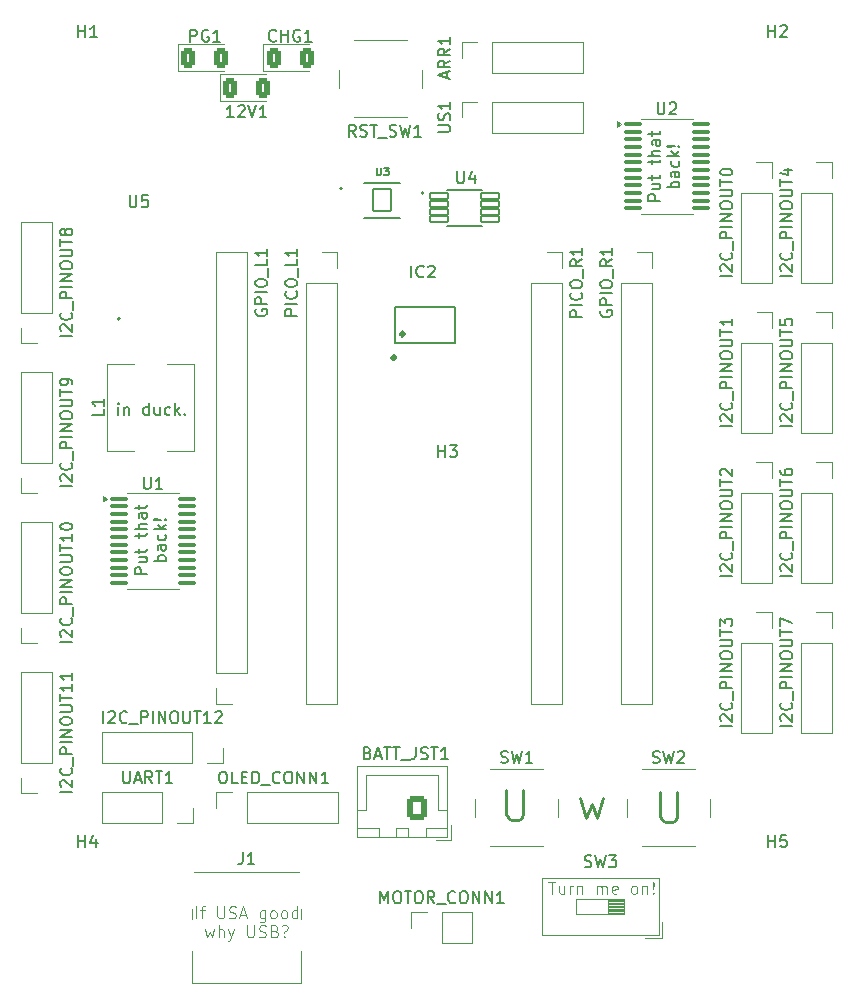
<source format=gbr>
%TF.GenerationSoftware,KiCad,Pcbnew,8.0.7*%
%TF.CreationDate,2025-01-25T18:45:03-05:00*%
%TF.ProjectId,shadow,73686164-6f77-42e6-9b69-6361645f7063,rev?*%
%TF.SameCoordinates,Original*%
%TF.FileFunction,Legend,Top*%
%TF.FilePolarity,Positive*%
%FSLAX46Y46*%
G04 Gerber Fmt 4.6, Leading zero omitted, Abs format (unit mm)*
G04 Created by KiCad (PCBNEW 8.0.7) date 2025-01-25 18:45:03*
%MOMM*%
%LPD*%
G01*
G04 APERTURE LIST*
G04 Aperture macros list*
%AMRoundRect*
0 Rectangle with rounded corners*
0 $1 Rounding radius*
0 $2 $3 $4 $5 $6 $7 $8 $9 X,Y pos of 4 corners*
0 Add a 4 corners polygon primitive as box body*
4,1,4,$2,$3,$4,$5,$6,$7,$8,$9,$2,$3,0*
0 Add four circle primitives for the rounded corners*
1,1,$1+$1,$2,$3*
1,1,$1+$1,$4,$5*
1,1,$1+$1,$6,$7*
1,1,$1+$1,$8,$9*
0 Add four rect primitives between the rounded corners*
20,1,$1+$1,$2,$3,$4,$5,0*
20,1,$1+$1,$4,$5,$6,$7,0*
20,1,$1+$1,$6,$7,$8,$9,0*
20,1,$1+$1,$8,$9,$2,$3,0*%
G04 Aperture macros list end*
%ADD10C,0.200000*%
%ADD11C,0.275400*%
%ADD12C,0.125000*%
%ADD13C,0.150000*%
%ADD14C,0.120000*%
%ADD15C,0.152500*%
%ADD16C,0.300000*%
%ADD17C,0.127000*%
%ADD18C,0.010000*%
%ADD19RoundRect,0.250000X-0.375000X-0.625000X0.375000X-0.625000X0.375000X0.625000X-0.375000X0.625000X0*%
%ADD20R,1.700000X1.700000*%
%ADD21O,1.700000X1.700000*%
%ADD22RoundRect,0.250000X0.600000X0.750000X-0.600000X0.750000X-0.600000X-0.750000X0.600000X-0.750000X0*%
%ADD23O,1.700000X2.000000*%
%ADD24R,2.200000X1.500000*%
%ADD25O,0.574000X2.038000*%
%ADD26R,2.000000X2.000000*%
%ADD27C,2.000000*%
%ADD28RoundRect,0.100000X-0.637500X-0.100000X0.637500X-0.100000X0.637500X0.100000X-0.637500X0.100000X0*%
%ADD29C,7.500000*%
%ADD30RoundRect,0.102000X-0.785000X-0.940000X0.785000X-0.940000X0.785000X0.940000X-0.785000X0.940000X0*%
%ADD31R,1.600000X1.600000*%
%ADD32O,1.600000X1.600000*%
%ADD33C,0.700000*%
%ADD34O,0.900000X2.400000*%
%ADD35O,0.900000X1.700000*%
%ADD36RoundRect,0.085500X-0.751500X-0.256500X0.751500X-0.256500X0.751500X0.256500X-0.751500X0.256500X0*%
G04 APERTURE END LIST*
D10*
X152638475Y-62902743D02*
X151638475Y-62902743D01*
X151638475Y-62902743D02*
X151638475Y-62521791D01*
X151638475Y-62521791D02*
X151686094Y-62426553D01*
X151686094Y-62426553D02*
X151733713Y-62378934D01*
X151733713Y-62378934D02*
X151828951Y-62331315D01*
X151828951Y-62331315D02*
X151971808Y-62331315D01*
X151971808Y-62331315D02*
X152067046Y-62378934D01*
X152067046Y-62378934D02*
X152114665Y-62426553D01*
X152114665Y-62426553D02*
X152162284Y-62521791D01*
X152162284Y-62521791D02*
X152162284Y-62902743D01*
X151971808Y-61474172D02*
X152638475Y-61474172D01*
X151971808Y-61902743D02*
X152495617Y-61902743D01*
X152495617Y-61902743D02*
X152590856Y-61855124D01*
X152590856Y-61855124D02*
X152638475Y-61759886D01*
X152638475Y-61759886D02*
X152638475Y-61617029D01*
X152638475Y-61617029D02*
X152590856Y-61521791D01*
X152590856Y-61521791D02*
X152543236Y-61474172D01*
X151971808Y-61140838D02*
X151971808Y-60759886D01*
X151638475Y-60997981D02*
X152495617Y-60997981D01*
X152495617Y-60997981D02*
X152590856Y-60950362D01*
X152590856Y-60950362D02*
X152638475Y-60855124D01*
X152638475Y-60855124D02*
X152638475Y-60759886D01*
X151971808Y-59807504D02*
X151971808Y-59426552D01*
X151638475Y-59664647D02*
X152495617Y-59664647D01*
X152495617Y-59664647D02*
X152590856Y-59617028D01*
X152590856Y-59617028D02*
X152638475Y-59521790D01*
X152638475Y-59521790D02*
X152638475Y-59426552D01*
X152638475Y-59093218D02*
X151638475Y-59093218D01*
X152638475Y-58664647D02*
X152114665Y-58664647D01*
X152114665Y-58664647D02*
X152019427Y-58712266D01*
X152019427Y-58712266D02*
X151971808Y-58807504D01*
X151971808Y-58807504D02*
X151971808Y-58950361D01*
X151971808Y-58950361D02*
X152019427Y-59045599D01*
X152019427Y-59045599D02*
X152067046Y-59093218D01*
X152638475Y-57759885D02*
X152114665Y-57759885D01*
X152114665Y-57759885D02*
X152019427Y-57807504D01*
X152019427Y-57807504D02*
X151971808Y-57902742D01*
X151971808Y-57902742D02*
X151971808Y-58093218D01*
X151971808Y-58093218D02*
X152019427Y-58188456D01*
X152590856Y-57759885D02*
X152638475Y-57855123D01*
X152638475Y-57855123D02*
X152638475Y-58093218D01*
X152638475Y-58093218D02*
X152590856Y-58188456D01*
X152590856Y-58188456D02*
X152495617Y-58236075D01*
X152495617Y-58236075D02*
X152400379Y-58236075D01*
X152400379Y-58236075D02*
X152305141Y-58188456D01*
X152305141Y-58188456D02*
X152257522Y-58093218D01*
X152257522Y-58093218D02*
X152257522Y-57855123D01*
X152257522Y-57855123D02*
X152209903Y-57759885D01*
X151971808Y-57426551D02*
X151971808Y-57045599D01*
X151638475Y-57283694D02*
X152495617Y-57283694D01*
X152495617Y-57283694D02*
X152590856Y-57236075D01*
X152590856Y-57236075D02*
X152638475Y-57140837D01*
X152638475Y-57140837D02*
X152638475Y-57045599D01*
X154248419Y-61783694D02*
X153248419Y-61783694D01*
X153629371Y-61783694D02*
X153581752Y-61688456D01*
X153581752Y-61688456D02*
X153581752Y-61497980D01*
X153581752Y-61497980D02*
X153629371Y-61402742D01*
X153629371Y-61402742D02*
X153676990Y-61355123D01*
X153676990Y-61355123D02*
X153772228Y-61307504D01*
X153772228Y-61307504D02*
X154057942Y-61307504D01*
X154057942Y-61307504D02*
X154153180Y-61355123D01*
X154153180Y-61355123D02*
X154200800Y-61402742D01*
X154200800Y-61402742D02*
X154248419Y-61497980D01*
X154248419Y-61497980D02*
X154248419Y-61688456D01*
X154248419Y-61688456D02*
X154200800Y-61783694D01*
X154248419Y-60450361D02*
X153724609Y-60450361D01*
X153724609Y-60450361D02*
X153629371Y-60497980D01*
X153629371Y-60497980D02*
X153581752Y-60593218D01*
X153581752Y-60593218D02*
X153581752Y-60783694D01*
X153581752Y-60783694D02*
X153629371Y-60878932D01*
X154200800Y-60450361D02*
X154248419Y-60545599D01*
X154248419Y-60545599D02*
X154248419Y-60783694D01*
X154248419Y-60783694D02*
X154200800Y-60878932D01*
X154200800Y-60878932D02*
X154105561Y-60926551D01*
X154105561Y-60926551D02*
X154010323Y-60926551D01*
X154010323Y-60926551D02*
X153915085Y-60878932D01*
X153915085Y-60878932D02*
X153867466Y-60783694D01*
X153867466Y-60783694D02*
X153867466Y-60545599D01*
X153867466Y-60545599D02*
X153819847Y-60450361D01*
X154200800Y-59545599D02*
X154248419Y-59640837D01*
X154248419Y-59640837D02*
X154248419Y-59831313D01*
X154248419Y-59831313D02*
X154200800Y-59926551D01*
X154200800Y-59926551D02*
X154153180Y-59974170D01*
X154153180Y-59974170D02*
X154057942Y-60021789D01*
X154057942Y-60021789D02*
X153772228Y-60021789D01*
X153772228Y-60021789D02*
X153676990Y-59974170D01*
X153676990Y-59974170D02*
X153629371Y-59926551D01*
X153629371Y-59926551D02*
X153581752Y-59831313D01*
X153581752Y-59831313D02*
X153581752Y-59640837D01*
X153581752Y-59640837D02*
X153629371Y-59545599D01*
X154248419Y-59117027D02*
X153248419Y-59117027D01*
X153867466Y-59021789D02*
X154248419Y-58736075D01*
X153581752Y-58736075D02*
X153962704Y-59117027D01*
X154153180Y-58307503D02*
X154200800Y-58259884D01*
X154200800Y-58259884D02*
X154248419Y-58307503D01*
X154248419Y-58307503D02*
X154200800Y-58355122D01*
X154200800Y-58355122D02*
X154153180Y-58307503D01*
X154153180Y-58307503D02*
X154248419Y-58307503D01*
X153867466Y-58307503D02*
X153296038Y-58355122D01*
X153296038Y-58355122D02*
X153248419Y-58307503D01*
X153248419Y-58307503D02*
X153296038Y-58259884D01*
X153296038Y-58259884D02*
X153867466Y-58307503D01*
X153867466Y-58307503D02*
X153248419Y-58307503D01*
D11*
X145875876Y-113487922D02*
X146356638Y-115170589D01*
X146356638Y-115170589D02*
X146837400Y-113968684D01*
X146837400Y-113968684D02*
X147318162Y-115170589D01*
X147318162Y-115170589D02*
X147798924Y-113487922D01*
X152644057Y-113002189D02*
X152644057Y-115045427D01*
X152644057Y-115045427D02*
X152764247Y-115285808D01*
X152764247Y-115285808D02*
X152884438Y-115405999D01*
X152884438Y-115405999D02*
X153124819Y-115526189D01*
X153124819Y-115526189D02*
X153605581Y-115526189D01*
X153605581Y-115526189D02*
X153845962Y-115405999D01*
X153845962Y-115405999D02*
X153966152Y-115285808D01*
X153966152Y-115285808D02*
X154086343Y-115045427D01*
X154086343Y-115045427D02*
X154086343Y-113002189D01*
X139613857Y-112824389D02*
X139613857Y-114867627D01*
X139613857Y-114867627D02*
X139734047Y-115108008D01*
X139734047Y-115108008D02*
X139854238Y-115228199D01*
X139854238Y-115228199D02*
X140094619Y-115348389D01*
X140094619Y-115348389D02*
X140575381Y-115348389D01*
X140575381Y-115348389D02*
X140815762Y-115228199D01*
X140815762Y-115228199D02*
X140935952Y-115108008D01*
X140935952Y-115108008D02*
X141056143Y-114867627D01*
X141056143Y-114867627D02*
X141056143Y-112824389D01*
D12*
X143175600Y-120587919D02*
X143747028Y-120587919D01*
X143461314Y-121587919D02*
X143461314Y-120587919D01*
X144508933Y-120921252D02*
X144508933Y-121587919D01*
X144080362Y-120921252D02*
X144080362Y-121445061D01*
X144080362Y-121445061D02*
X144127981Y-121540300D01*
X144127981Y-121540300D02*
X144223219Y-121587919D01*
X144223219Y-121587919D02*
X144366076Y-121587919D01*
X144366076Y-121587919D02*
X144461314Y-121540300D01*
X144461314Y-121540300D02*
X144508933Y-121492680D01*
X144985124Y-121587919D02*
X144985124Y-120921252D01*
X144985124Y-121111728D02*
X145032743Y-121016490D01*
X145032743Y-121016490D02*
X145080362Y-120968871D01*
X145080362Y-120968871D02*
X145175600Y-120921252D01*
X145175600Y-120921252D02*
X145270838Y-120921252D01*
X145604172Y-120921252D02*
X145604172Y-121587919D01*
X145604172Y-121016490D02*
X145651791Y-120968871D01*
X145651791Y-120968871D02*
X145747029Y-120921252D01*
X145747029Y-120921252D02*
X145889886Y-120921252D01*
X145889886Y-120921252D02*
X145985124Y-120968871D01*
X145985124Y-120968871D02*
X146032743Y-121064109D01*
X146032743Y-121064109D02*
X146032743Y-121587919D01*
X147270839Y-121587919D02*
X147270839Y-120921252D01*
X147270839Y-121016490D02*
X147318458Y-120968871D01*
X147318458Y-120968871D02*
X147413696Y-120921252D01*
X147413696Y-120921252D02*
X147556553Y-120921252D01*
X147556553Y-120921252D02*
X147651791Y-120968871D01*
X147651791Y-120968871D02*
X147699410Y-121064109D01*
X147699410Y-121064109D02*
X147699410Y-121587919D01*
X147699410Y-121064109D02*
X147747029Y-120968871D01*
X147747029Y-120968871D02*
X147842267Y-120921252D01*
X147842267Y-120921252D02*
X147985124Y-120921252D01*
X147985124Y-120921252D02*
X148080363Y-120968871D01*
X148080363Y-120968871D02*
X148127982Y-121064109D01*
X148127982Y-121064109D02*
X148127982Y-121587919D01*
X148985124Y-121540300D02*
X148889886Y-121587919D01*
X148889886Y-121587919D02*
X148699410Y-121587919D01*
X148699410Y-121587919D02*
X148604172Y-121540300D01*
X148604172Y-121540300D02*
X148556553Y-121445061D01*
X148556553Y-121445061D02*
X148556553Y-121064109D01*
X148556553Y-121064109D02*
X148604172Y-120968871D01*
X148604172Y-120968871D02*
X148699410Y-120921252D01*
X148699410Y-120921252D02*
X148889886Y-120921252D01*
X148889886Y-120921252D02*
X148985124Y-120968871D01*
X148985124Y-120968871D02*
X149032743Y-121064109D01*
X149032743Y-121064109D02*
X149032743Y-121159347D01*
X149032743Y-121159347D02*
X148556553Y-121254585D01*
X150366077Y-121587919D02*
X150270839Y-121540300D01*
X150270839Y-121540300D02*
X150223220Y-121492680D01*
X150223220Y-121492680D02*
X150175601Y-121397442D01*
X150175601Y-121397442D02*
X150175601Y-121111728D01*
X150175601Y-121111728D02*
X150223220Y-121016490D01*
X150223220Y-121016490D02*
X150270839Y-120968871D01*
X150270839Y-120968871D02*
X150366077Y-120921252D01*
X150366077Y-120921252D02*
X150508934Y-120921252D01*
X150508934Y-120921252D02*
X150604172Y-120968871D01*
X150604172Y-120968871D02*
X150651791Y-121016490D01*
X150651791Y-121016490D02*
X150699410Y-121111728D01*
X150699410Y-121111728D02*
X150699410Y-121397442D01*
X150699410Y-121397442D02*
X150651791Y-121492680D01*
X150651791Y-121492680D02*
X150604172Y-121540300D01*
X150604172Y-121540300D02*
X150508934Y-121587919D01*
X150508934Y-121587919D02*
X150366077Y-121587919D01*
X151127982Y-120921252D02*
X151127982Y-121587919D01*
X151127982Y-121016490D02*
X151175601Y-120968871D01*
X151175601Y-120968871D02*
X151270839Y-120921252D01*
X151270839Y-120921252D02*
X151413696Y-120921252D01*
X151413696Y-120921252D02*
X151508934Y-120968871D01*
X151508934Y-120968871D02*
X151556553Y-121064109D01*
X151556553Y-121064109D02*
X151556553Y-121587919D01*
X152032744Y-121492680D02*
X152080363Y-121540300D01*
X152080363Y-121540300D02*
X152032744Y-121587919D01*
X152032744Y-121587919D02*
X151985125Y-121540300D01*
X151985125Y-121540300D02*
X152032744Y-121492680D01*
X152032744Y-121492680D02*
X152032744Y-121587919D01*
X152032744Y-121206966D02*
X151985125Y-120635538D01*
X151985125Y-120635538D02*
X152032744Y-120587919D01*
X152032744Y-120587919D02*
X152080363Y-120635538D01*
X152080363Y-120635538D02*
X152032744Y-121206966D01*
X152032744Y-121206966D02*
X152032744Y-120587919D01*
X113341685Y-123660975D02*
X113341685Y-122660975D01*
X113675018Y-122994308D02*
X114055970Y-122994308D01*
X113817875Y-123660975D02*
X113817875Y-122803832D01*
X113817875Y-122803832D02*
X113865494Y-122708594D01*
X113865494Y-122708594D02*
X113960732Y-122660975D01*
X113960732Y-122660975D02*
X114055970Y-122660975D01*
X115151209Y-122660975D02*
X115151209Y-123470498D01*
X115151209Y-123470498D02*
X115198828Y-123565736D01*
X115198828Y-123565736D02*
X115246447Y-123613356D01*
X115246447Y-123613356D02*
X115341685Y-123660975D01*
X115341685Y-123660975D02*
X115532161Y-123660975D01*
X115532161Y-123660975D02*
X115627399Y-123613356D01*
X115627399Y-123613356D02*
X115675018Y-123565736D01*
X115675018Y-123565736D02*
X115722637Y-123470498D01*
X115722637Y-123470498D02*
X115722637Y-122660975D01*
X116151209Y-123613356D02*
X116294066Y-123660975D01*
X116294066Y-123660975D02*
X116532161Y-123660975D01*
X116532161Y-123660975D02*
X116627399Y-123613356D01*
X116627399Y-123613356D02*
X116675018Y-123565736D01*
X116675018Y-123565736D02*
X116722637Y-123470498D01*
X116722637Y-123470498D02*
X116722637Y-123375260D01*
X116722637Y-123375260D02*
X116675018Y-123280022D01*
X116675018Y-123280022D02*
X116627399Y-123232403D01*
X116627399Y-123232403D02*
X116532161Y-123184784D01*
X116532161Y-123184784D02*
X116341685Y-123137165D01*
X116341685Y-123137165D02*
X116246447Y-123089546D01*
X116246447Y-123089546D02*
X116198828Y-123041927D01*
X116198828Y-123041927D02*
X116151209Y-122946689D01*
X116151209Y-122946689D02*
X116151209Y-122851451D01*
X116151209Y-122851451D02*
X116198828Y-122756213D01*
X116198828Y-122756213D02*
X116246447Y-122708594D01*
X116246447Y-122708594D02*
X116341685Y-122660975D01*
X116341685Y-122660975D02*
X116579780Y-122660975D01*
X116579780Y-122660975D02*
X116722637Y-122708594D01*
X117103590Y-123375260D02*
X117579780Y-123375260D01*
X117008352Y-123660975D02*
X117341685Y-122660975D01*
X117341685Y-122660975D02*
X117675018Y-123660975D01*
X119198828Y-122994308D02*
X119198828Y-123803832D01*
X119198828Y-123803832D02*
X119151209Y-123899070D01*
X119151209Y-123899070D02*
X119103590Y-123946689D01*
X119103590Y-123946689D02*
X119008352Y-123994308D01*
X119008352Y-123994308D02*
X118865495Y-123994308D01*
X118865495Y-123994308D02*
X118770257Y-123946689D01*
X119198828Y-123613356D02*
X119103590Y-123660975D01*
X119103590Y-123660975D02*
X118913114Y-123660975D01*
X118913114Y-123660975D02*
X118817876Y-123613356D01*
X118817876Y-123613356D02*
X118770257Y-123565736D01*
X118770257Y-123565736D02*
X118722638Y-123470498D01*
X118722638Y-123470498D02*
X118722638Y-123184784D01*
X118722638Y-123184784D02*
X118770257Y-123089546D01*
X118770257Y-123089546D02*
X118817876Y-123041927D01*
X118817876Y-123041927D02*
X118913114Y-122994308D01*
X118913114Y-122994308D02*
X119103590Y-122994308D01*
X119103590Y-122994308D02*
X119198828Y-123041927D01*
X119817876Y-123660975D02*
X119722638Y-123613356D01*
X119722638Y-123613356D02*
X119675019Y-123565736D01*
X119675019Y-123565736D02*
X119627400Y-123470498D01*
X119627400Y-123470498D02*
X119627400Y-123184784D01*
X119627400Y-123184784D02*
X119675019Y-123089546D01*
X119675019Y-123089546D02*
X119722638Y-123041927D01*
X119722638Y-123041927D02*
X119817876Y-122994308D01*
X119817876Y-122994308D02*
X119960733Y-122994308D01*
X119960733Y-122994308D02*
X120055971Y-123041927D01*
X120055971Y-123041927D02*
X120103590Y-123089546D01*
X120103590Y-123089546D02*
X120151209Y-123184784D01*
X120151209Y-123184784D02*
X120151209Y-123470498D01*
X120151209Y-123470498D02*
X120103590Y-123565736D01*
X120103590Y-123565736D02*
X120055971Y-123613356D01*
X120055971Y-123613356D02*
X119960733Y-123660975D01*
X119960733Y-123660975D02*
X119817876Y-123660975D01*
X120722638Y-123660975D02*
X120627400Y-123613356D01*
X120627400Y-123613356D02*
X120579781Y-123565736D01*
X120579781Y-123565736D02*
X120532162Y-123470498D01*
X120532162Y-123470498D02*
X120532162Y-123184784D01*
X120532162Y-123184784D02*
X120579781Y-123089546D01*
X120579781Y-123089546D02*
X120627400Y-123041927D01*
X120627400Y-123041927D02*
X120722638Y-122994308D01*
X120722638Y-122994308D02*
X120865495Y-122994308D01*
X120865495Y-122994308D02*
X120960733Y-123041927D01*
X120960733Y-123041927D02*
X121008352Y-123089546D01*
X121008352Y-123089546D02*
X121055971Y-123184784D01*
X121055971Y-123184784D02*
X121055971Y-123470498D01*
X121055971Y-123470498D02*
X121008352Y-123565736D01*
X121008352Y-123565736D02*
X120960733Y-123613356D01*
X120960733Y-123613356D02*
X120865495Y-123660975D01*
X120865495Y-123660975D02*
X120722638Y-123660975D01*
X121913114Y-123660975D02*
X121913114Y-122660975D01*
X121913114Y-123613356D02*
X121817876Y-123660975D01*
X121817876Y-123660975D02*
X121627400Y-123660975D01*
X121627400Y-123660975D02*
X121532162Y-123613356D01*
X121532162Y-123613356D02*
X121484543Y-123565736D01*
X121484543Y-123565736D02*
X121436924Y-123470498D01*
X121436924Y-123470498D02*
X121436924Y-123184784D01*
X121436924Y-123184784D02*
X121484543Y-123089546D01*
X121484543Y-123089546D02*
X121532162Y-123041927D01*
X121532162Y-123041927D02*
X121627400Y-122994308D01*
X121627400Y-122994308D02*
X121817876Y-122994308D01*
X121817876Y-122994308D02*
X121913114Y-123041927D01*
X114103590Y-124604252D02*
X114294066Y-125270919D01*
X114294066Y-125270919D02*
X114484542Y-124794728D01*
X114484542Y-124794728D02*
X114675018Y-125270919D01*
X114675018Y-125270919D02*
X114865494Y-124604252D01*
X115246447Y-125270919D02*
X115246447Y-124270919D01*
X115675018Y-125270919D02*
X115675018Y-124747109D01*
X115675018Y-124747109D02*
X115627399Y-124651871D01*
X115627399Y-124651871D02*
X115532161Y-124604252D01*
X115532161Y-124604252D02*
X115389304Y-124604252D01*
X115389304Y-124604252D02*
X115294066Y-124651871D01*
X115294066Y-124651871D02*
X115246447Y-124699490D01*
X116055971Y-124604252D02*
X116294066Y-125270919D01*
X116532161Y-124604252D02*
X116294066Y-125270919D01*
X116294066Y-125270919D02*
X116198828Y-125509014D01*
X116198828Y-125509014D02*
X116151209Y-125556633D01*
X116151209Y-125556633D02*
X116055971Y-125604252D01*
X117675019Y-124270919D02*
X117675019Y-125080442D01*
X117675019Y-125080442D02*
X117722638Y-125175680D01*
X117722638Y-125175680D02*
X117770257Y-125223300D01*
X117770257Y-125223300D02*
X117865495Y-125270919D01*
X117865495Y-125270919D02*
X118055971Y-125270919D01*
X118055971Y-125270919D02*
X118151209Y-125223300D01*
X118151209Y-125223300D02*
X118198828Y-125175680D01*
X118198828Y-125175680D02*
X118246447Y-125080442D01*
X118246447Y-125080442D02*
X118246447Y-124270919D01*
X118675019Y-125223300D02*
X118817876Y-125270919D01*
X118817876Y-125270919D02*
X119055971Y-125270919D01*
X119055971Y-125270919D02*
X119151209Y-125223300D01*
X119151209Y-125223300D02*
X119198828Y-125175680D01*
X119198828Y-125175680D02*
X119246447Y-125080442D01*
X119246447Y-125080442D02*
X119246447Y-124985204D01*
X119246447Y-124985204D02*
X119198828Y-124889966D01*
X119198828Y-124889966D02*
X119151209Y-124842347D01*
X119151209Y-124842347D02*
X119055971Y-124794728D01*
X119055971Y-124794728D02*
X118865495Y-124747109D01*
X118865495Y-124747109D02*
X118770257Y-124699490D01*
X118770257Y-124699490D02*
X118722638Y-124651871D01*
X118722638Y-124651871D02*
X118675019Y-124556633D01*
X118675019Y-124556633D02*
X118675019Y-124461395D01*
X118675019Y-124461395D02*
X118722638Y-124366157D01*
X118722638Y-124366157D02*
X118770257Y-124318538D01*
X118770257Y-124318538D02*
X118865495Y-124270919D01*
X118865495Y-124270919D02*
X119103590Y-124270919D01*
X119103590Y-124270919D02*
X119246447Y-124318538D01*
X120008352Y-124747109D02*
X120151209Y-124794728D01*
X120151209Y-124794728D02*
X120198828Y-124842347D01*
X120198828Y-124842347D02*
X120246447Y-124937585D01*
X120246447Y-124937585D02*
X120246447Y-125080442D01*
X120246447Y-125080442D02*
X120198828Y-125175680D01*
X120198828Y-125175680D02*
X120151209Y-125223300D01*
X120151209Y-125223300D02*
X120055971Y-125270919D01*
X120055971Y-125270919D02*
X119675019Y-125270919D01*
X119675019Y-125270919D02*
X119675019Y-124270919D01*
X119675019Y-124270919D02*
X120008352Y-124270919D01*
X120008352Y-124270919D02*
X120103590Y-124318538D01*
X120103590Y-124318538D02*
X120151209Y-124366157D01*
X120151209Y-124366157D02*
X120198828Y-124461395D01*
X120198828Y-124461395D02*
X120198828Y-124556633D01*
X120198828Y-124556633D02*
X120151209Y-124651871D01*
X120151209Y-124651871D02*
X120103590Y-124699490D01*
X120103590Y-124699490D02*
X120008352Y-124747109D01*
X120008352Y-124747109D02*
X119675019Y-124747109D01*
X120817876Y-125175680D02*
X120865495Y-125223300D01*
X120865495Y-125223300D02*
X120817876Y-125270919D01*
X120817876Y-125270919D02*
X120770257Y-125223300D01*
X120770257Y-125223300D02*
X120817876Y-125175680D01*
X120817876Y-125175680D02*
X120817876Y-125270919D01*
X120627400Y-124318538D02*
X120722638Y-124270919D01*
X120722638Y-124270919D02*
X120960733Y-124270919D01*
X120960733Y-124270919D02*
X121055971Y-124318538D01*
X121055971Y-124318538D02*
X121103590Y-124413776D01*
X121103590Y-124413776D02*
X121103590Y-124509014D01*
X121103590Y-124509014D02*
X121055971Y-124604252D01*
X121055971Y-124604252D02*
X121008352Y-124651871D01*
X121008352Y-124651871D02*
X120913114Y-124699490D01*
X120913114Y-124699490D02*
X120865495Y-124747109D01*
X120865495Y-124747109D02*
X120817876Y-124842347D01*
X120817876Y-124842347D02*
X120817876Y-124889966D01*
D10*
X106766076Y-81045619D02*
X106766076Y-80378952D01*
X106766076Y-80045619D02*
X106718457Y-80093238D01*
X106718457Y-80093238D02*
X106766076Y-80140857D01*
X106766076Y-80140857D02*
X106813695Y-80093238D01*
X106813695Y-80093238D02*
X106766076Y-80045619D01*
X106766076Y-80045619D02*
X106766076Y-80140857D01*
X107242266Y-80378952D02*
X107242266Y-81045619D01*
X107242266Y-80474190D02*
X107289885Y-80426571D01*
X107289885Y-80426571D02*
X107385123Y-80378952D01*
X107385123Y-80378952D02*
X107527980Y-80378952D01*
X107527980Y-80378952D02*
X107623218Y-80426571D01*
X107623218Y-80426571D02*
X107670837Y-80521809D01*
X107670837Y-80521809D02*
X107670837Y-81045619D01*
X109337504Y-81045619D02*
X109337504Y-80045619D01*
X109337504Y-80998000D02*
X109242266Y-81045619D01*
X109242266Y-81045619D02*
X109051790Y-81045619D01*
X109051790Y-81045619D02*
X108956552Y-80998000D01*
X108956552Y-80998000D02*
X108908933Y-80950380D01*
X108908933Y-80950380D02*
X108861314Y-80855142D01*
X108861314Y-80855142D02*
X108861314Y-80569428D01*
X108861314Y-80569428D02*
X108908933Y-80474190D01*
X108908933Y-80474190D02*
X108956552Y-80426571D01*
X108956552Y-80426571D02*
X109051790Y-80378952D01*
X109051790Y-80378952D02*
X109242266Y-80378952D01*
X109242266Y-80378952D02*
X109337504Y-80426571D01*
X110242266Y-80378952D02*
X110242266Y-81045619D01*
X109813695Y-80378952D02*
X109813695Y-80902761D01*
X109813695Y-80902761D02*
X109861314Y-80998000D01*
X109861314Y-80998000D02*
X109956552Y-81045619D01*
X109956552Y-81045619D02*
X110099409Y-81045619D01*
X110099409Y-81045619D02*
X110194647Y-80998000D01*
X110194647Y-80998000D02*
X110242266Y-80950380D01*
X111147028Y-80998000D02*
X111051790Y-81045619D01*
X111051790Y-81045619D02*
X110861314Y-81045619D01*
X110861314Y-81045619D02*
X110766076Y-80998000D01*
X110766076Y-80998000D02*
X110718457Y-80950380D01*
X110718457Y-80950380D02*
X110670838Y-80855142D01*
X110670838Y-80855142D02*
X110670838Y-80569428D01*
X110670838Y-80569428D02*
X110718457Y-80474190D01*
X110718457Y-80474190D02*
X110766076Y-80426571D01*
X110766076Y-80426571D02*
X110861314Y-80378952D01*
X110861314Y-80378952D02*
X111051790Y-80378952D01*
X111051790Y-80378952D02*
X111147028Y-80426571D01*
X111575600Y-81045619D02*
X111575600Y-80045619D01*
X111670838Y-80664666D02*
X111956552Y-81045619D01*
X111956552Y-80378952D02*
X111575600Y-80759904D01*
X112385124Y-80950380D02*
X112432743Y-80998000D01*
X112432743Y-80998000D02*
X112385124Y-81045619D01*
X112385124Y-81045619D02*
X112337505Y-80998000D01*
X112337505Y-80998000D02*
X112385124Y-80950380D01*
X112385124Y-80950380D02*
X112385124Y-81045619D01*
X109153675Y-94525743D02*
X108153675Y-94525743D01*
X108153675Y-94525743D02*
X108153675Y-94144791D01*
X108153675Y-94144791D02*
X108201294Y-94049553D01*
X108201294Y-94049553D02*
X108248913Y-94001934D01*
X108248913Y-94001934D02*
X108344151Y-93954315D01*
X108344151Y-93954315D02*
X108487008Y-93954315D01*
X108487008Y-93954315D02*
X108582246Y-94001934D01*
X108582246Y-94001934D02*
X108629865Y-94049553D01*
X108629865Y-94049553D02*
X108677484Y-94144791D01*
X108677484Y-94144791D02*
X108677484Y-94525743D01*
X108487008Y-93097172D02*
X109153675Y-93097172D01*
X108487008Y-93525743D02*
X109010817Y-93525743D01*
X109010817Y-93525743D02*
X109106056Y-93478124D01*
X109106056Y-93478124D02*
X109153675Y-93382886D01*
X109153675Y-93382886D02*
X109153675Y-93240029D01*
X109153675Y-93240029D02*
X109106056Y-93144791D01*
X109106056Y-93144791D02*
X109058436Y-93097172D01*
X108487008Y-92763838D02*
X108487008Y-92382886D01*
X108153675Y-92620981D02*
X109010817Y-92620981D01*
X109010817Y-92620981D02*
X109106056Y-92573362D01*
X109106056Y-92573362D02*
X109153675Y-92478124D01*
X109153675Y-92478124D02*
X109153675Y-92382886D01*
X108487008Y-91430504D02*
X108487008Y-91049552D01*
X108153675Y-91287647D02*
X109010817Y-91287647D01*
X109010817Y-91287647D02*
X109106056Y-91240028D01*
X109106056Y-91240028D02*
X109153675Y-91144790D01*
X109153675Y-91144790D02*
X109153675Y-91049552D01*
X109153675Y-90716218D02*
X108153675Y-90716218D01*
X109153675Y-90287647D02*
X108629865Y-90287647D01*
X108629865Y-90287647D02*
X108534627Y-90335266D01*
X108534627Y-90335266D02*
X108487008Y-90430504D01*
X108487008Y-90430504D02*
X108487008Y-90573361D01*
X108487008Y-90573361D02*
X108534627Y-90668599D01*
X108534627Y-90668599D02*
X108582246Y-90716218D01*
X109153675Y-89382885D02*
X108629865Y-89382885D01*
X108629865Y-89382885D02*
X108534627Y-89430504D01*
X108534627Y-89430504D02*
X108487008Y-89525742D01*
X108487008Y-89525742D02*
X108487008Y-89716218D01*
X108487008Y-89716218D02*
X108534627Y-89811456D01*
X109106056Y-89382885D02*
X109153675Y-89478123D01*
X109153675Y-89478123D02*
X109153675Y-89716218D01*
X109153675Y-89716218D02*
X109106056Y-89811456D01*
X109106056Y-89811456D02*
X109010817Y-89859075D01*
X109010817Y-89859075D02*
X108915579Y-89859075D01*
X108915579Y-89859075D02*
X108820341Y-89811456D01*
X108820341Y-89811456D02*
X108772722Y-89716218D01*
X108772722Y-89716218D02*
X108772722Y-89478123D01*
X108772722Y-89478123D02*
X108725103Y-89382885D01*
X108487008Y-89049551D02*
X108487008Y-88668599D01*
X108153675Y-88906694D02*
X109010817Y-88906694D01*
X109010817Y-88906694D02*
X109106056Y-88859075D01*
X109106056Y-88859075D02*
X109153675Y-88763837D01*
X109153675Y-88763837D02*
X109153675Y-88668599D01*
X110763619Y-93406694D02*
X109763619Y-93406694D01*
X110144571Y-93406694D02*
X110096952Y-93311456D01*
X110096952Y-93311456D02*
X110096952Y-93120980D01*
X110096952Y-93120980D02*
X110144571Y-93025742D01*
X110144571Y-93025742D02*
X110192190Y-92978123D01*
X110192190Y-92978123D02*
X110287428Y-92930504D01*
X110287428Y-92930504D02*
X110573142Y-92930504D01*
X110573142Y-92930504D02*
X110668380Y-92978123D01*
X110668380Y-92978123D02*
X110716000Y-93025742D01*
X110716000Y-93025742D02*
X110763619Y-93120980D01*
X110763619Y-93120980D02*
X110763619Y-93311456D01*
X110763619Y-93311456D02*
X110716000Y-93406694D01*
X110763619Y-92073361D02*
X110239809Y-92073361D01*
X110239809Y-92073361D02*
X110144571Y-92120980D01*
X110144571Y-92120980D02*
X110096952Y-92216218D01*
X110096952Y-92216218D02*
X110096952Y-92406694D01*
X110096952Y-92406694D02*
X110144571Y-92501932D01*
X110716000Y-92073361D02*
X110763619Y-92168599D01*
X110763619Y-92168599D02*
X110763619Y-92406694D01*
X110763619Y-92406694D02*
X110716000Y-92501932D01*
X110716000Y-92501932D02*
X110620761Y-92549551D01*
X110620761Y-92549551D02*
X110525523Y-92549551D01*
X110525523Y-92549551D02*
X110430285Y-92501932D01*
X110430285Y-92501932D02*
X110382666Y-92406694D01*
X110382666Y-92406694D02*
X110382666Y-92168599D01*
X110382666Y-92168599D02*
X110335047Y-92073361D01*
X110716000Y-91168599D02*
X110763619Y-91263837D01*
X110763619Y-91263837D02*
X110763619Y-91454313D01*
X110763619Y-91454313D02*
X110716000Y-91549551D01*
X110716000Y-91549551D02*
X110668380Y-91597170D01*
X110668380Y-91597170D02*
X110573142Y-91644789D01*
X110573142Y-91644789D02*
X110287428Y-91644789D01*
X110287428Y-91644789D02*
X110192190Y-91597170D01*
X110192190Y-91597170D02*
X110144571Y-91549551D01*
X110144571Y-91549551D02*
X110096952Y-91454313D01*
X110096952Y-91454313D02*
X110096952Y-91263837D01*
X110096952Y-91263837D02*
X110144571Y-91168599D01*
X110763619Y-90740027D02*
X109763619Y-90740027D01*
X110382666Y-90644789D02*
X110763619Y-90359075D01*
X110096952Y-90359075D02*
X110477904Y-90740027D01*
X110668380Y-89930503D02*
X110716000Y-89882884D01*
X110716000Y-89882884D02*
X110763619Y-89930503D01*
X110763619Y-89930503D02*
X110716000Y-89978122D01*
X110716000Y-89978122D02*
X110668380Y-89930503D01*
X110668380Y-89930503D02*
X110763619Y-89930503D01*
X110382666Y-89930503D02*
X109811238Y-89978122D01*
X109811238Y-89978122D02*
X109763619Y-89930503D01*
X109763619Y-89930503D02*
X109811238Y-89882884D01*
X109811238Y-89882884D02*
X110382666Y-89930503D01*
X110382666Y-89930503D02*
X109763619Y-89930503D01*
D13*
X112848905Y-49434819D02*
X112848905Y-48434819D01*
X112848905Y-48434819D02*
X113229857Y-48434819D01*
X113229857Y-48434819D02*
X113325095Y-48482438D01*
X113325095Y-48482438D02*
X113372714Y-48530057D01*
X113372714Y-48530057D02*
X113420333Y-48625295D01*
X113420333Y-48625295D02*
X113420333Y-48768152D01*
X113420333Y-48768152D02*
X113372714Y-48863390D01*
X113372714Y-48863390D02*
X113325095Y-48911009D01*
X113325095Y-48911009D02*
X113229857Y-48958628D01*
X113229857Y-48958628D02*
X112848905Y-48958628D01*
X114372714Y-48482438D02*
X114277476Y-48434819D01*
X114277476Y-48434819D02*
X114134619Y-48434819D01*
X114134619Y-48434819D02*
X113991762Y-48482438D01*
X113991762Y-48482438D02*
X113896524Y-48577676D01*
X113896524Y-48577676D02*
X113848905Y-48672914D01*
X113848905Y-48672914D02*
X113801286Y-48863390D01*
X113801286Y-48863390D02*
X113801286Y-49006247D01*
X113801286Y-49006247D02*
X113848905Y-49196723D01*
X113848905Y-49196723D02*
X113896524Y-49291961D01*
X113896524Y-49291961D02*
X113991762Y-49387200D01*
X113991762Y-49387200D02*
X114134619Y-49434819D01*
X114134619Y-49434819D02*
X114229857Y-49434819D01*
X114229857Y-49434819D02*
X114372714Y-49387200D01*
X114372714Y-49387200D02*
X114420333Y-49339580D01*
X114420333Y-49339580D02*
X114420333Y-49006247D01*
X114420333Y-49006247D02*
X114229857Y-49006247D01*
X115372714Y-49434819D02*
X114801286Y-49434819D01*
X115087000Y-49434819D02*
X115087000Y-48434819D01*
X115087000Y-48434819D02*
X114991762Y-48577676D01*
X114991762Y-48577676D02*
X114896524Y-48672914D01*
X114896524Y-48672914D02*
X114801286Y-48720533D01*
X163801819Y-107393808D02*
X162801819Y-107393808D01*
X162897057Y-106965237D02*
X162849438Y-106917618D01*
X162849438Y-106917618D02*
X162801819Y-106822380D01*
X162801819Y-106822380D02*
X162801819Y-106584285D01*
X162801819Y-106584285D02*
X162849438Y-106489047D01*
X162849438Y-106489047D02*
X162897057Y-106441428D01*
X162897057Y-106441428D02*
X162992295Y-106393809D01*
X162992295Y-106393809D02*
X163087533Y-106393809D01*
X163087533Y-106393809D02*
X163230390Y-106441428D01*
X163230390Y-106441428D02*
X163801819Y-107012856D01*
X163801819Y-107012856D02*
X163801819Y-106393809D01*
X163706580Y-105393809D02*
X163754200Y-105441428D01*
X163754200Y-105441428D02*
X163801819Y-105584285D01*
X163801819Y-105584285D02*
X163801819Y-105679523D01*
X163801819Y-105679523D02*
X163754200Y-105822380D01*
X163754200Y-105822380D02*
X163658961Y-105917618D01*
X163658961Y-105917618D02*
X163563723Y-105965237D01*
X163563723Y-105965237D02*
X163373247Y-106012856D01*
X163373247Y-106012856D02*
X163230390Y-106012856D01*
X163230390Y-106012856D02*
X163039914Y-105965237D01*
X163039914Y-105965237D02*
X162944676Y-105917618D01*
X162944676Y-105917618D02*
X162849438Y-105822380D01*
X162849438Y-105822380D02*
X162801819Y-105679523D01*
X162801819Y-105679523D02*
X162801819Y-105584285D01*
X162801819Y-105584285D02*
X162849438Y-105441428D01*
X162849438Y-105441428D02*
X162897057Y-105393809D01*
X163897057Y-105203333D02*
X163897057Y-104441428D01*
X163801819Y-104203332D02*
X162801819Y-104203332D01*
X162801819Y-104203332D02*
X162801819Y-103822380D01*
X162801819Y-103822380D02*
X162849438Y-103727142D01*
X162849438Y-103727142D02*
X162897057Y-103679523D01*
X162897057Y-103679523D02*
X162992295Y-103631904D01*
X162992295Y-103631904D02*
X163135152Y-103631904D01*
X163135152Y-103631904D02*
X163230390Y-103679523D01*
X163230390Y-103679523D02*
X163278009Y-103727142D01*
X163278009Y-103727142D02*
X163325628Y-103822380D01*
X163325628Y-103822380D02*
X163325628Y-104203332D01*
X163801819Y-103203332D02*
X162801819Y-103203332D01*
X163801819Y-102727142D02*
X162801819Y-102727142D01*
X162801819Y-102727142D02*
X163801819Y-102155714D01*
X163801819Y-102155714D02*
X162801819Y-102155714D01*
X162801819Y-101489047D02*
X162801819Y-101298571D01*
X162801819Y-101298571D02*
X162849438Y-101203333D01*
X162849438Y-101203333D02*
X162944676Y-101108095D01*
X162944676Y-101108095D02*
X163135152Y-101060476D01*
X163135152Y-101060476D02*
X163468485Y-101060476D01*
X163468485Y-101060476D02*
X163658961Y-101108095D01*
X163658961Y-101108095D02*
X163754200Y-101203333D01*
X163754200Y-101203333D02*
X163801819Y-101298571D01*
X163801819Y-101298571D02*
X163801819Y-101489047D01*
X163801819Y-101489047D02*
X163754200Y-101584285D01*
X163754200Y-101584285D02*
X163658961Y-101679523D01*
X163658961Y-101679523D02*
X163468485Y-101727142D01*
X163468485Y-101727142D02*
X163135152Y-101727142D01*
X163135152Y-101727142D02*
X162944676Y-101679523D01*
X162944676Y-101679523D02*
X162849438Y-101584285D01*
X162849438Y-101584285D02*
X162801819Y-101489047D01*
X162801819Y-100631904D02*
X163611342Y-100631904D01*
X163611342Y-100631904D02*
X163706580Y-100584285D01*
X163706580Y-100584285D02*
X163754200Y-100536666D01*
X163754200Y-100536666D02*
X163801819Y-100441428D01*
X163801819Y-100441428D02*
X163801819Y-100250952D01*
X163801819Y-100250952D02*
X163754200Y-100155714D01*
X163754200Y-100155714D02*
X163706580Y-100108095D01*
X163706580Y-100108095D02*
X163611342Y-100060476D01*
X163611342Y-100060476D02*
X162801819Y-100060476D01*
X162801819Y-99727142D02*
X162801819Y-99155714D01*
X163801819Y-99441428D02*
X162801819Y-99441428D01*
X162801819Y-98917618D02*
X162801819Y-98250952D01*
X162801819Y-98250952D02*
X163801819Y-98679523D01*
X102841819Y-87073808D02*
X101841819Y-87073808D01*
X101937057Y-86645237D02*
X101889438Y-86597618D01*
X101889438Y-86597618D02*
X101841819Y-86502380D01*
X101841819Y-86502380D02*
X101841819Y-86264285D01*
X101841819Y-86264285D02*
X101889438Y-86169047D01*
X101889438Y-86169047D02*
X101937057Y-86121428D01*
X101937057Y-86121428D02*
X102032295Y-86073809D01*
X102032295Y-86073809D02*
X102127533Y-86073809D01*
X102127533Y-86073809D02*
X102270390Y-86121428D01*
X102270390Y-86121428D02*
X102841819Y-86692856D01*
X102841819Y-86692856D02*
X102841819Y-86073809D01*
X102746580Y-85073809D02*
X102794200Y-85121428D01*
X102794200Y-85121428D02*
X102841819Y-85264285D01*
X102841819Y-85264285D02*
X102841819Y-85359523D01*
X102841819Y-85359523D02*
X102794200Y-85502380D01*
X102794200Y-85502380D02*
X102698961Y-85597618D01*
X102698961Y-85597618D02*
X102603723Y-85645237D01*
X102603723Y-85645237D02*
X102413247Y-85692856D01*
X102413247Y-85692856D02*
X102270390Y-85692856D01*
X102270390Y-85692856D02*
X102079914Y-85645237D01*
X102079914Y-85645237D02*
X101984676Y-85597618D01*
X101984676Y-85597618D02*
X101889438Y-85502380D01*
X101889438Y-85502380D02*
X101841819Y-85359523D01*
X101841819Y-85359523D02*
X101841819Y-85264285D01*
X101841819Y-85264285D02*
X101889438Y-85121428D01*
X101889438Y-85121428D02*
X101937057Y-85073809D01*
X102937057Y-84883333D02*
X102937057Y-84121428D01*
X102841819Y-83883332D02*
X101841819Y-83883332D01*
X101841819Y-83883332D02*
X101841819Y-83502380D01*
X101841819Y-83502380D02*
X101889438Y-83407142D01*
X101889438Y-83407142D02*
X101937057Y-83359523D01*
X101937057Y-83359523D02*
X102032295Y-83311904D01*
X102032295Y-83311904D02*
X102175152Y-83311904D01*
X102175152Y-83311904D02*
X102270390Y-83359523D01*
X102270390Y-83359523D02*
X102318009Y-83407142D01*
X102318009Y-83407142D02*
X102365628Y-83502380D01*
X102365628Y-83502380D02*
X102365628Y-83883332D01*
X102841819Y-82883332D02*
X101841819Y-82883332D01*
X102841819Y-82407142D02*
X101841819Y-82407142D01*
X101841819Y-82407142D02*
X102841819Y-81835714D01*
X102841819Y-81835714D02*
X101841819Y-81835714D01*
X101841819Y-81169047D02*
X101841819Y-80978571D01*
X101841819Y-80978571D02*
X101889438Y-80883333D01*
X101889438Y-80883333D02*
X101984676Y-80788095D01*
X101984676Y-80788095D02*
X102175152Y-80740476D01*
X102175152Y-80740476D02*
X102508485Y-80740476D01*
X102508485Y-80740476D02*
X102698961Y-80788095D01*
X102698961Y-80788095D02*
X102794200Y-80883333D01*
X102794200Y-80883333D02*
X102841819Y-80978571D01*
X102841819Y-80978571D02*
X102841819Y-81169047D01*
X102841819Y-81169047D02*
X102794200Y-81264285D01*
X102794200Y-81264285D02*
X102698961Y-81359523D01*
X102698961Y-81359523D02*
X102508485Y-81407142D01*
X102508485Y-81407142D02*
X102175152Y-81407142D01*
X102175152Y-81407142D02*
X101984676Y-81359523D01*
X101984676Y-81359523D02*
X101889438Y-81264285D01*
X101889438Y-81264285D02*
X101841819Y-81169047D01*
X101841819Y-80311904D02*
X102651342Y-80311904D01*
X102651342Y-80311904D02*
X102746580Y-80264285D01*
X102746580Y-80264285D02*
X102794200Y-80216666D01*
X102794200Y-80216666D02*
X102841819Y-80121428D01*
X102841819Y-80121428D02*
X102841819Y-79930952D01*
X102841819Y-79930952D02*
X102794200Y-79835714D01*
X102794200Y-79835714D02*
X102746580Y-79788095D01*
X102746580Y-79788095D02*
X102651342Y-79740476D01*
X102651342Y-79740476D02*
X101841819Y-79740476D01*
X101841819Y-79407142D02*
X101841819Y-78835714D01*
X102841819Y-79121428D02*
X101841819Y-79121428D01*
X102841819Y-78454761D02*
X102841819Y-78264285D01*
X102841819Y-78264285D02*
X102794200Y-78169047D01*
X102794200Y-78169047D02*
X102746580Y-78121428D01*
X102746580Y-78121428D02*
X102603723Y-78026190D01*
X102603723Y-78026190D02*
X102413247Y-77978571D01*
X102413247Y-77978571D02*
X102032295Y-77978571D01*
X102032295Y-77978571D02*
X101937057Y-78026190D01*
X101937057Y-78026190D02*
X101889438Y-78073809D01*
X101889438Y-78073809D02*
X101841819Y-78169047D01*
X101841819Y-78169047D02*
X101841819Y-78359523D01*
X101841819Y-78359523D02*
X101889438Y-78454761D01*
X101889438Y-78454761D02*
X101937057Y-78502380D01*
X101937057Y-78502380D02*
X102032295Y-78549999D01*
X102032295Y-78549999D02*
X102270390Y-78549999D01*
X102270390Y-78549999D02*
X102365628Y-78502380D01*
X102365628Y-78502380D02*
X102413247Y-78454761D01*
X102413247Y-78454761D02*
X102460866Y-78359523D01*
X102460866Y-78359523D02*
X102460866Y-78169047D01*
X102460866Y-78169047D02*
X102413247Y-78073809D01*
X102413247Y-78073809D02*
X102365628Y-78026190D01*
X102365628Y-78026190D02*
X102270390Y-77978571D01*
X127849713Y-109659009D02*
X127992570Y-109706628D01*
X127992570Y-109706628D02*
X128040189Y-109754247D01*
X128040189Y-109754247D02*
X128087808Y-109849485D01*
X128087808Y-109849485D02*
X128087808Y-109992342D01*
X128087808Y-109992342D02*
X128040189Y-110087580D01*
X128040189Y-110087580D02*
X127992570Y-110135200D01*
X127992570Y-110135200D02*
X127897332Y-110182819D01*
X127897332Y-110182819D02*
X127516380Y-110182819D01*
X127516380Y-110182819D02*
X127516380Y-109182819D01*
X127516380Y-109182819D02*
X127849713Y-109182819D01*
X127849713Y-109182819D02*
X127944951Y-109230438D01*
X127944951Y-109230438D02*
X127992570Y-109278057D01*
X127992570Y-109278057D02*
X128040189Y-109373295D01*
X128040189Y-109373295D02*
X128040189Y-109468533D01*
X128040189Y-109468533D02*
X127992570Y-109563771D01*
X127992570Y-109563771D02*
X127944951Y-109611390D01*
X127944951Y-109611390D02*
X127849713Y-109659009D01*
X127849713Y-109659009D02*
X127516380Y-109659009D01*
X128468761Y-109897104D02*
X128944951Y-109897104D01*
X128373523Y-110182819D02*
X128706856Y-109182819D01*
X128706856Y-109182819D02*
X129040189Y-110182819D01*
X129230666Y-109182819D02*
X129802094Y-109182819D01*
X129516380Y-110182819D02*
X129516380Y-109182819D01*
X129992571Y-109182819D02*
X130563999Y-109182819D01*
X130278285Y-110182819D02*
X130278285Y-109182819D01*
X130659238Y-110278057D02*
X131421142Y-110278057D01*
X131944952Y-109182819D02*
X131944952Y-109897104D01*
X131944952Y-109897104D02*
X131897333Y-110039961D01*
X131897333Y-110039961D02*
X131802095Y-110135200D01*
X131802095Y-110135200D02*
X131659238Y-110182819D01*
X131659238Y-110182819D02*
X131564000Y-110182819D01*
X132373524Y-110135200D02*
X132516381Y-110182819D01*
X132516381Y-110182819D02*
X132754476Y-110182819D01*
X132754476Y-110182819D02*
X132849714Y-110135200D01*
X132849714Y-110135200D02*
X132897333Y-110087580D01*
X132897333Y-110087580D02*
X132944952Y-109992342D01*
X132944952Y-109992342D02*
X132944952Y-109897104D01*
X132944952Y-109897104D02*
X132897333Y-109801866D01*
X132897333Y-109801866D02*
X132849714Y-109754247D01*
X132849714Y-109754247D02*
X132754476Y-109706628D01*
X132754476Y-109706628D02*
X132564000Y-109659009D01*
X132564000Y-109659009D02*
X132468762Y-109611390D01*
X132468762Y-109611390D02*
X132421143Y-109563771D01*
X132421143Y-109563771D02*
X132373524Y-109468533D01*
X132373524Y-109468533D02*
X132373524Y-109373295D01*
X132373524Y-109373295D02*
X132421143Y-109278057D01*
X132421143Y-109278057D02*
X132468762Y-109230438D01*
X132468762Y-109230438D02*
X132564000Y-109182819D01*
X132564000Y-109182819D02*
X132802095Y-109182819D01*
X132802095Y-109182819D02*
X132944952Y-109230438D01*
X133230667Y-109182819D02*
X133802095Y-109182819D01*
X133516381Y-110182819D02*
X133516381Y-109182819D01*
X134659238Y-110182819D02*
X134087810Y-110182819D01*
X134373524Y-110182819D02*
X134373524Y-109182819D01*
X134373524Y-109182819D02*
X134278286Y-109325676D01*
X134278286Y-109325676D02*
X134183048Y-109420914D01*
X134183048Y-109420914D02*
X134087810Y-109468533D01*
X102841819Y-100249999D02*
X101841819Y-100249999D01*
X101937057Y-99821428D02*
X101889438Y-99773809D01*
X101889438Y-99773809D02*
X101841819Y-99678571D01*
X101841819Y-99678571D02*
X101841819Y-99440476D01*
X101841819Y-99440476D02*
X101889438Y-99345238D01*
X101889438Y-99345238D02*
X101937057Y-99297619D01*
X101937057Y-99297619D02*
X102032295Y-99250000D01*
X102032295Y-99250000D02*
X102127533Y-99250000D01*
X102127533Y-99250000D02*
X102270390Y-99297619D01*
X102270390Y-99297619D02*
X102841819Y-99869047D01*
X102841819Y-99869047D02*
X102841819Y-99250000D01*
X102746580Y-98250000D02*
X102794200Y-98297619D01*
X102794200Y-98297619D02*
X102841819Y-98440476D01*
X102841819Y-98440476D02*
X102841819Y-98535714D01*
X102841819Y-98535714D02*
X102794200Y-98678571D01*
X102794200Y-98678571D02*
X102698961Y-98773809D01*
X102698961Y-98773809D02*
X102603723Y-98821428D01*
X102603723Y-98821428D02*
X102413247Y-98869047D01*
X102413247Y-98869047D02*
X102270390Y-98869047D01*
X102270390Y-98869047D02*
X102079914Y-98821428D01*
X102079914Y-98821428D02*
X101984676Y-98773809D01*
X101984676Y-98773809D02*
X101889438Y-98678571D01*
X101889438Y-98678571D02*
X101841819Y-98535714D01*
X101841819Y-98535714D02*
X101841819Y-98440476D01*
X101841819Y-98440476D02*
X101889438Y-98297619D01*
X101889438Y-98297619D02*
X101937057Y-98250000D01*
X102937057Y-98059524D02*
X102937057Y-97297619D01*
X102841819Y-97059523D02*
X101841819Y-97059523D01*
X101841819Y-97059523D02*
X101841819Y-96678571D01*
X101841819Y-96678571D02*
X101889438Y-96583333D01*
X101889438Y-96583333D02*
X101937057Y-96535714D01*
X101937057Y-96535714D02*
X102032295Y-96488095D01*
X102032295Y-96488095D02*
X102175152Y-96488095D01*
X102175152Y-96488095D02*
X102270390Y-96535714D01*
X102270390Y-96535714D02*
X102318009Y-96583333D01*
X102318009Y-96583333D02*
X102365628Y-96678571D01*
X102365628Y-96678571D02*
X102365628Y-97059523D01*
X102841819Y-96059523D02*
X101841819Y-96059523D01*
X102841819Y-95583333D02*
X101841819Y-95583333D01*
X101841819Y-95583333D02*
X102841819Y-95011905D01*
X102841819Y-95011905D02*
X101841819Y-95011905D01*
X101841819Y-94345238D02*
X101841819Y-94154762D01*
X101841819Y-94154762D02*
X101889438Y-94059524D01*
X101889438Y-94059524D02*
X101984676Y-93964286D01*
X101984676Y-93964286D02*
X102175152Y-93916667D01*
X102175152Y-93916667D02*
X102508485Y-93916667D01*
X102508485Y-93916667D02*
X102698961Y-93964286D01*
X102698961Y-93964286D02*
X102794200Y-94059524D01*
X102794200Y-94059524D02*
X102841819Y-94154762D01*
X102841819Y-94154762D02*
X102841819Y-94345238D01*
X102841819Y-94345238D02*
X102794200Y-94440476D01*
X102794200Y-94440476D02*
X102698961Y-94535714D01*
X102698961Y-94535714D02*
X102508485Y-94583333D01*
X102508485Y-94583333D02*
X102175152Y-94583333D01*
X102175152Y-94583333D02*
X101984676Y-94535714D01*
X101984676Y-94535714D02*
X101889438Y-94440476D01*
X101889438Y-94440476D02*
X101841819Y-94345238D01*
X101841819Y-93488095D02*
X102651342Y-93488095D01*
X102651342Y-93488095D02*
X102746580Y-93440476D01*
X102746580Y-93440476D02*
X102794200Y-93392857D01*
X102794200Y-93392857D02*
X102841819Y-93297619D01*
X102841819Y-93297619D02*
X102841819Y-93107143D01*
X102841819Y-93107143D02*
X102794200Y-93011905D01*
X102794200Y-93011905D02*
X102746580Y-92964286D01*
X102746580Y-92964286D02*
X102651342Y-92916667D01*
X102651342Y-92916667D02*
X101841819Y-92916667D01*
X101841819Y-92583333D02*
X101841819Y-92011905D01*
X102841819Y-92297619D02*
X101841819Y-92297619D01*
X102841819Y-91154762D02*
X102841819Y-91726190D01*
X102841819Y-91440476D02*
X101841819Y-91440476D01*
X101841819Y-91440476D02*
X101984676Y-91535714D01*
X101984676Y-91535714D02*
X102079914Y-91630952D01*
X102079914Y-91630952D02*
X102127533Y-91726190D01*
X101841819Y-90535714D02*
X101841819Y-90440476D01*
X101841819Y-90440476D02*
X101889438Y-90345238D01*
X101889438Y-90345238D02*
X101937057Y-90297619D01*
X101937057Y-90297619D02*
X102032295Y-90250000D01*
X102032295Y-90250000D02*
X102222771Y-90202381D01*
X102222771Y-90202381D02*
X102460866Y-90202381D01*
X102460866Y-90202381D02*
X102651342Y-90250000D01*
X102651342Y-90250000D02*
X102746580Y-90297619D01*
X102746580Y-90297619D02*
X102794200Y-90345238D01*
X102794200Y-90345238D02*
X102841819Y-90440476D01*
X102841819Y-90440476D02*
X102841819Y-90535714D01*
X102841819Y-90535714D02*
X102794200Y-90630952D01*
X102794200Y-90630952D02*
X102746580Y-90678571D01*
X102746580Y-90678571D02*
X102651342Y-90726190D01*
X102651342Y-90726190D02*
X102460866Y-90773809D01*
X102460866Y-90773809D02*
X102222771Y-90773809D01*
X102222771Y-90773809D02*
X102032295Y-90726190D01*
X102032295Y-90726190D02*
X101937057Y-90678571D01*
X101937057Y-90678571D02*
X101889438Y-90630952D01*
X101889438Y-90630952D02*
X101841819Y-90535714D01*
X102841819Y-74373808D02*
X101841819Y-74373808D01*
X101937057Y-73945237D02*
X101889438Y-73897618D01*
X101889438Y-73897618D02*
X101841819Y-73802380D01*
X101841819Y-73802380D02*
X101841819Y-73564285D01*
X101841819Y-73564285D02*
X101889438Y-73469047D01*
X101889438Y-73469047D02*
X101937057Y-73421428D01*
X101937057Y-73421428D02*
X102032295Y-73373809D01*
X102032295Y-73373809D02*
X102127533Y-73373809D01*
X102127533Y-73373809D02*
X102270390Y-73421428D01*
X102270390Y-73421428D02*
X102841819Y-73992856D01*
X102841819Y-73992856D02*
X102841819Y-73373809D01*
X102746580Y-72373809D02*
X102794200Y-72421428D01*
X102794200Y-72421428D02*
X102841819Y-72564285D01*
X102841819Y-72564285D02*
X102841819Y-72659523D01*
X102841819Y-72659523D02*
X102794200Y-72802380D01*
X102794200Y-72802380D02*
X102698961Y-72897618D01*
X102698961Y-72897618D02*
X102603723Y-72945237D01*
X102603723Y-72945237D02*
X102413247Y-72992856D01*
X102413247Y-72992856D02*
X102270390Y-72992856D01*
X102270390Y-72992856D02*
X102079914Y-72945237D01*
X102079914Y-72945237D02*
X101984676Y-72897618D01*
X101984676Y-72897618D02*
X101889438Y-72802380D01*
X101889438Y-72802380D02*
X101841819Y-72659523D01*
X101841819Y-72659523D02*
X101841819Y-72564285D01*
X101841819Y-72564285D02*
X101889438Y-72421428D01*
X101889438Y-72421428D02*
X101937057Y-72373809D01*
X102937057Y-72183333D02*
X102937057Y-71421428D01*
X102841819Y-71183332D02*
X101841819Y-71183332D01*
X101841819Y-71183332D02*
X101841819Y-70802380D01*
X101841819Y-70802380D02*
X101889438Y-70707142D01*
X101889438Y-70707142D02*
X101937057Y-70659523D01*
X101937057Y-70659523D02*
X102032295Y-70611904D01*
X102032295Y-70611904D02*
X102175152Y-70611904D01*
X102175152Y-70611904D02*
X102270390Y-70659523D01*
X102270390Y-70659523D02*
X102318009Y-70707142D01*
X102318009Y-70707142D02*
X102365628Y-70802380D01*
X102365628Y-70802380D02*
X102365628Y-71183332D01*
X102841819Y-70183332D02*
X101841819Y-70183332D01*
X102841819Y-69707142D02*
X101841819Y-69707142D01*
X101841819Y-69707142D02*
X102841819Y-69135714D01*
X102841819Y-69135714D02*
X101841819Y-69135714D01*
X101841819Y-68469047D02*
X101841819Y-68278571D01*
X101841819Y-68278571D02*
X101889438Y-68183333D01*
X101889438Y-68183333D02*
X101984676Y-68088095D01*
X101984676Y-68088095D02*
X102175152Y-68040476D01*
X102175152Y-68040476D02*
X102508485Y-68040476D01*
X102508485Y-68040476D02*
X102698961Y-68088095D01*
X102698961Y-68088095D02*
X102794200Y-68183333D01*
X102794200Y-68183333D02*
X102841819Y-68278571D01*
X102841819Y-68278571D02*
X102841819Y-68469047D01*
X102841819Y-68469047D02*
X102794200Y-68564285D01*
X102794200Y-68564285D02*
X102698961Y-68659523D01*
X102698961Y-68659523D02*
X102508485Y-68707142D01*
X102508485Y-68707142D02*
X102175152Y-68707142D01*
X102175152Y-68707142D02*
X101984676Y-68659523D01*
X101984676Y-68659523D02*
X101889438Y-68564285D01*
X101889438Y-68564285D02*
X101841819Y-68469047D01*
X101841819Y-67611904D02*
X102651342Y-67611904D01*
X102651342Y-67611904D02*
X102746580Y-67564285D01*
X102746580Y-67564285D02*
X102794200Y-67516666D01*
X102794200Y-67516666D02*
X102841819Y-67421428D01*
X102841819Y-67421428D02*
X102841819Y-67230952D01*
X102841819Y-67230952D02*
X102794200Y-67135714D01*
X102794200Y-67135714D02*
X102746580Y-67088095D01*
X102746580Y-67088095D02*
X102651342Y-67040476D01*
X102651342Y-67040476D02*
X101841819Y-67040476D01*
X101841819Y-66707142D02*
X101841819Y-66135714D01*
X102841819Y-66421428D02*
X101841819Y-66421428D01*
X102270390Y-65659523D02*
X102222771Y-65754761D01*
X102222771Y-65754761D02*
X102175152Y-65802380D01*
X102175152Y-65802380D02*
X102079914Y-65849999D01*
X102079914Y-65849999D02*
X102032295Y-65849999D01*
X102032295Y-65849999D02*
X101937057Y-65802380D01*
X101937057Y-65802380D02*
X101889438Y-65754761D01*
X101889438Y-65754761D02*
X101841819Y-65659523D01*
X101841819Y-65659523D02*
X101841819Y-65469047D01*
X101841819Y-65469047D02*
X101889438Y-65373809D01*
X101889438Y-65373809D02*
X101937057Y-65326190D01*
X101937057Y-65326190D02*
X102032295Y-65278571D01*
X102032295Y-65278571D02*
X102079914Y-65278571D01*
X102079914Y-65278571D02*
X102175152Y-65326190D01*
X102175152Y-65326190D02*
X102222771Y-65373809D01*
X102222771Y-65373809D02*
X102270390Y-65469047D01*
X102270390Y-65469047D02*
X102270390Y-65659523D01*
X102270390Y-65659523D02*
X102318009Y-65754761D01*
X102318009Y-65754761D02*
X102365628Y-65802380D01*
X102365628Y-65802380D02*
X102460866Y-65849999D01*
X102460866Y-65849999D02*
X102651342Y-65849999D01*
X102651342Y-65849999D02*
X102746580Y-65802380D01*
X102746580Y-65802380D02*
X102794200Y-65754761D01*
X102794200Y-65754761D02*
X102841819Y-65659523D01*
X102841819Y-65659523D02*
X102841819Y-65469047D01*
X102841819Y-65469047D02*
X102794200Y-65373809D01*
X102794200Y-65373809D02*
X102746580Y-65326190D01*
X102746580Y-65326190D02*
X102651342Y-65278571D01*
X102651342Y-65278571D02*
X102460866Y-65278571D01*
X102460866Y-65278571D02*
X102365628Y-65326190D01*
X102365628Y-65326190D02*
X102318009Y-65373809D01*
X102318009Y-65373809D02*
X102270390Y-65469047D01*
X158721819Y-69293808D02*
X157721819Y-69293808D01*
X157817057Y-68865237D02*
X157769438Y-68817618D01*
X157769438Y-68817618D02*
X157721819Y-68722380D01*
X157721819Y-68722380D02*
X157721819Y-68484285D01*
X157721819Y-68484285D02*
X157769438Y-68389047D01*
X157769438Y-68389047D02*
X157817057Y-68341428D01*
X157817057Y-68341428D02*
X157912295Y-68293809D01*
X157912295Y-68293809D02*
X158007533Y-68293809D01*
X158007533Y-68293809D02*
X158150390Y-68341428D01*
X158150390Y-68341428D02*
X158721819Y-68912856D01*
X158721819Y-68912856D02*
X158721819Y-68293809D01*
X158626580Y-67293809D02*
X158674200Y-67341428D01*
X158674200Y-67341428D02*
X158721819Y-67484285D01*
X158721819Y-67484285D02*
X158721819Y-67579523D01*
X158721819Y-67579523D02*
X158674200Y-67722380D01*
X158674200Y-67722380D02*
X158578961Y-67817618D01*
X158578961Y-67817618D02*
X158483723Y-67865237D01*
X158483723Y-67865237D02*
X158293247Y-67912856D01*
X158293247Y-67912856D02*
X158150390Y-67912856D01*
X158150390Y-67912856D02*
X157959914Y-67865237D01*
X157959914Y-67865237D02*
X157864676Y-67817618D01*
X157864676Y-67817618D02*
X157769438Y-67722380D01*
X157769438Y-67722380D02*
X157721819Y-67579523D01*
X157721819Y-67579523D02*
X157721819Y-67484285D01*
X157721819Y-67484285D02*
X157769438Y-67341428D01*
X157769438Y-67341428D02*
X157817057Y-67293809D01*
X158817057Y-67103333D02*
X158817057Y-66341428D01*
X158721819Y-66103332D02*
X157721819Y-66103332D01*
X157721819Y-66103332D02*
X157721819Y-65722380D01*
X157721819Y-65722380D02*
X157769438Y-65627142D01*
X157769438Y-65627142D02*
X157817057Y-65579523D01*
X157817057Y-65579523D02*
X157912295Y-65531904D01*
X157912295Y-65531904D02*
X158055152Y-65531904D01*
X158055152Y-65531904D02*
X158150390Y-65579523D01*
X158150390Y-65579523D02*
X158198009Y-65627142D01*
X158198009Y-65627142D02*
X158245628Y-65722380D01*
X158245628Y-65722380D02*
X158245628Y-66103332D01*
X158721819Y-65103332D02*
X157721819Y-65103332D01*
X158721819Y-64627142D02*
X157721819Y-64627142D01*
X157721819Y-64627142D02*
X158721819Y-64055714D01*
X158721819Y-64055714D02*
X157721819Y-64055714D01*
X157721819Y-63389047D02*
X157721819Y-63198571D01*
X157721819Y-63198571D02*
X157769438Y-63103333D01*
X157769438Y-63103333D02*
X157864676Y-63008095D01*
X157864676Y-63008095D02*
X158055152Y-62960476D01*
X158055152Y-62960476D02*
X158388485Y-62960476D01*
X158388485Y-62960476D02*
X158578961Y-63008095D01*
X158578961Y-63008095D02*
X158674200Y-63103333D01*
X158674200Y-63103333D02*
X158721819Y-63198571D01*
X158721819Y-63198571D02*
X158721819Y-63389047D01*
X158721819Y-63389047D02*
X158674200Y-63484285D01*
X158674200Y-63484285D02*
X158578961Y-63579523D01*
X158578961Y-63579523D02*
X158388485Y-63627142D01*
X158388485Y-63627142D02*
X158055152Y-63627142D01*
X158055152Y-63627142D02*
X157864676Y-63579523D01*
X157864676Y-63579523D02*
X157769438Y-63484285D01*
X157769438Y-63484285D02*
X157721819Y-63389047D01*
X157721819Y-62531904D02*
X158531342Y-62531904D01*
X158531342Y-62531904D02*
X158626580Y-62484285D01*
X158626580Y-62484285D02*
X158674200Y-62436666D01*
X158674200Y-62436666D02*
X158721819Y-62341428D01*
X158721819Y-62341428D02*
X158721819Y-62150952D01*
X158721819Y-62150952D02*
X158674200Y-62055714D01*
X158674200Y-62055714D02*
X158626580Y-62008095D01*
X158626580Y-62008095D02*
X158531342Y-61960476D01*
X158531342Y-61960476D02*
X157721819Y-61960476D01*
X157721819Y-61627142D02*
X157721819Y-61055714D01*
X158721819Y-61341428D02*
X157721819Y-61341428D01*
X157721819Y-60531904D02*
X157721819Y-60436666D01*
X157721819Y-60436666D02*
X157769438Y-60341428D01*
X157769438Y-60341428D02*
X157817057Y-60293809D01*
X157817057Y-60293809D02*
X157912295Y-60246190D01*
X157912295Y-60246190D02*
X158102771Y-60198571D01*
X158102771Y-60198571D02*
X158340866Y-60198571D01*
X158340866Y-60198571D02*
X158531342Y-60246190D01*
X158531342Y-60246190D02*
X158626580Y-60293809D01*
X158626580Y-60293809D02*
X158674200Y-60341428D01*
X158674200Y-60341428D02*
X158721819Y-60436666D01*
X158721819Y-60436666D02*
X158721819Y-60531904D01*
X158721819Y-60531904D02*
X158674200Y-60627142D01*
X158674200Y-60627142D02*
X158626580Y-60674761D01*
X158626580Y-60674761D02*
X158531342Y-60722380D01*
X158531342Y-60722380D02*
X158340866Y-60769999D01*
X158340866Y-60769999D02*
X158102771Y-60769999D01*
X158102771Y-60769999D02*
X157912295Y-60722380D01*
X157912295Y-60722380D02*
X157817057Y-60674761D01*
X157817057Y-60674761D02*
X157769438Y-60627142D01*
X157769438Y-60627142D02*
X157721819Y-60531904D01*
X105490000Y-107134819D02*
X105490000Y-106134819D01*
X105918571Y-106230057D02*
X105966190Y-106182438D01*
X105966190Y-106182438D02*
X106061428Y-106134819D01*
X106061428Y-106134819D02*
X106299523Y-106134819D01*
X106299523Y-106134819D02*
X106394761Y-106182438D01*
X106394761Y-106182438D02*
X106442380Y-106230057D01*
X106442380Y-106230057D02*
X106489999Y-106325295D01*
X106489999Y-106325295D02*
X106489999Y-106420533D01*
X106489999Y-106420533D02*
X106442380Y-106563390D01*
X106442380Y-106563390D02*
X105870952Y-107134819D01*
X105870952Y-107134819D02*
X106489999Y-107134819D01*
X107489999Y-107039580D02*
X107442380Y-107087200D01*
X107442380Y-107087200D02*
X107299523Y-107134819D01*
X107299523Y-107134819D02*
X107204285Y-107134819D01*
X107204285Y-107134819D02*
X107061428Y-107087200D01*
X107061428Y-107087200D02*
X106966190Y-106991961D01*
X106966190Y-106991961D02*
X106918571Y-106896723D01*
X106918571Y-106896723D02*
X106870952Y-106706247D01*
X106870952Y-106706247D02*
X106870952Y-106563390D01*
X106870952Y-106563390D02*
X106918571Y-106372914D01*
X106918571Y-106372914D02*
X106966190Y-106277676D01*
X106966190Y-106277676D02*
X107061428Y-106182438D01*
X107061428Y-106182438D02*
X107204285Y-106134819D01*
X107204285Y-106134819D02*
X107299523Y-106134819D01*
X107299523Y-106134819D02*
X107442380Y-106182438D01*
X107442380Y-106182438D02*
X107489999Y-106230057D01*
X107680476Y-107230057D02*
X108442380Y-107230057D01*
X108680476Y-107134819D02*
X108680476Y-106134819D01*
X108680476Y-106134819D02*
X109061428Y-106134819D01*
X109061428Y-106134819D02*
X109156666Y-106182438D01*
X109156666Y-106182438D02*
X109204285Y-106230057D01*
X109204285Y-106230057D02*
X109251904Y-106325295D01*
X109251904Y-106325295D02*
X109251904Y-106468152D01*
X109251904Y-106468152D02*
X109204285Y-106563390D01*
X109204285Y-106563390D02*
X109156666Y-106611009D01*
X109156666Y-106611009D02*
X109061428Y-106658628D01*
X109061428Y-106658628D02*
X108680476Y-106658628D01*
X109680476Y-107134819D02*
X109680476Y-106134819D01*
X110156666Y-107134819D02*
X110156666Y-106134819D01*
X110156666Y-106134819D02*
X110728094Y-107134819D01*
X110728094Y-107134819D02*
X110728094Y-106134819D01*
X111394761Y-106134819D02*
X111585237Y-106134819D01*
X111585237Y-106134819D02*
X111680475Y-106182438D01*
X111680475Y-106182438D02*
X111775713Y-106277676D01*
X111775713Y-106277676D02*
X111823332Y-106468152D01*
X111823332Y-106468152D02*
X111823332Y-106801485D01*
X111823332Y-106801485D02*
X111775713Y-106991961D01*
X111775713Y-106991961D02*
X111680475Y-107087200D01*
X111680475Y-107087200D02*
X111585237Y-107134819D01*
X111585237Y-107134819D02*
X111394761Y-107134819D01*
X111394761Y-107134819D02*
X111299523Y-107087200D01*
X111299523Y-107087200D02*
X111204285Y-106991961D01*
X111204285Y-106991961D02*
X111156666Y-106801485D01*
X111156666Y-106801485D02*
X111156666Y-106468152D01*
X111156666Y-106468152D02*
X111204285Y-106277676D01*
X111204285Y-106277676D02*
X111299523Y-106182438D01*
X111299523Y-106182438D02*
X111394761Y-106134819D01*
X112251904Y-106134819D02*
X112251904Y-106944342D01*
X112251904Y-106944342D02*
X112299523Y-107039580D01*
X112299523Y-107039580D02*
X112347142Y-107087200D01*
X112347142Y-107087200D02*
X112442380Y-107134819D01*
X112442380Y-107134819D02*
X112632856Y-107134819D01*
X112632856Y-107134819D02*
X112728094Y-107087200D01*
X112728094Y-107087200D02*
X112775713Y-107039580D01*
X112775713Y-107039580D02*
X112823332Y-106944342D01*
X112823332Y-106944342D02*
X112823332Y-106134819D01*
X113156666Y-106134819D02*
X113728094Y-106134819D01*
X113442380Y-107134819D02*
X113442380Y-106134819D01*
X114585237Y-107134819D02*
X114013809Y-107134819D01*
X114299523Y-107134819D02*
X114299523Y-106134819D01*
X114299523Y-106134819D02*
X114204285Y-106277676D01*
X114204285Y-106277676D02*
X114109047Y-106372914D01*
X114109047Y-106372914D02*
X114013809Y-106420533D01*
X114966190Y-106230057D02*
X115013809Y-106182438D01*
X115013809Y-106182438D02*
X115109047Y-106134819D01*
X115109047Y-106134819D02*
X115347142Y-106134819D01*
X115347142Y-106134819D02*
X115442380Y-106182438D01*
X115442380Y-106182438D02*
X115489999Y-106230057D01*
X115489999Y-106230057D02*
X115537618Y-106325295D01*
X115537618Y-106325295D02*
X115537618Y-106420533D01*
X115537618Y-106420533D02*
X115489999Y-106563390D01*
X115489999Y-106563390D02*
X114918571Y-107134819D01*
X114918571Y-107134819D02*
X115537618Y-107134819D01*
X105503819Y-80557666D02*
X105503819Y-81033856D01*
X105503819Y-81033856D02*
X104503819Y-81033856D01*
X105503819Y-79700523D02*
X105503819Y-80271951D01*
X105503819Y-79986237D02*
X104503819Y-79986237D01*
X104503819Y-79986237D02*
X104646676Y-80081475D01*
X104646676Y-80081475D02*
X104741914Y-80176713D01*
X104741914Y-80176713D02*
X104789533Y-80271951D01*
X107148571Y-111214819D02*
X107148571Y-112024342D01*
X107148571Y-112024342D02*
X107196190Y-112119580D01*
X107196190Y-112119580D02*
X107243809Y-112167200D01*
X107243809Y-112167200D02*
X107339047Y-112214819D01*
X107339047Y-112214819D02*
X107529523Y-112214819D01*
X107529523Y-112214819D02*
X107624761Y-112167200D01*
X107624761Y-112167200D02*
X107672380Y-112119580D01*
X107672380Y-112119580D02*
X107719999Y-112024342D01*
X107719999Y-112024342D02*
X107719999Y-111214819D01*
X108148571Y-111929104D02*
X108624761Y-111929104D01*
X108053333Y-112214819D02*
X108386666Y-111214819D01*
X108386666Y-111214819D02*
X108719999Y-112214819D01*
X109624761Y-112214819D02*
X109291428Y-111738628D01*
X109053333Y-112214819D02*
X109053333Y-111214819D01*
X109053333Y-111214819D02*
X109434285Y-111214819D01*
X109434285Y-111214819D02*
X109529523Y-111262438D01*
X109529523Y-111262438D02*
X109577142Y-111310057D01*
X109577142Y-111310057D02*
X109624761Y-111405295D01*
X109624761Y-111405295D02*
X109624761Y-111548152D01*
X109624761Y-111548152D02*
X109577142Y-111643390D01*
X109577142Y-111643390D02*
X109529523Y-111691009D01*
X109529523Y-111691009D02*
X109434285Y-111738628D01*
X109434285Y-111738628D02*
X109053333Y-111738628D01*
X109910476Y-111214819D02*
X110481904Y-111214819D01*
X110196190Y-112214819D02*
X110196190Y-111214819D01*
X111339047Y-112214819D02*
X110767619Y-112214819D01*
X111053333Y-112214819D02*
X111053333Y-111214819D01*
X111053333Y-111214819D02*
X110958095Y-111357676D01*
X110958095Y-111357676D02*
X110862857Y-111452914D01*
X110862857Y-111452914D02*
X110767619Y-111500533D01*
X158721819Y-94693808D02*
X157721819Y-94693808D01*
X157817057Y-94265237D02*
X157769438Y-94217618D01*
X157769438Y-94217618D02*
X157721819Y-94122380D01*
X157721819Y-94122380D02*
X157721819Y-93884285D01*
X157721819Y-93884285D02*
X157769438Y-93789047D01*
X157769438Y-93789047D02*
X157817057Y-93741428D01*
X157817057Y-93741428D02*
X157912295Y-93693809D01*
X157912295Y-93693809D02*
X158007533Y-93693809D01*
X158007533Y-93693809D02*
X158150390Y-93741428D01*
X158150390Y-93741428D02*
X158721819Y-94312856D01*
X158721819Y-94312856D02*
X158721819Y-93693809D01*
X158626580Y-92693809D02*
X158674200Y-92741428D01*
X158674200Y-92741428D02*
X158721819Y-92884285D01*
X158721819Y-92884285D02*
X158721819Y-92979523D01*
X158721819Y-92979523D02*
X158674200Y-93122380D01*
X158674200Y-93122380D02*
X158578961Y-93217618D01*
X158578961Y-93217618D02*
X158483723Y-93265237D01*
X158483723Y-93265237D02*
X158293247Y-93312856D01*
X158293247Y-93312856D02*
X158150390Y-93312856D01*
X158150390Y-93312856D02*
X157959914Y-93265237D01*
X157959914Y-93265237D02*
X157864676Y-93217618D01*
X157864676Y-93217618D02*
X157769438Y-93122380D01*
X157769438Y-93122380D02*
X157721819Y-92979523D01*
X157721819Y-92979523D02*
X157721819Y-92884285D01*
X157721819Y-92884285D02*
X157769438Y-92741428D01*
X157769438Y-92741428D02*
X157817057Y-92693809D01*
X158817057Y-92503333D02*
X158817057Y-91741428D01*
X158721819Y-91503332D02*
X157721819Y-91503332D01*
X157721819Y-91503332D02*
X157721819Y-91122380D01*
X157721819Y-91122380D02*
X157769438Y-91027142D01*
X157769438Y-91027142D02*
X157817057Y-90979523D01*
X157817057Y-90979523D02*
X157912295Y-90931904D01*
X157912295Y-90931904D02*
X158055152Y-90931904D01*
X158055152Y-90931904D02*
X158150390Y-90979523D01*
X158150390Y-90979523D02*
X158198009Y-91027142D01*
X158198009Y-91027142D02*
X158245628Y-91122380D01*
X158245628Y-91122380D02*
X158245628Y-91503332D01*
X158721819Y-90503332D02*
X157721819Y-90503332D01*
X158721819Y-90027142D02*
X157721819Y-90027142D01*
X157721819Y-90027142D02*
X158721819Y-89455714D01*
X158721819Y-89455714D02*
X157721819Y-89455714D01*
X157721819Y-88789047D02*
X157721819Y-88598571D01*
X157721819Y-88598571D02*
X157769438Y-88503333D01*
X157769438Y-88503333D02*
X157864676Y-88408095D01*
X157864676Y-88408095D02*
X158055152Y-88360476D01*
X158055152Y-88360476D02*
X158388485Y-88360476D01*
X158388485Y-88360476D02*
X158578961Y-88408095D01*
X158578961Y-88408095D02*
X158674200Y-88503333D01*
X158674200Y-88503333D02*
X158721819Y-88598571D01*
X158721819Y-88598571D02*
X158721819Y-88789047D01*
X158721819Y-88789047D02*
X158674200Y-88884285D01*
X158674200Y-88884285D02*
X158578961Y-88979523D01*
X158578961Y-88979523D02*
X158388485Y-89027142D01*
X158388485Y-89027142D02*
X158055152Y-89027142D01*
X158055152Y-89027142D02*
X157864676Y-88979523D01*
X157864676Y-88979523D02*
X157769438Y-88884285D01*
X157769438Y-88884285D02*
X157721819Y-88789047D01*
X157721819Y-87931904D02*
X158531342Y-87931904D01*
X158531342Y-87931904D02*
X158626580Y-87884285D01*
X158626580Y-87884285D02*
X158674200Y-87836666D01*
X158674200Y-87836666D02*
X158721819Y-87741428D01*
X158721819Y-87741428D02*
X158721819Y-87550952D01*
X158721819Y-87550952D02*
X158674200Y-87455714D01*
X158674200Y-87455714D02*
X158626580Y-87408095D01*
X158626580Y-87408095D02*
X158531342Y-87360476D01*
X158531342Y-87360476D02*
X157721819Y-87360476D01*
X157721819Y-87027142D02*
X157721819Y-86455714D01*
X158721819Y-86741428D02*
X157721819Y-86741428D01*
X157817057Y-86169999D02*
X157769438Y-86122380D01*
X157769438Y-86122380D02*
X157721819Y-86027142D01*
X157721819Y-86027142D02*
X157721819Y-85789047D01*
X157721819Y-85789047D02*
X157769438Y-85693809D01*
X157769438Y-85693809D02*
X157817057Y-85646190D01*
X157817057Y-85646190D02*
X157912295Y-85598571D01*
X157912295Y-85598571D02*
X158007533Y-85598571D01*
X158007533Y-85598571D02*
X158150390Y-85646190D01*
X158150390Y-85646190D02*
X158721819Y-86217618D01*
X158721819Y-86217618D02*
X158721819Y-85598571D01*
X131567685Y-69397819D02*
X131567685Y-68397819D01*
X132615303Y-69302580D02*
X132567684Y-69350200D01*
X132567684Y-69350200D02*
X132424827Y-69397819D01*
X132424827Y-69397819D02*
X132329589Y-69397819D01*
X132329589Y-69397819D02*
X132186732Y-69350200D01*
X132186732Y-69350200D02*
X132091494Y-69254961D01*
X132091494Y-69254961D02*
X132043875Y-69159723D01*
X132043875Y-69159723D02*
X131996256Y-68969247D01*
X131996256Y-68969247D02*
X131996256Y-68826390D01*
X131996256Y-68826390D02*
X132043875Y-68635914D01*
X132043875Y-68635914D02*
X132091494Y-68540676D01*
X132091494Y-68540676D02*
X132186732Y-68445438D01*
X132186732Y-68445438D02*
X132329589Y-68397819D01*
X132329589Y-68397819D02*
X132424827Y-68397819D01*
X132424827Y-68397819D02*
X132567684Y-68445438D01*
X132567684Y-68445438D02*
X132615303Y-68493057D01*
X132996256Y-68493057D02*
X133043875Y-68445438D01*
X133043875Y-68445438D02*
X133139113Y-68397819D01*
X133139113Y-68397819D02*
X133377208Y-68397819D01*
X133377208Y-68397819D02*
X133472446Y-68445438D01*
X133472446Y-68445438D02*
X133520065Y-68493057D01*
X133520065Y-68493057D02*
X133567684Y-68588295D01*
X133567684Y-68588295D02*
X133567684Y-68683533D01*
X133567684Y-68683533D02*
X133520065Y-68826390D01*
X133520065Y-68826390D02*
X132948637Y-69397819D01*
X132948637Y-69397819D02*
X133567684Y-69397819D01*
X152003667Y-110457200D02*
X152146524Y-110504819D01*
X152146524Y-110504819D02*
X152384619Y-110504819D01*
X152384619Y-110504819D02*
X152479857Y-110457200D01*
X152479857Y-110457200D02*
X152527476Y-110409580D01*
X152527476Y-110409580D02*
X152575095Y-110314342D01*
X152575095Y-110314342D02*
X152575095Y-110219104D01*
X152575095Y-110219104D02*
X152527476Y-110123866D01*
X152527476Y-110123866D02*
X152479857Y-110076247D01*
X152479857Y-110076247D02*
X152384619Y-110028628D01*
X152384619Y-110028628D02*
X152194143Y-109981009D01*
X152194143Y-109981009D02*
X152098905Y-109933390D01*
X152098905Y-109933390D02*
X152051286Y-109885771D01*
X152051286Y-109885771D02*
X152003667Y-109790533D01*
X152003667Y-109790533D02*
X152003667Y-109695295D01*
X152003667Y-109695295D02*
X152051286Y-109600057D01*
X152051286Y-109600057D02*
X152098905Y-109552438D01*
X152098905Y-109552438D02*
X152194143Y-109504819D01*
X152194143Y-109504819D02*
X152432238Y-109504819D01*
X152432238Y-109504819D02*
X152575095Y-109552438D01*
X152908429Y-109504819D02*
X153146524Y-110504819D01*
X153146524Y-110504819D02*
X153337000Y-109790533D01*
X153337000Y-109790533D02*
X153527476Y-110504819D01*
X153527476Y-110504819D02*
X153765572Y-109504819D01*
X154098905Y-109600057D02*
X154146524Y-109552438D01*
X154146524Y-109552438D02*
X154241762Y-109504819D01*
X154241762Y-109504819D02*
X154479857Y-109504819D01*
X154479857Y-109504819D02*
X154575095Y-109552438D01*
X154575095Y-109552438D02*
X154622714Y-109600057D01*
X154622714Y-109600057D02*
X154670333Y-109695295D01*
X154670333Y-109695295D02*
X154670333Y-109790533D01*
X154670333Y-109790533D02*
X154622714Y-109933390D01*
X154622714Y-109933390D02*
X154051286Y-110504819D01*
X154051286Y-110504819D02*
X154670333Y-110504819D01*
X152425095Y-54589819D02*
X152425095Y-55399342D01*
X152425095Y-55399342D02*
X152472714Y-55494580D01*
X152472714Y-55494580D02*
X152520333Y-55542200D01*
X152520333Y-55542200D02*
X152615571Y-55589819D01*
X152615571Y-55589819D02*
X152806047Y-55589819D01*
X152806047Y-55589819D02*
X152901285Y-55542200D01*
X152901285Y-55542200D02*
X152948904Y-55494580D01*
X152948904Y-55494580D02*
X152996523Y-55399342D01*
X152996523Y-55399342D02*
X152996523Y-54589819D01*
X153425095Y-54685057D02*
X153472714Y-54637438D01*
X153472714Y-54637438D02*
X153567952Y-54589819D01*
X153567952Y-54589819D02*
X153806047Y-54589819D01*
X153806047Y-54589819D02*
X153901285Y-54637438D01*
X153901285Y-54637438D02*
X153948904Y-54685057D01*
X153948904Y-54685057D02*
X153996523Y-54780295D01*
X153996523Y-54780295D02*
X153996523Y-54875533D01*
X153996523Y-54875533D02*
X153948904Y-55018390D01*
X153948904Y-55018390D02*
X153377476Y-55589819D01*
X153377476Y-55589819D02*
X153996523Y-55589819D01*
X146021819Y-72730951D02*
X145021819Y-72730951D01*
X145021819Y-72730951D02*
X145021819Y-72349999D01*
X145021819Y-72349999D02*
X145069438Y-72254761D01*
X145069438Y-72254761D02*
X145117057Y-72207142D01*
X145117057Y-72207142D02*
X145212295Y-72159523D01*
X145212295Y-72159523D02*
X145355152Y-72159523D01*
X145355152Y-72159523D02*
X145450390Y-72207142D01*
X145450390Y-72207142D02*
X145498009Y-72254761D01*
X145498009Y-72254761D02*
X145545628Y-72349999D01*
X145545628Y-72349999D02*
X145545628Y-72730951D01*
X146021819Y-71730951D02*
X145021819Y-71730951D01*
X145926580Y-70683333D02*
X145974200Y-70730952D01*
X145974200Y-70730952D02*
X146021819Y-70873809D01*
X146021819Y-70873809D02*
X146021819Y-70969047D01*
X146021819Y-70969047D02*
X145974200Y-71111904D01*
X145974200Y-71111904D02*
X145878961Y-71207142D01*
X145878961Y-71207142D02*
X145783723Y-71254761D01*
X145783723Y-71254761D02*
X145593247Y-71302380D01*
X145593247Y-71302380D02*
X145450390Y-71302380D01*
X145450390Y-71302380D02*
X145259914Y-71254761D01*
X145259914Y-71254761D02*
X145164676Y-71207142D01*
X145164676Y-71207142D02*
X145069438Y-71111904D01*
X145069438Y-71111904D02*
X145021819Y-70969047D01*
X145021819Y-70969047D02*
X145021819Y-70873809D01*
X145021819Y-70873809D02*
X145069438Y-70730952D01*
X145069438Y-70730952D02*
X145117057Y-70683333D01*
X145021819Y-70064285D02*
X145021819Y-69873809D01*
X145021819Y-69873809D02*
X145069438Y-69778571D01*
X145069438Y-69778571D02*
X145164676Y-69683333D01*
X145164676Y-69683333D02*
X145355152Y-69635714D01*
X145355152Y-69635714D02*
X145688485Y-69635714D01*
X145688485Y-69635714D02*
X145878961Y-69683333D01*
X145878961Y-69683333D02*
X145974200Y-69778571D01*
X145974200Y-69778571D02*
X146021819Y-69873809D01*
X146021819Y-69873809D02*
X146021819Y-70064285D01*
X146021819Y-70064285D02*
X145974200Y-70159523D01*
X145974200Y-70159523D02*
X145878961Y-70254761D01*
X145878961Y-70254761D02*
X145688485Y-70302380D01*
X145688485Y-70302380D02*
X145355152Y-70302380D01*
X145355152Y-70302380D02*
X145164676Y-70254761D01*
X145164676Y-70254761D02*
X145069438Y-70159523D01*
X145069438Y-70159523D02*
X145021819Y-70064285D01*
X146117057Y-69445238D02*
X146117057Y-68683333D01*
X146021819Y-67873809D02*
X145545628Y-68207142D01*
X146021819Y-68445237D02*
X145021819Y-68445237D01*
X145021819Y-68445237D02*
X145021819Y-68064285D01*
X145021819Y-68064285D02*
X145069438Y-67969047D01*
X145069438Y-67969047D02*
X145117057Y-67921428D01*
X145117057Y-67921428D02*
X145212295Y-67873809D01*
X145212295Y-67873809D02*
X145355152Y-67873809D01*
X145355152Y-67873809D02*
X145450390Y-67921428D01*
X145450390Y-67921428D02*
X145498009Y-67969047D01*
X145498009Y-67969047D02*
X145545628Y-68064285D01*
X145545628Y-68064285D02*
X145545628Y-68445237D01*
X146021819Y-66921428D02*
X146021819Y-67492856D01*
X146021819Y-67207142D02*
X145021819Y-67207142D01*
X145021819Y-67207142D02*
X145164676Y-67302380D01*
X145164676Y-67302380D02*
X145259914Y-67397618D01*
X145259914Y-67397618D02*
X145307533Y-67492856D01*
X126858618Y-57477819D02*
X126525285Y-57001628D01*
X126287190Y-57477819D02*
X126287190Y-56477819D01*
X126287190Y-56477819D02*
X126668142Y-56477819D01*
X126668142Y-56477819D02*
X126763380Y-56525438D01*
X126763380Y-56525438D02*
X126810999Y-56573057D01*
X126810999Y-56573057D02*
X126858618Y-56668295D01*
X126858618Y-56668295D02*
X126858618Y-56811152D01*
X126858618Y-56811152D02*
X126810999Y-56906390D01*
X126810999Y-56906390D02*
X126763380Y-56954009D01*
X126763380Y-56954009D02*
X126668142Y-57001628D01*
X126668142Y-57001628D02*
X126287190Y-57001628D01*
X127239571Y-57430200D02*
X127382428Y-57477819D01*
X127382428Y-57477819D02*
X127620523Y-57477819D01*
X127620523Y-57477819D02*
X127715761Y-57430200D01*
X127715761Y-57430200D02*
X127763380Y-57382580D01*
X127763380Y-57382580D02*
X127810999Y-57287342D01*
X127810999Y-57287342D02*
X127810999Y-57192104D01*
X127810999Y-57192104D02*
X127763380Y-57096866D01*
X127763380Y-57096866D02*
X127715761Y-57049247D01*
X127715761Y-57049247D02*
X127620523Y-57001628D01*
X127620523Y-57001628D02*
X127430047Y-56954009D01*
X127430047Y-56954009D02*
X127334809Y-56906390D01*
X127334809Y-56906390D02*
X127287190Y-56858771D01*
X127287190Y-56858771D02*
X127239571Y-56763533D01*
X127239571Y-56763533D02*
X127239571Y-56668295D01*
X127239571Y-56668295D02*
X127287190Y-56573057D01*
X127287190Y-56573057D02*
X127334809Y-56525438D01*
X127334809Y-56525438D02*
X127430047Y-56477819D01*
X127430047Y-56477819D02*
X127668142Y-56477819D01*
X127668142Y-56477819D02*
X127810999Y-56525438D01*
X128096714Y-56477819D02*
X128668142Y-56477819D01*
X128382428Y-57477819D02*
X128382428Y-56477819D01*
X128763381Y-57573057D02*
X129525285Y-57573057D01*
X129715762Y-57430200D02*
X129858619Y-57477819D01*
X129858619Y-57477819D02*
X130096714Y-57477819D01*
X130096714Y-57477819D02*
X130191952Y-57430200D01*
X130191952Y-57430200D02*
X130239571Y-57382580D01*
X130239571Y-57382580D02*
X130287190Y-57287342D01*
X130287190Y-57287342D02*
X130287190Y-57192104D01*
X130287190Y-57192104D02*
X130239571Y-57096866D01*
X130239571Y-57096866D02*
X130191952Y-57049247D01*
X130191952Y-57049247D02*
X130096714Y-57001628D01*
X130096714Y-57001628D02*
X129906238Y-56954009D01*
X129906238Y-56954009D02*
X129811000Y-56906390D01*
X129811000Y-56906390D02*
X129763381Y-56858771D01*
X129763381Y-56858771D02*
X129715762Y-56763533D01*
X129715762Y-56763533D02*
X129715762Y-56668295D01*
X129715762Y-56668295D02*
X129763381Y-56573057D01*
X129763381Y-56573057D02*
X129811000Y-56525438D01*
X129811000Y-56525438D02*
X129906238Y-56477819D01*
X129906238Y-56477819D02*
X130144333Y-56477819D01*
X130144333Y-56477819D02*
X130287190Y-56525438D01*
X130620524Y-56477819D02*
X130858619Y-57477819D01*
X130858619Y-57477819D02*
X131049095Y-56763533D01*
X131049095Y-56763533D02*
X131239571Y-57477819D01*
X131239571Y-57477819D02*
X131477667Y-56477819D01*
X132382428Y-57477819D02*
X131811000Y-57477819D01*
X132096714Y-57477819D02*
X132096714Y-56477819D01*
X132096714Y-56477819D02*
X132001476Y-56620676D01*
X132001476Y-56620676D02*
X131906238Y-56715914D01*
X131906238Y-56715914D02*
X131811000Y-56763533D01*
X103378095Y-117624819D02*
X103378095Y-116624819D01*
X103378095Y-117101009D02*
X103949523Y-117101009D01*
X103949523Y-117624819D02*
X103949523Y-116624819D01*
X104854285Y-116958152D02*
X104854285Y-117624819D01*
X104616190Y-116577200D02*
X104378095Y-117291485D01*
X104378095Y-117291485D02*
X104997142Y-117291485D01*
X115532047Y-111239819D02*
X115722523Y-111239819D01*
X115722523Y-111239819D02*
X115817761Y-111287438D01*
X115817761Y-111287438D02*
X115912999Y-111382676D01*
X115912999Y-111382676D02*
X115960618Y-111573152D01*
X115960618Y-111573152D02*
X115960618Y-111906485D01*
X115960618Y-111906485D02*
X115912999Y-112096961D01*
X115912999Y-112096961D02*
X115817761Y-112192200D01*
X115817761Y-112192200D02*
X115722523Y-112239819D01*
X115722523Y-112239819D02*
X115532047Y-112239819D01*
X115532047Y-112239819D02*
X115436809Y-112192200D01*
X115436809Y-112192200D02*
X115341571Y-112096961D01*
X115341571Y-112096961D02*
X115293952Y-111906485D01*
X115293952Y-111906485D02*
X115293952Y-111573152D01*
X115293952Y-111573152D02*
X115341571Y-111382676D01*
X115341571Y-111382676D02*
X115436809Y-111287438D01*
X115436809Y-111287438D02*
X115532047Y-111239819D01*
X116865380Y-112239819D02*
X116389190Y-112239819D01*
X116389190Y-112239819D02*
X116389190Y-111239819D01*
X117198714Y-111716009D02*
X117532047Y-111716009D01*
X117674904Y-112239819D02*
X117198714Y-112239819D01*
X117198714Y-112239819D02*
X117198714Y-111239819D01*
X117198714Y-111239819D02*
X117674904Y-111239819D01*
X118103476Y-112239819D02*
X118103476Y-111239819D01*
X118103476Y-111239819D02*
X118341571Y-111239819D01*
X118341571Y-111239819D02*
X118484428Y-111287438D01*
X118484428Y-111287438D02*
X118579666Y-111382676D01*
X118579666Y-111382676D02*
X118627285Y-111477914D01*
X118627285Y-111477914D02*
X118674904Y-111668390D01*
X118674904Y-111668390D02*
X118674904Y-111811247D01*
X118674904Y-111811247D02*
X118627285Y-112001723D01*
X118627285Y-112001723D02*
X118579666Y-112096961D01*
X118579666Y-112096961D02*
X118484428Y-112192200D01*
X118484428Y-112192200D02*
X118341571Y-112239819D01*
X118341571Y-112239819D02*
X118103476Y-112239819D01*
X118865381Y-112335057D02*
X119627285Y-112335057D01*
X120436809Y-112144580D02*
X120389190Y-112192200D01*
X120389190Y-112192200D02*
X120246333Y-112239819D01*
X120246333Y-112239819D02*
X120151095Y-112239819D01*
X120151095Y-112239819D02*
X120008238Y-112192200D01*
X120008238Y-112192200D02*
X119913000Y-112096961D01*
X119913000Y-112096961D02*
X119865381Y-112001723D01*
X119865381Y-112001723D02*
X119817762Y-111811247D01*
X119817762Y-111811247D02*
X119817762Y-111668390D01*
X119817762Y-111668390D02*
X119865381Y-111477914D01*
X119865381Y-111477914D02*
X119913000Y-111382676D01*
X119913000Y-111382676D02*
X120008238Y-111287438D01*
X120008238Y-111287438D02*
X120151095Y-111239819D01*
X120151095Y-111239819D02*
X120246333Y-111239819D01*
X120246333Y-111239819D02*
X120389190Y-111287438D01*
X120389190Y-111287438D02*
X120436809Y-111335057D01*
X121055857Y-111239819D02*
X121246333Y-111239819D01*
X121246333Y-111239819D02*
X121341571Y-111287438D01*
X121341571Y-111287438D02*
X121436809Y-111382676D01*
X121436809Y-111382676D02*
X121484428Y-111573152D01*
X121484428Y-111573152D02*
X121484428Y-111906485D01*
X121484428Y-111906485D02*
X121436809Y-112096961D01*
X121436809Y-112096961D02*
X121341571Y-112192200D01*
X121341571Y-112192200D02*
X121246333Y-112239819D01*
X121246333Y-112239819D02*
X121055857Y-112239819D01*
X121055857Y-112239819D02*
X120960619Y-112192200D01*
X120960619Y-112192200D02*
X120865381Y-112096961D01*
X120865381Y-112096961D02*
X120817762Y-111906485D01*
X120817762Y-111906485D02*
X120817762Y-111573152D01*
X120817762Y-111573152D02*
X120865381Y-111382676D01*
X120865381Y-111382676D02*
X120960619Y-111287438D01*
X120960619Y-111287438D02*
X121055857Y-111239819D01*
X121913000Y-112239819D02*
X121913000Y-111239819D01*
X121913000Y-111239819D02*
X122484428Y-112239819D01*
X122484428Y-112239819D02*
X122484428Y-111239819D01*
X122960619Y-112239819D02*
X122960619Y-111239819D01*
X122960619Y-111239819D02*
X123532047Y-112239819D01*
X123532047Y-112239819D02*
X123532047Y-111239819D01*
X124532047Y-112239819D02*
X123960619Y-112239819D01*
X124246333Y-112239819D02*
X124246333Y-111239819D01*
X124246333Y-111239819D02*
X124151095Y-111382676D01*
X124151095Y-111382676D02*
X124055857Y-111477914D01*
X124055857Y-111477914D02*
X123960619Y-111525533D01*
X161798095Y-117624819D02*
X161798095Y-116624819D01*
X161798095Y-117101009D02*
X162369523Y-117101009D01*
X162369523Y-117624819D02*
X162369523Y-116624819D01*
X163321904Y-116624819D02*
X162845714Y-116624819D01*
X162845714Y-116624819D02*
X162798095Y-117101009D01*
X162798095Y-117101009D02*
X162845714Y-117053390D01*
X162845714Y-117053390D02*
X162940952Y-117005771D01*
X162940952Y-117005771D02*
X163179047Y-117005771D01*
X163179047Y-117005771D02*
X163274285Y-117053390D01*
X163274285Y-117053390D02*
X163321904Y-117101009D01*
X163321904Y-117101009D02*
X163369523Y-117196247D01*
X163369523Y-117196247D02*
X163369523Y-117434342D01*
X163369523Y-117434342D02*
X163321904Y-117529580D01*
X163321904Y-117529580D02*
X163274285Y-117577200D01*
X163274285Y-117577200D02*
X163179047Y-117624819D01*
X163179047Y-117624819D02*
X162940952Y-117624819D01*
X162940952Y-117624819D02*
X162845714Y-117577200D01*
X162845714Y-117577200D02*
X162798095Y-117529580D01*
X108922595Y-86309819D02*
X108922595Y-87119342D01*
X108922595Y-87119342D02*
X108970214Y-87214580D01*
X108970214Y-87214580D02*
X109017833Y-87262200D01*
X109017833Y-87262200D02*
X109113071Y-87309819D01*
X109113071Y-87309819D02*
X109303547Y-87309819D01*
X109303547Y-87309819D02*
X109398785Y-87262200D01*
X109398785Y-87262200D02*
X109446404Y-87214580D01*
X109446404Y-87214580D02*
X109494023Y-87119342D01*
X109494023Y-87119342D02*
X109494023Y-86309819D01*
X110494023Y-87309819D02*
X109922595Y-87309819D01*
X110208309Y-87309819D02*
X110208309Y-86309819D01*
X110208309Y-86309819D02*
X110113071Y-86452676D01*
X110113071Y-86452676D02*
X110017833Y-86547914D01*
X110017833Y-86547914D02*
X109922595Y-86595533D01*
X163801819Y-81993808D02*
X162801819Y-81993808D01*
X162897057Y-81565237D02*
X162849438Y-81517618D01*
X162849438Y-81517618D02*
X162801819Y-81422380D01*
X162801819Y-81422380D02*
X162801819Y-81184285D01*
X162801819Y-81184285D02*
X162849438Y-81089047D01*
X162849438Y-81089047D02*
X162897057Y-81041428D01*
X162897057Y-81041428D02*
X162992295Y-80993809D01*
X162992295Y-80993809D02*
X163087533Y-80993809D01*
X163087533Y-80993809D02*
X163230390Y-81041428D01*
X163230390Y-81041428D02*
X163801819Y-81612856D01*
X163801819Y-81612856D02*
X163801819Y-80993809D01*
X163706580Y-79993809D02*
X163754200Y-80041428D01*
X163754200Y-80041428D02*
X163801819Y-80184285D01*
X163801819Y-80184285D02*
X163801819Y-80279523D01*
X163801819Y-80279523D02*
X163754200Y-80422380D01*
X163754200Y-80422380D02*
X163658961Y-80517618D01*
X163658961Y-80517618D02*
X163563723Y-80565237D01*
X163563723Y-80565237D02*
X163373247Y-80612856D01*
X163373247Y-80612856D02*
X163230390Y-80612856D01*
X163230390Y-80612856D02*
X163039914Y-80565237D01*
X163039914Y-80565237D02*
X162944676Y-80517618D01*
X162944676Y-80517618D02*
X162849438Y-80422380D01*
X162849438Y-80422380D02*
X162801819Y-80279523D01*
X162801819Y-80279523D02*
X162801819Y-80184285D01*
X162801819Y-80184285D02*
X162849438Y-80041428D01*
X162849438Y-80041428D02*
X162897057Y-79993809D01*
X163897057Y-79803333D02*
X163897057Y-79041428D01*
X163801819Y-78803332D02*
X162801819Y-78803332D01*
X162801819Y-78803332D02*
X162801819Y-78422380D01*
X162801819Y-78422380D02*
X162849438Y-78327142D01*
X162849438Y-78327142D02*
X162897057Y-78279523D01*
X162897057Y-78279523D02*
X162992295Y-78231904D01*
X162992295Y-78231904D02*
X163135152Y-78231904D01*
X163135152Y-78231904D02*
X163230390Y-78279523D01*
X163230390Y-78279523D02*
X163278009Y-78327142D01*
X163278009Y-78327142D02*
X163325628Y-78422380D01*
X163325628Y-78422380D02*
X163325628Y-78803332D01*
X163801819Y-77803332D02*
X162801819Y-77803332D01*
X163801819Y-77327142D02*
X162801819Y-77327142D01*
X162801819Y-77327142D02*
X163801819Y-76755714D01*
X163801819Y-76755714D02*
X162801819Y-76755714D01*
X162801819Y-76089047D02*
X162801819Y-75898571D01*
X162801819Y-75898571D02*
X162849438Y-75803333D01*
X162849438Y-75803333D02*
X162944676Y-75708095D01*
X162944676Y-75708095D02*
X163135152Y-75660476D01*
X163135152Y-75660476D02*
X163468485Y-75660476D01*
X163468485Y-75660476D02*
X163658961Y-75708095D01*
X163658961Y-75708095D02*
X163754200Y-75803333D01*
X163754200Y-75803333D02*
X163801819Y-75898571D01*
X163801819Y-75898571D02*
X163801819Y-76089047D01*
X163801819Y-76089047D02*
X163754200Y-76184285D01*
X163754200Y-76184285D02*
X163658961Y-76279523D01*
X163658961Y-76279523D02*
X163468485Y-76327142D01*
X163468485Y-76327142D02*
X163135152Y-76327142D01*
X163135152Y-76327142D02*
X162944676Y-76279523D01*
X162944676Y-76279523D02*
X162849438Y-76184285D01*
X162849438Y-76184285D02*
X162801819Y-76089047D01*
X162801819Y-75231904D02*
X163611342Y-75231904D01*
X163611342Y-75231904D02*
X163706580Y-75184285D01*
X163706580Y-75184285D02*
X163754200Y-75136666D01*
X163754200Y-75136666D02*
X163801819Y-75041428D01*
X163801819Y-75041428D02*
X163801819Y-74850952D01*
X163801819Y-74850952D02*
X163754200Y-74755714D01*
X163754200Y-74755714D02*
X163706580Y-74708095D01*
X163706580Y-74708095D02*
X163611342Y-74660476D01*
X163611342Y-74660476D02*
X162801819Y-74660476D01*
X162801819Y-74327142D02*
X162801819Y-73755714D01*
X163801819Y-74041428D02*
X162801819Y-74041428D01*
X162801819Y-72946190D02*
X162801819Y-73422380D01*
X162801819Y-73422380D02*
X163278009Y-73469999D01*
X163278009Y-73469999D02*
X163230390Y-73422380D01*
X163230390Y-73422380D02*
X163182771Y-73327142D01*
X163182771Y-73327142D02*
X163182771Y-73089047D01*
X163182771Y-73089047D02*
X163230390Y-72993809D01*
X163230390Y-72993809D02*
X163278009Y-72946190D01*
X163278009Y-72946190D02*
X163373247Y-72898571D01*
X163373247Y-72898571D02*
X163611342Y-72898571D01*
X163611342Y-72898571D02*
X163706580Y-72946190D01*
X163706580Y-72946190D02*
X163754200Y-72993809D01*
X163754200Y-72993809D02*
X163801819Y-73089047D01*
X163801819Y-73089047D02*
X163801819Y-73327142D01*
X163801819Y-73327142D02*
X163754200Y-73422380D01*
X163754200Y-73422380D02*
X163706580Y-73469999D01*
X163801819Y-94693808D02*
X162801819Y-94693808D01*
X162897057Y-94265237D02*
X162849438Y-94217618D01*
X162849438Y-94217618D02*
X162801819Y-94122380D01*
X162801819Y-94122380D02*
X162801819Y-93884285D01*
X162801819Y-93884285D02*
X162849438Y-93789047D01*
X162849438Y-93789047D02*
X162897057Y-93741428D01*
X162897057Y-93741428D02*
X162992295Y-93693809D01*
X162992295Y-93693809D02*
X163087533Y-93693809D01*
X163087533Y-93693809D02*
X163230390Y-93741428D01*
X163230390Y-93741428D02*
X163801819Y-94312856D01*
X163801819Y-94312856D02*
X163801819Y-93693809D01*
X163706580Y-92693809D02*
X163754200Y-92741428D01*
X163754200Y-92741428D02*
X163801819Y-92884285D01*
X163801819Y-92884285D02*
X163801819Y-92979523D01*
X163801819Y-92979523D02*
X163754200Y-93122380D01*
X163754200Y-93122380D02*
X163658961Y-93217618D01*
X163658961Y-93217618D02*
X163563723Y-93265237D01*
X163563723Y-93265237D02*
X163373247Y-93312856D01*
X163373247Y-93312856D02*
X163230390Y-93312856D01*
X163230390Y-93312856D02*
X163039914Y-93265237D01*
X163039914Y-93265237D02*
X162944676Y-93217618D01*
X162944676Y-93217618D02*
X162849438Y-93122380D01*
X162849438Y-93122380D02*
X162801819Y-92979523D01*
X162801819Y-92979523D02*
X162801819Y-92884285D01*
X162801819Y-92884285D02*
X162849438Y-92741428D01*
X162849438Y-92741428D02*
X162897057Y-92693809D01*
X163897057Y-92503333D02*
X163897057Y-91741428D01*
X163801819Y-91503332D02*
X162801819Y-91503332D01*
X162801819Y-91503332D02*
X162801819Y-91122380D01*
X162801819Y-91122380D02*
X162849438Y-91027142D01*
X162849438Y-91027142D02*
X162897057Y-90979523D01*
X162897057Y-90979523D02*
X162992295Y-90931904D01*
X162992295Y-90931904D02*
X163135152Y-90931904D01*
X163135152Y-90931904D02*
X163230390Y-90979523D01*
X163230390Y-90979523D02*
X163278009Y-91027142D01*
X163278009Y-91027142D02*
X163325628Y-91122380D01*
X163325628Y-91122380D02*
X163325628Y-91503332D01*
X163801819Y-90503332D02*
X162801819Y-90503332D01*
X163801819Y-90027142D02*
X162801819Y-90027142D01*
X162801819Y-90027142D02*
X163801819Y-89455714D01*
X163801819Y-89455714D02*
X162801819Y-89455714D01*
X162801819Y-88789047D02*
X162801819Y-88598571D01*
X162801819Y-88598571D02*
X162849438Y-88503333D01*
X162849438Y-88503333D02*
X162944676Y-88408095D01*
X162944676Y-88408095D02*
X163135152Y-88360476D01*
X163135152Y-88360476D02*
X163468485Y-88360476D01*
X163468485Y-88360476D02*
X163658961Y-88408095D01*
X163658961Y-88408095D02*
X163754200Y-88503333D01*
X163754200Y-88503333D02*
X163801819Y-88598571D01*
X163801819Y-88598571D02*
X163801819Y-88789047D01*
X163801819Y-88789047D02*
X163754200Y-88884285D01*
X163754200Y-88884285D02*
X163658961Y-88979523D01*
X163658961Y-88979523D02*
X163468485Y-89027142D01*
X163468485Y-89027142D02*
X163135152Y-89027142D01*
X163135152Y-89027142D02*
X162944676Y-88979523D01*
X162944676Y-88979523D02*
X162849438Y-88884285D01*
X162849438Y-88884285D02*
X162801819Y-88789047D01*
X162801819Y-87931904D02*
X163611342Y-87931904D01*
X163611342Y-87931904D02*
X163706580Y-87884285D01*
X163706580Y-87884285D02*
X163754200Y-87836666D01*
X163754200Y-87836666D02*
X163801819Y-87741428D01*
X163801819Y-87741428D02*
X163801819Y-87550952D01*
X163801819Y-87550952D02*
X163754200Y-87455714D01*
X163754200Y-87455714D02*
X163706580Y-87408095D01*
X163706580Y-87408095D02*
X163611342Y-87360476D01*
X163611342Y-87360476D02*
X162801819Y-87360476D01*
X162801819Y-87027142D02*
X162801819Y-86455714D01*
X163801819Y-86741428D02*
X162801819Y-86741428D01*
X162801819Y-85693809D02*
X162801819Y-85884285D01*
X162801819Y-85884285D02*
X162849438Y-85979523D01*
X162849438Y-85979523D02*
X162897057Y-86027142D01*
X162897057Y-86027142D02*
X163039914Y-86122380D01*
X163039914Y-86122380D02*
X163230390Y-86169999D01*
X163230390Y-86169999D02*
X163611342Y-86169999D01*
X163611342Y-86169999D02*
X163706580Y-86122380D01*
X163706580Y-86122380D02*
X163754200Y-86074761D01*
X163754200Y-86074761D02*
X163801819Y-85979523D01*
X163801819Y-85979523D02*
X163801819Y-85789047D01*
X163801819Y-85789047D02*
X163754200Y-85693809D01*
X163754200Y-85693809D02*
X163706580Y-85646190D01*
X163706580Y-85646190D02*
X163611342Y-85598571D01*
X163611342Y-85598571D02*
X163373247Y-85598571D01*
X163373247Y-85598571D02*
X163278009Y-85646190D01*
X163278009Y-85646190D02*
X163230390Y-85693809D01*
X163230390Y-85693809D02*
X163182771Y-85789047D01*
X163182771Y-85789047D02*
X163182771Y-85979523D01*
X163182771Y-85979523D02*
X163230390Y-86074761D01*
X163230390Y-86074761D02*
X163278009Y-86122380D01*
X163278009Y-86122380D02*
X163373247Y-86169999D01*
X128634380Y-60106876D02*
X128634380Y-60624971D01*
X128634380Y-60624971D02*
X128664857Y-60685923D01*
X128664857Y-60685923D02*
X128695333Y-60716400D01*
X128695333Y-60716400D02*
X128756285Y-60746876D01*
X128756285Y-60746876D02*
X128878190Y-60746876D01*
X128878190Y-60746876D02*
X128939142Y-60716400D01*
X128939142Y-60716400D02*
X128969619Y-60685923D01*
X128969619Y-60685923D02*
X129000095Y-60624971D01*
X129000095Y-60624971D02*
X129000095Y-60106876D01*
X129243904Y-60106876D02*
X129640095Y-60106876D01*
X129640095Y-60106876D02*
X129426761Y-60350685D01*
X129426761Y-60350685D02*
X129518190Y-60350685D01*
X129518190Y-60350685D02*
X129579142Y-60381161D01*
X129579142Y-60381161D02*
X129609618Y-60411638D01*
X129609618Y-60411638D02*
X129640095Y-60472590D01*
X129640095Y-60472590D02*
X129640095Y-60624971D01*
X129640095Y-60624971D02*
X129609618Y-60685923D01*
X129609618Y-60685923D02*
X129579142Y-60716400D01*
X129579142Y-60716400D02*
X129518190Y-60746876D01*
X129518190Y-60746876D02*
X129335333Y-60746876D01*
X129335333Y-60746876D02*
X129274380Y-60716400D01*
X129274380Y-60716400D02*
X129243904Y-60685923D01*
X107721095Y-62446819D02*
X107721095Y-63256342D01*
X107721095Y-63256342D02*
X107768714Y-63351580D01*
X107768714Y-63351580D02*
X107816333Y-63399200D01*
X107816333Y-63399200D02*
X107911571Y-63446819D01*
X107911571Y-63446819D02*
X108102047Y-63446819D01*
X108102047Y-63446819D02*
X108197285Y-63399200D01*
X108197285Y-63399200D02*
X108244904Y-63351580D01*
X108244904Y-63351580D02*
X108292523Y-63256342D01*
X108292523Y-63256342D02*
X108292523Y-62446819D01*
X109244904Y-62446819D02*
X108768714Y-62446819D01*
X108768714Y-62446819D02*
X108721095Y-62923009D01*
X108721095Y-62923009D02*
X108768714Y-62875390D01*
X108768714Y-62875390D02*
X108863952Y-62827771D01*
X108863952Y-62827771D02*
X109102047Y-62827771D01*
X109102047Y-62827771D02*
X109197285Y-62875390D01*
X109197285Y-62875390D02*
X109244904Y-62923009D01*
X109244904Y-62923009D02*
X109292523Y-63018247D01*
X109292523Y-63018247D02*
X109292523Y-63256342D01*
X109292523Y-63256342D02*
X109244904Y-63351580D01*
X109244904Y-63351580D02*
X109197285Y-63399200D01*
X109197285Y-63399200D02*
X109102047Y-63446819D01*
X109102047Y-63446819D02*
X108863952Y-63446819D01*
X108863952Y-63446819D02*
X108768714Y-63399200D01*
X108768714Y-63399200D02*
X108721095Y-63351580D01*
X128946524Y-122374819D02*
X128946524Y-121374819D01*
X128946524Y-121374819D02*
X129279857Y-122089104D01*
X129279857Y-122089104D02*
X129613190Y-121374819D01*
X129613190Y-121374819D02*
X129613190Y-122374819D01*
X130279857Y-121374819D02*
X130470333Y-121374819D01*
X130470333Y-121374819D02*
X130565571Y-121422438D01*
X130565571Y-121422438D02*
X130660809Y-121517676D01*
X130660809Y-121517676D02*
X130708428Y-121708152D01*
X130708428Y-121708152D02*
X130708428Y-122041485D01*
X130708428Y-122041485D02*
X130660809Y-122231961D01*
X130660809Y-122231961D02*
X130565571Y-122327200D01*
X130565571Y-122327200D02*
X130470333Y-122374819D01*
X130470333Y-122374819D02*
X130279857Y-122374819D01*
X130279857Y-122374819D02*
X130184619Y-122327200D01*
X130184619Y-122327200D02*
X130089381Y-122231961D01*
X130089381Y-122231961D02*
X130041762Y-122041485D01*
X130041762Y-122041485D02*
X130041762Y-121708152D01*
X130041762Y-121708152D02*
X130089381Y-121517676D01*
X130089381Y-121517676D02*
X130184619Y-121422438D01*
X130184619Y-121422438D02*
X130279857Y-121374819D01*
X130994143Y-121374819D02*
X131565571Y-121374819D01*
X131279857Y-122374819D02*
X131279857Y-121374819D01*
X132089381Y-121374819D02*
X132279857Y-121374819D01*
X132279857Y-121374819D02*
X132375095Y-121422438D01*
X132375095Y-121422438D02*
X132470333Y-121517676D01*
X132470333Y-121517676D02*
X132517952Y-121708152D01*
X132517952Y-121708152D02*
X132517952Y-122041485D01*
X132517952Y-122041485D02*
X132470333Y-122231961D01*
X132470333Y-122231961D02*
X132375095Y-122327200D01*
X132375095Y-122327200D02*
X132279857Y-122374819D01*
X132279857Y-122374819D02*
X132089381Y-122374819D01*
X132089381Y-122374819D02*
X131994143Y-122327200D01*
X131994143Y-122327200D02*
X131898905Y-122231961D01*
X131898905Y-122231961D02*
X131851286Y-122041485D01*
X131851286Y-122041485D02*
X131851286Y-121708152D01*
X131851286Y-121708152D02*
X131898905Y-121517676D01*
X131898905Y-121517676D02*
X131994143Y-121422438D01*
X131994143Y-121422438D02*
X132089381Y-121374819D01*
X133517952Y-122374819D02*
X133184619Y-121898628D01*
X132946524Y-122374819D02*
X132946524Y-121374819D01*
X132946524Y-121374819D02*
X133327476Y-121374819D01*
X133327476Y-121374819D02*
X133422714Y-121422438D01*
X133422714Y-121422438D02*
X133470333Y-121470057D01*
X133470333Y-121470057D02*
X133517952Y-121565295D01*
X133517952Y-121565295D02*
X133517952Y-121708152D01*
X133517952Y-121708152D02*
X133470333Y-121803390D01*
X133470333Y-121803390D02*
X133422714Y-121851009D01*
X133422714Y-121851009D02*
X133327476Y-121898628D01*
X133327476Y-121898628D02*
X132946524Y-121898628D01*
X133708429Y-122470057D02*
X134470333Y-122470057D01*
X135279857Y-122279580D02*
X135232238Y-122327200D01*
X135232238Y-122327200D02*
X135089381Y-122374819D01*
X135089381Y-122374819D02*
X134994143Y-122374819D01*
X134994143Y-122374819D02*
X134851286Y-122327200D01*
X134851286Y-122327200D02*
X134756048Y-122231961D01*
X134756048Y-122231961D02*
X134708429Y-122136723D01*
X134708429Y-122136723D02*
X134660810Y-121946247D01*
X134660810Y-121946247D02*
X134660810Y-121803390D01*
X134660810Y-121803390D02*
X134708429Y-121612914D01*
X134708429Y-121612914D02*
X134756048Y-121517676D01*
X134756048Y-121517676D02*
X134851286Y-121422438D01*
X134851286Y-121422438D02*
X134994143Y-121374819D01*
X134994143Y-121374819D02*
X135089381Y-121374819D01*
X135089381Y-121374819D02*
X135232238Y-121422438D01*
X135232238Y-121422438D02*
X135279857Y-121470057D01*
X135898905Y-121374819D02*
X136089381Y-121374819D01*
X136089381Y-121374819D02*
X136184619Y-121422438D01*
X136184619Y-121422438D02*
X136279857Y-121517676D01*
X136279857Y-121517676D02*
X136327476Y-121708152D01*
X136327476Y-121708152D02*
X136327476Y-122041485D01*
X136327476Y-122041485D02*
X136279857Y-122231961D01*
X136279857Y-122231961D02*
X136184619Y-122327200D01*
X136184619Y-122327200D02*
X136089381Y-122374819D01*
X136089381Y-122374819D02*
X135898905Y-122374819D01*
X135898905Y-122374819D02*
X135803667Y-122327200D01*
X135803667Y-122327200D02*
X135708429Y-122231961D01*
X135708429Y-122231961D02*
X135660810Y-122041485D01*
X135660810Y-122041485D02*
X135660810Y-121708152D01*
X135660810Y-121708152D02*
X135708429Y-121517676D01*
X135708429Y-121517676D02*
X135803667Y-121422438D01*
X135803667Y-121422438D02*
X135898905Y-121374819D01*
X136756048Y-122374819D02*
X136756048Y-121374819D01*
X136756048Y-121374819D02*
X137327476Y-122374819D01*
X137327476Y-122374819D02*
X137327476Y-121374819D01*
X137803667Y-122374819D02*
X137803667Y-121374819D01*
X137803667Y-121374819D02*
X138375095Y-122374819D01*
X138375095Y-122374819D02*
X138375095Y-121374819D01*
X139375095Y-122374819D02*
X138803667Y-122374819D01*
X139089381Y-122374819D02*
X139089381Y-121374819D01*
X139089381Y-121374819D02*
X138994143Y-121517676D01*
X138994143Y-121517676D02*
X138898905Y-121612914D01*
X138898905Y-121612914D02*
X138803667Y-121660533D01*
X139153667Y-110457200D02*
X139296524Y-110504819D01*
X139296524Y-110504819D02*
X139534619Y-110504819D01*
X139534619Y-110504819D02*
X139629857Y-110457200D01*
X139629857Y-110457200D02*
X139677476Y-110409580D01*
X139677476Y-110409580D02*
X139725095Y-110314342D01*
X139725095Y-110314342D02*
X139725095Y-110219104D01*
X139725095Y-110219104D02*
X139677476Y-110123866D01*
X139677476Y-110123866D02*
X139629857Y-110076247D01*
X139629857Y-110076247D02*
X139534619Y-110028628D01*
X139534619Y-110028628D02*
X139344143Y-109981009D01*
X139344143Y-109981009D02*
X139248905Y-109933390D01*
X139248905Y-109933390D02*
X139201286Y-109885771D01*
X139201286Y-109885771D02*
X139153667Y-109790533D01*
X139153667Y-109790533D02*
X139153667Y-109695295D01*
X139153667Y-109695295D02*
X139201286Y-109600057D01*
X139201286Y-109600057D02*
X139248905Y-109552438D01*
X139248905Y-109552438D02*
X139344143Y-109504819D01*
X139344143Y-109504819D02*
X139582238Y-109504819D01*
X139582238Y-109504819D02*
X139725095Y-109552438D01*
X140058429Y-109504819D02*
X140296524Y-110504819D01*
X140296524Y-110504819D02*
X140487000Y-109790533D01*
X140487000Y-109790533D02*
X140677476Y-110504819D01*
X140677476Y-110504819D02*
X140915572Y-109504819D01*
X141820333Y-110504819D02*
X141248905Y-110504819D01*
X141534619Y-110504819D02*
X141534619Y-109504819D01*
X141534619Y-109504819D02*
X141439381Y-109647676D01*
X141439381Y-109647676D02*
X141344143Y-109742914D01*
X141344143Y-109742914D02*
X141248905Y-109790533D01*
X103378095Y-49044819D02*
X103378095Y-48044819D01*
X103378095Y-48521009D02*
X103949523Y-48521009D01*
X103949523Y-49044819D02*
X103949523Y-48044819D01*
X104949523Y-49044819D02*
X104378095Y-49044819D01*
X104663809Y-49044819D02*
X104663809Y-48044819D01*
X104663809Y-48044819D02*
X104568571Y-48187676D01*
X104568571Y-48187676D02*
X104473333Y-48282914D01*
X104473333Y-48282914D02*
X104378095Y-48330533D01*
X133844819Y-57093094D02*
X134654342Y-57093094D01*
X134654342Y-57093094D02*
X134749580Y-57045475D01*
X134749580Y-57045475D02*
X134797200Y-56997856D01*
X134797200Y-56997856D02*
X134844819Y-56902618D01*
X134844819Y-56902618D02*
X134844819Y-56712142D01*
X134844819Y-56712142D02*
X134797200Y-56616904D01*
X134797200Y-56616904D02*
X134749580Y-56569285D01*
X134749580Y-56569285D02*
X134654342Y-56521666D01*
X134654342Y-56521666D02*
X133844819Y-56521666D01*
X134797200Y-56093094D02*
X134844819Y-55950237D01*
X134844819Y-55950237D02*
X134844819Y-55712142D01*
X134844819Y-55712142D02*
X134797200Y-55616904D01*
X134797200Y-55616904D02*
X134749580Y-55569285D01*
X134749580Y-55569285D02*
X134654342Y-55521666D01*
X134654342Y-55521666D02*
X134559104Y-55521666D01*
X134559104Y-55521666D02*
X134463866Y-55569285D01*
X134463866Y-55569285D02*
X134416247Y-55616904D01*
X134416247Y-55616904D02*
X134368628Y-55712142D01*
X134368628Y-55712142D02*
X134321009Y-55902618D01*
X134321009Y-55902618D02*
X134273390Y-55997856D01*
X134273390Y-55997856D02*
X134225771Y-56045475D01*
X134225771Y-56045475D02*
X134130533Y-56093094D01*
X134130533Y-56093094D02*
X134035295Y-56093094D01*
X134035295Y-56093094D02*
X133940057Y-56045475D01*
X133940057Y-56045475D02*
X133892438Y-55997856D01*
X133892438Y-55997856D02*
X133844819Y-55902618D01*
X133844819Y-55902618D02*
X133844819Y-55664523D01*
X133844819Y-55664523D02*
X133892438Y-55521666D01*
X134844819Y-54569285D02*
X134844819Y-55140713D01*
X134844819Y-54854999D02*
X133844819Y-54854999D01*
X133844819Y-54854999D02*
X133987676Y-54950237D01*
X133987676Y-54950237D02*
X134082914Y-55045475D01*
X134082914Y-55045475D02*
X134130533Y-55140713D01*
X146240667Y-119279200D02*
X146383524Y-119326819D01*
X146383524Y-119326819D02*
X146621619Y-119326819D01*
X146621619Y-119326819D02*
X146716857Y-119279200D01*
X146716857Y-119279200D02*
X146764476Y-119231580D01*
X146764476Y-119231580D02*
X146812095Y-119136342D01*
X146812095Y-119136342D02*
X146812095Y-119041104D01*
X146812095Y-119041104D02*
X146764476Y-118945866D01*
X146764476Y-118945866D02*
X146716857Y-118898247D01*
X146716857Y-118898247D02*
X146621619Y-118850628D01*
X146621619Y-118850628D02*
X146431143Y-118803009D01*
X146431143Y-118803009D02*
X146335905Y-118755390D01*
X146335905Y-118755390D02*
X146288286Y-118707771D01*
X146288286Y-118707771D02*
X146240667Y-118612533D01*
X146240667Y-118612533D02*
X146240667Y-118517295D01*
X146240667Y-118517295D02*
X146288286Y-118422057D01*
X146288286Y-118422057D02*
X146335905Y-118374438D01*
X146335905Y-118374438D02*
X146431143Y-118326819D01*
X146431143Y-118326819D02*
X146669238Y-118326819D01*
X146669238Y-118326819D02*
X146812095Y-118374438D01*
X147145429Y-118326819D02*
X147383524Y-119326819D01*
X147383524Y-119326819D02*
X147574000Y-118612533D01*
X147574000Y-118612533D02*
X147764476Y-119326819D01*
X147764476Y-119326819D02*
X148002572Y-118326819D01*
X148288286Y-118326819D02*
X148907333Y-118326819D01*
X148907333Y-118326819D02*
X148574000Y-118707771D01*
X148574000Y-118707771D02*
X148716857Y-118707771D01*
X148716857Y-118707771D02*
X148812095Y-118755390D01*
X148812095Y-118755390D02*
X148859714Y-118803009D01*
X148859714Y-118803009D02*
X148907333Y-118898247D01*
X148907333Y-118898247D02*
X148907333Y-119136342D01*
X148907333Y-119136342D02*
X148859714Y-119231580D01*
X148859714Y-119231580D02*
X148812095Y-119279200D01*
X148812095Y-119279200D02*
X148716857Y-119326819D01*
X148716857Y-119326819D02*
X148431143Y-119326819D01*
X148431143Y-119326819D02*
X148335905Y-119279200D01*
X148335905Y-119279200D02*
X148288286Y-119231580D01*
X117268666Y-118089819D02*
X117268666Y-118804104D01*
X117268666Y-118804104D02*
X117221047Y-118946961D01*
X117221047Y-118946961D02*
X117125809Y-119042200D01*
X117125809Y-119042200D02*
X116982952Y-119089819D01*
X116982952Y-119089819D02*
X116887714Y-119089819D01*
X118268666Y-119089819D02*
X117697238Y-119089819D01*
X117982952Y-119089819D02*
X117982952Y-118089819D01*
X117982952Y-118089819D02*
X117887714Y-118232676D01*
X117887714Y-118232676D02*
X117792476Y-118327914D01*
X117792476Y-118327914D02*
X117697238Y-118375533D01*
X118399438Y-72111904D02*
X118351819Y-72207142D01*
X118351819Y-72207142D02*
X118351819Y-72349999D01*
X118351819Y-72349999D02*
X118399438Y-72492856D01*
X118399438Y-72492856D02*
X118494676Y-72588094D01*
X118494676Y-72588094D02*
X118589914Y-72635713D01*
X118589914Y-72635713D02*
X118780390Y-72683332D01*
X118780390Y-72683332D02*
X118923247Y-72683332D01*
X118923247Y-72683332D02*
X119113723Y-72635713D01*
X119113723Y-72635713D02*
X119208961Y-72588094D01*
X119208961Y-72588094D02*
X119304200Y-72492856D01*
X119304200Y-72492856D02*
X119351819Y-72349999D01*
X119351819Y-72349999D02*
X119351819Y-72254761D01*
X119351819Y-72254761D02*
X119304200Y-72111904D01*
X119304200Y-72111904D02*
X119256580Y-72064285D01*
X119256580Y-72064285D02*
X118923247Y-72064285D01*
X118923247Y-72064285D02*
X118923247Y-72254761D01*
X119351819Y-71635713D02*
X118351819Y-71635713D01*
X118351819Y-71635713D02*
X118351819Y-71254761D01*
X118351819Y-71254761D02*
X118399438Y-71159523D01*
X118399438Y-71159523D02*
X118447057Y-71111904D01*
X118447057Y-71111904D02*
X118542295Y-71064285D01*
X118542295Y-71064285D02*
X118685152Y-71064285D01*
X118685152Y-71064285D02*
X118780390Y-71111904D01*
X118780390Y-71111904D02*
X118828009Y-71159523D01*
X118828009Y-71159523D02*
X118875628Y-71254761D01*
X118875628Y-71254761D02*
X118875628Y-71635713D01*
X119351819Y-70635713D02*
X118351819Y-70635713D01*
X118351819Y-69969047D02*
X118351819Y-69778571D01*
X118351819Y-69778571D02*
X118399438Y-69683333D01*
X118399438Y-69683333D02*
X118494676Y-69588095D01*
X118494676Y-69588095D02*
X118685152Y-69540476D01*
X118685152Y-69540476D02*
X119018485Y-69540476D01*
X119018485Y-69540476D02*
X119208961Y-69588095D01*
X119208961Y-69588095D02*
X119304200Y-69683333D01*
X119304200Y-69683333D02*
X119351819Y-69778571D01*
X119351819Y-69778571D02*
X119351819Y-69969047D01*
X119351819Y-69969047D02*
X119304200Y-70064285D01*
X119304200Y-70064285D02*
X119208961Y-70159523D01*
X119208961Y-70159523D02*
X119018485Y-70207142D01*
X119018485Y-70207142D02*
X118685152Y-70207142D01*
X118685152Y-70207142D02*
X118494676Y-70159523D01*
X118494676Y-70159523D02*
X118399438Y-70064285D01*
X118399438Y-70064285D02*
X118351819Y-69969047D01*
X119447057Y-69350000D02*
X119447057Y-68588095D01*
X119351819Y-67873809D02*
X119351819Y-68349999D01*
X119351819Y-68349999D02*
X118351819Y-68349999D01*
X119351819Y-67016666D02*
X119351819Y-67588094D01*
X119351819Y-67302380D02*
X118351819Y-67302380D01*
X118351819Y-67302380D02*
X118494676Y-67397618D01*
X118494676Y-67397618D02*
X118589914Y-67492856D01*
X118589914Y-67492856D02*
X118637533Y-67588094D01*
X163801819Y-69293808D02*
X162801819Y-69293808D01*
X162897057Y-68865237D02*
X162849438Y-68817618D01*
X162849438Y-68817618D02*
X162801819Y-68722380D01*
X162801819Y-68722380D02*
X162801819Y-68484285D01*
X162801819Y-68484285D02*
X162849438Y-68389047D01*
X162849438Y-68389047D02*
X162897057Y-68341428D01*
X162897057Y-68341428D02*
X162992295Y-68293809D01*
X162992295Y-68293809D02*
X163087533Y-68293809D01*
X163087533Y-68293809D02*
X163230390Y-68341428D01*
X163230390Y-68341428D02*
X163801819Y-68912856D01*
X163801819Y-68912856D02*
X163801819Y-68293809D01*
X163706580Y-67293809D02*
X163754200Y-67341428D01*
X163754200Y-67341428D02*
X163801819Y-67484285D01*
X163801819Y-67484285D02*
X163801819Y-67579523D01*
X163801819Y-67579523D02*
X163754200Y-67722380D01*
X163754200Y-67722380D02*
X163658961Y-67817618D01*
X163658961Y-67817618D02*
X163563723Y-67865237D01*
X163563723Y-67865237D02*
X163373247Y-67912856D01*
X163373247Y-67912856D02*
X163230390Y-67912856D01*
X163230390Y-67912856D02*
X163039914Y-67865237D01*
X163039914Y-67865237D02*
X162944676Y-67817618D01*
X162944676Y-67817618D02*
X162849438Y-67722380D01*
X162849438Y-67722380D02*
X162801819Y-67579523D01*
X162801819Y-67579523D02*
X162801819Y-67484285D01*
X162801819Y-67484285D02*
X162849438Y-67341428D01*
X162849438Y-67341428D02*
X162897057Y-67293809D01*
X163897057Y-67103333D02*
X163897057Y-66341428D01*
X163801819Y-66103332D02*
X162801819Y-66103332D01*
X162801819Y-66103332D02*
X162801819Y-65722380D01*
X162801819Y-65722380D02*
X162849438Y-65627142D01*
X162849438Y-65627142D02*
X162897057Y-65579523D01*
X162897057Y-65579523D02*
X162992295Y-65531904D01*
X162992295Y-65531904D02*
X163135152Y-65531904D01*
X163135152Y-65531904D02*
X163230390Y-65579523D01*
X163230390Y-65579523D02*
X163278009Y-65627142D01*
X163278009Y-65627142D02*
X163325628Y-65722380D01*
X163325628Y-65722380D02*
X163325628Y-66103332D01*
X163801819Y-65103332D02*
X162801819Y-65103332D01*
X163801819Y-64627142D02*
X162801819Y-64627142D01*
X162801819Y-64627142D02*
X163801819Y-64055714D01*
X163801819Y-64055714D02*
X162801819Y-64055714D01*
X162801819Y-63389047D02*
X162801819Y-63198571D01*
X162801819Y-63198571D02*
X162849438Y-63103333D01*
X162849438Y-63103333D02*
X162944676Y-63008095D01*
X162944676Y-63008095D02*
X163135152Y-62960476D01*
X163135152Y-62960476D02*
X163468485Y-62960476D01*
X163468485Y-62960476D02*
X163658961Y-63008095D01*
X163658961Y-63008095D02*
X163754200Y-63103333D01*
X163754200Y-63103333D02*
X163801819Y-63198571D01*
X163801819Y-63198571D02*
X163801819Y-63389047D01*
X163801819Y-63389047D02*
X163754200Y-63484285D01*
X163754200Y-63484285D02*
X163658961Y-63579523D01*
X163658961Y-63579523D02*
X163468485Y-63627142D01*
X163468485Y-63627142D02*
X163135152Y-63627142D01*
X163135152Y-63627142D02*
X162944676Y-63579523D01*
X162944676Y-63579523D02*
X162849438Y-63484285D01*
X162849438Y-63484285D02*
X162801819Y-63389047D01*
X162801819Y-62531904D02*
X163611342Y-62531904D01*
X163611342Y-62531904D02*
X163706580Y-62484285D01*
X163706580Y-62484285D02*
X163754200Y-62436666D01*
X163754200Y-62436666D02*
X163801819Y-62341428D01*
X163801819Y-62341428D02*
X163801819Y-62150952D01*
X163801819Y-62150952D02*
X163754200Y-62055714D01*
X163754200Y-62055714D02*
X163706580Y-62008095D01*
X163706580Y-62008095D02*
X163611342Y-61960476D01*
X163611342Y-61960476D02*
X162801819Y-61960476D01*
X162801819Y-61627142D02*
X162801819Y-61055714D01*
X163801819Y-61341428D02*
X162801819Y-61341428D01*
X163135152Y-60293809D02*
X163801819Y-60293809D01*
X162754200Y-60531904D02*
X163468485Y-60769999D01*
X163468485Y-60769999D02*
X163468485Y-60150952D01*
X133858095Y-84604819D02*
X133858095Y-83604819D01*
X133858095Y-84081009D02*
X134429523Y-84081009D01*
X134429523Y-84604819D02*
X134429523Y-83604819D01*
X134810476Y-83604819D02*
X135429523Y-83604819D01*
X135429523Y-83604819D02*
X135096190Y-83985771D01*
X135096190Y-83985771D02*
X135239047Y-83985771D01*
X135239047Y-83985771D02*
X135334285Y-84033390D01*
X135334285Y-84033390D02*
X135381904Y-84081009D01*
X135381904Y-84081009D02*
X135429523Y-84176247D01*
X135429523Y-84176247D02*
X135429523Y-84414342D01*
X135429523Y-84414342D02*
X135381904Y-84509580D01*
X135381904Y-84509580D02*
X135334285Y-84557200D01*
X135334285Y-84557200D02*
X135239047Y-84604819D01*
X135239047Y-84604819D02*
X134953333Y-84604819D01*
X134953333Y-84604819D02*
X134858095Y-84557200D01*
X134858095Y-84557200D02*
X134810476Y-84509580D01*
X116531761Y-55826819D02*
X115960333Y-55826819D01*
X116246047Y-55826819D02*
X116246047Y-54826819D01*
X116246047Y-54826819D02*
X116150809Y-54969676D01*
X116150809Y-54969676D02*
X116055571Y-55064914D01*
X116055571Y-55064914D02*
X115960333Y-55112533D01*
X116912714Y-54922057D02*
X116960333Y-54874438D01*
X116960333Y-54874438D02*
X117055571Y-54826819D01*
X117055571Y-54826819D02*
X117293666Y-54826819D01*
X117293666Y-54826819D02*
X117388904Y-54874438D01*
X117388904Y-54874438D02*
X117436523Y-54922057D01*
X117436523Y-54922057D02*
X117484142Y-55017295D01*
X117484142Y-55017295D02*
X117484142Y-55112533D01*
X117484142Y-55112533D02*
X117436523Y-55255390D01*
X117436523Y-55255390D02*
X116865095Y-55826819D01*
X116865095Y-55826819D02*
X117484142Y-55826819D01*
X117769857Y-54826819D02*
X118103190Y-55826819D01*
X118103190Y-55826819D02*
X118436523Y-54826819D01*
X119293666Y-55826819D02*
X118722238Y-55826819D01*
X119007952Y-55826819D02*
X119007952Y-54826819D01*
X119007952Y-54826819D02*
X118912714Y-54969676D01*
X118912714Y-54969676D02*
X118817476Y-55064914D01*
X118817476Y-55064914D02*
X118722238Y-55112533D01*
X158721819Y-81993808D02*
X157721819Y-81993808D01*
X157817057Y-81565237D02*
X157769438Y-81517618D01*
X157769438Y-81517618D02*
X157721819Y-81422380D01*
X157721819Y-81422380D02*
X157721819Y-81184285D01*
X157721819Y-81184285D02*
X157769438Y-81089047D01*
X157769438Y-81089047D02*
X157817057Y-81041428D01*
X157817057Y-81041428D02*
X157912295Y-80993809D01*
X157912295Y-80993809D02*
X158007533Y-80993809D01*
X158007533Y-80993809D02*
X158150390Y-81041428D01*
X158150390Y-81041428D02*
X158721819Y-81612856D01*
X158721819Y-81612856D02*
X158721819Y-80993809D01*
X158626580Y-79993809D02*
X158674200Y-80041428D01*
X158674200Y-80041428D02*
X158721819Y-80184285D01*
X158721819Y-80184285D02*
X158721819Y-80279523D01*
X158721819Y-80279523D02*
X158674200Y-80422380D01*
X158674200Y-80422380D02*
X158578961Y-80517618D01*
X158578961Y-80517618D02*
X158483723Y-80565237D01*
X158483723Y-80565237D02*
X158293247Y-80612856D01*
X158293247Y-80612856D02*
X158150390Y-80612856D01*
X158150390Y-80612856D02*
X157959914Y-80565237D01*
X157959914Y-80565237D02*
X157864676Y-80517618D01*
X157864676Y-80517618D02*
X157769438Y-80422380D01*
X157769438Y-80422380D02*
X157721819Y-80279523D01*
X157721819Y-80279523D02*
X157721819Y-80184285D01*
X157721819Y-80184285D02*
X157769438Y-80041428D01*
X157769438Y-80041428D02*
X157817057Y-79993809D01*
X158817057Y-79803333D02*
X158817057Y-79041428D01*
X158721819Y-78803332D02*
X157721819Y-78803332D01*
X157721819Y-78803332D02*
X157721819Y-78422380D01*
X157721819Y-78422380D02*
X157769438Y-78327142D01*
X157769438Y-78327142D02*
X157817057Y-78279523D01*
X157817057Y-78279523D02*
X157912295Y-78231904D01*
X157912295Y-78231904D02*
X158055152Y-78231904D01*
X158055152Y-78231904D02*
X158150390Y-78279523D01*
X158150390Y-78279523D02*
X158198009Y-78327142D01*
X158198009Y-78327142D02*
X158245628Y-78422380D01*
X158245628Y-78422380D02*
X158245628Y-78803332D01*
X158721819Y-77803332D02*
X157721819Y-77803332D01*
X158721819Y-77327142D02*
X157721819Y-77327142D01*
X157721819Y-77327142D02*
X158721819Y-76755714D01*
X158721819Y-76755714D02*
X157721819Y-76755714D01*
X157721819Y-76089047D02*
X157721819Y-75898571D01*
X157721819Y-75898571D02*
X157769438Y-75803333D01*
X157769438Y-75803333D02*
X157864676Y-75708095D01*
X157864676Y-75708095D02*
X158055152Y-75660476D01*
X158055152Y-75660476D02*
X158388485Y-75660476D01*
X158388485Y-75660476D02*
X158578961Y-75708095D01*
X158578961Y-75708095D02*
X158674200Y-75803333D01*
X158674200Y-75803333D02*
X158721819Y-75898571D01*
X158721819Y-75898571D02*
X158721819Y-76089047D01*
X158721819Y-76089047D02*
X158674200Y-76184285D01*
X158674200Y-76184285D02*
X158578961Y-76279523D01*
X158578961Y-76279523D02*
X158388485Y-76327142D01*
X158388485Y-76327142D02*
X158055152Y-76327142D01*
X158055152Y-76327142D02*
X157864676Y-76279523D01*
X157864676Y-76279523D02*
X157769438Y-76184285D01*
X157769438Y-76184285D02*
X157721819Y-76089047D01*
X157721819Y-75231904D02*
X158531342Y-75231904D01*
X158531342Y-75231904D02*
X158626580Y-75184285D01*
X158626580Y-75184285D02*
X158674200Y-75136666D01*
X158674200Y-75136666D02*
X158721819Y-75041428D01*
X158721819Y-75041428D02*
X158721819Y-74850952D01*
X158721819Y-74850952D02*
X158674200Y-74755714D01*
X158674200Y-74755714D02*
X158626580Y-74708095D01*
X158626580Y-74708095D02*
X158531342Y-74660476D01*
X158531342Y-74660476D02*
X157721819Y-74660476D01*
X157721819Y-74327142D02*
X157721819Y-73755714D01*
X158721819Y-74041428D02*
X157721819Y-74041428D01*
X158721819Y-72898571D02*
X158721819Y-73469999D01*
X158721819Y-73184285D02*
X157721819Y-73184285D01*
X157721819Y-73184285D02*
X157864676Y-73279523D01*
X157864676Y-73279523D02*
X157959914Y-73374761D01*
X157959914Y-73374761D02*
X158007533Y-73469999D01*
X121891819Y-72635713D02*
X120891819Y-72635713D01*
X120891819Y-72635713D02*
X120891819Y-72254761D01*
X120891819Y-72254761D02*
X120939438Y-72159523D01*
X120939438Y-72159523D02*
X120987057Y-72111904D01*
X120987057Y-72111904D02*
X121082295Y-72064285D01*
X121082295Y-72064285D02*
X121225152Y-72064285D01*
X121225152Y-72064285D02*
X121320390Y-72111904D01*
X121320390Y-72111904D02*
X121368009Y-72159523D01*
X121368009Y-72159523D02*
X121415628Y-72254761D01*
X121415628Y-72254761D02*
X121415628Y-72635713D01*
X121891819Y-71635713D02*
X120891819Y-71635713D01*
X121796580Y-70588095D02*
X121844200Y-70635714D01*
X121844200Y-70635714D02*
X121891819Y-70778571D01*
X121891819Y-70778571D02*
X121891819Y-70873809D01*
X121891819Y-70873809D02*
X121844200Y-71016666D01*
X121844200Y-71016666D02*
X121748961Y-71111904D01*
X121748961Y-71111904D02*
X121653723Y-71159523D01*
X121653723Y-71159523D02*
X121463247Y-71207142D01*
X121463247Y-71207142D02*
X121320390Y-71207142D01*
X121320390Y-71207142D02*
X121129914Y-71159523D01*
X121129914Y-71159523D02*
X121034676Y-71111904D01*
X121034676Y-71111904D02*
X120939438Y-71016666D01*
X120939438Y-71016666D02*
X120891819Y-70873809D01*
X120891819Y-70873809D02*
X120891819Y-70778571D01*
X120891819Y-70778571D02*
X120939438Y-70635714D01*
X120939438Y-70635714D02*
X120987057Y-70588095D01*
X120891819Y-69969047D02*
X120891819Y-69778571D01*
X120891819Y-69778571D02*
X120939438Y-69683333D01*
X120939438Y-69683333D02*
X121034676Y-69588095D01*
X121034676Y-69588095D02*
X121225152Y-69540476D01*
X121225152Y-69540476D02*
X121558485Y-69540476D01*
X121558485Y-69540476D02*
X121748961Y-69588095D01*
X121748961Y-69588095D02*
X121844200Y-69683333D01*
X121844200Y-69683333D02*
X121891819Y-69778571D01*
X121891819Y-69778571D02*
X121891819Y-69969047D01*
X121891819Y-69969047D02*
X121844200Y-70064285D01*
X121844200Y-70064285D02*
X121748961Y-70159523D01*
X121748961Y-70159523D02*
X121558485Y-70207142D01*
X121558485Y-70207142D02*
X121225152Y-70207142D01*
X121225152Y-70207142D02*
X121034676Y-70159523D01*
X121034676Y-70159523D02*
X120939438Y-70064285D01*
X120939438Y-70064285D02*
X120891819Y-69969047D01*
X121987057Y-69350000D02*
X121987057Y-68588095D01*
X121891819Y-67873809D02*
X121891819Y-68349999D01*
X121891819Y-68349999D02*
X120891819Y-68349999D01*
X121891819Y-67016666D02*
X121891819Y-67588094D01*
X121891819Y-67302380D02*
X120891819Y-67302380D01*
X120891819Y-67302380D02*
X121034676Y-67397618D01*
X121034676Y-67397618D02*
X121129914Y-67492856D01*
X121129914Y-67492856D02*
X121177533Y-67588094D01*
X161798095Y-49044819D02*
X161798095Y-48044819D01*
X161798095Y-48521009D02*
X162369523Y-48521009D01*
X162369523Y-49044819D02*
X162369523Y-48044819D01*
X162798095Y-48140057D02*
X162845714Y-48092438D01*
X162845714Y-48092438D02*
X162940952Y-48044819D01*
X162940952Y-48044819D02*
X163179047Y-48044819D01*
X163179047Y-48044819D02*
X163274285Y-48092438D01*
X163274285Y-48092438D02*
X163321904Y-48140057D01*
X163321904Y-48140057D02*
X163369523Y-48235295D01*
X163369523Y-48235295D02*
X163369523Y-48330533D01*
X163369523Y-48330533D02*
X163321904Y-48473390D01*
X163321904Y-48473390D02*
X162750476Y-49044819D01*
X162750476Y-49044819D02*
X163369523Y-49044819D01*
X102841819Y-112949999D02*
X101841819Y-112949999D01*
X101937057Y-112521428D02*
X101889438Y-112473809D01*
X101889438Y-112473809D02*
X101841819Y-112378571D01*
X101841819Y-112378571D02*
X101841819Y-112140476D01*
X101841819Y-112140476D02*
X101889438Y-112045238D01*
X101889438Y-112045238D02*
X101937057Y-111997619D01*
X101937057Y-111997619D02*
X102032295Y-111950000D01*
X102032295Y-111950000D02*
X102127533Y-111950000D01*
X102127533Y-111950000D02*
X102270390Y-111997619D01*
X102270390Y-111997619D02*
X102841819Y-112569047D01*
X102841819Y-112569047D02*
X102841819Y-111950000D01*
X102746580Y-110950000D02*
X102794200Y-110997619D01*
X102794200Y-110997619D02*
X102841819Y-111140476D01*
X102841819Y-111140476D02*
X102841819Y-111235714D01*
X102841819Y-111235714D02*
X102794200Y-111378571D01*
X102794200Y-111378571D02*
X102698961Y-111473809D01*
X102698961Y-111473809D02*
X102603723Y-111521428D01*
X102603723Y-111521428D02*
X102413247Y-111569047D01*
X102413247Y-111569047D02*
X102270390Y-111569047D01*
X102270390Y-111569047D02*
X102079914Y-111521428D01*
X102079914Y-111521428D02*
X101984676Y-111473809D01*
X101984676Y-111473809D02*
X101889438Y-111378571D01*
X101889438Y-111378571D02*
X101841819Y-111235714D01*
X101841819Y-111235714D02*
X101841819Y-111140476D01*
X101841819Y-111140476D02*
X101889438Y-110997619D01*
X101889438Y-110997619D02*
X101937057Y-110950000D01*
X102937057Y-110759524D02*
X102937057Y-109997619D01*
X102841819Y-109759523D02*
X101841819Y-109759523D01*
X101841819Y-109759523D02*
X101841819Y-109378571D01*
X101841819Y-109378571D02*
X101889438Y-109283333D01*
X101889438Y-109283333D02*
X101937057Y-109235714D01*
X101937057Y-109235714D02*
X102032295Y-109188095D01*
X102032295Y-109188095D02*
X102175152Y-109188095D01*
X102175152Y-109188095D02*
X102270390Y-109235714D01*
X102270390Y-109235714D02*
X102318009Y-109283333D01*
X102318009Y-109283333D02*
X102365628Y-109378571D01*
X102365628Y-109378571D02*
X102365628Y-109759523D01*
X102841819Y-108759523D02*
X101841819Y-108759523D01*
X102841819Y-108283333D02*
X101841819Y-108283333D01*
X101841819Y-108283333D02*
X102841819Y-107711905D01*
X102841819Y-107711905D02*
X101841819Y-107711905D01*
X101841819Y-107045238D02*
X101841819Y-106854762D01*
X101841819Y-106854762D02*
X101889438Y-106759524D01*
X101889438Y-106759524D02*
X101984676Y-106664286D01*
X101984676Y-106664286D02*
X102175152Y-106616667D01*
X102175152Y-106616667D02*
X102508485Y-106616667D01*
X102508485Y-106616667D02*
X102698961Y-106664286D01*
X102698961Y-106664286D02*
X102794200Y-106759524D01*
X102794200Y-106759524D02*
X102841819Y-106854762D01*
X102841819Y-106854762D02*
X102841819Y-107045238D01*
X102841819Y-107045238D02*
X102794200Y-107140476D01*
X102794200Y-107140476D02*
X102698961Y-107235714D01*
X102698961Y-107235714D02*
X102508485Y-107283333D01*
X102508485Y-107283333D02*
X102175152Y-107283333D01*
X102175152Y-107283333D02*
X101984676Y-107235714D01*
X101984676Y-107235714D02*
X101889438Y-107140476D01*
X101889438Y-107140476D02*
X101841819Y-107045238D01*
X101841819Y-106188095D02*
X102651342Y-106188095D01*
X102651342Y-106188095D02*
X102746580Y-106140476D01*
X102746580Y-106140476D02*
X102794200Y-106092857D01*
X102794200Y-106092857D02*
X102841819Y-105997619D01*
X102841819Y-105997619D02*
X102841819Y-105807143D01*
X102841819Y-105807143D02*
X102794200Y-105711905D01*
X102794200Y-105711905D02*
X102746580Y-105664286D01*
X102746580Y-105664286D02*
X102651342Y-105616667D01*
X102651342Y-105616667D02*
X101841819Y-105616667D01*
X101841819Y-105283333D02*
X101841819Y-104711905D01*
X102841819Y-104997619D02*
X101841819Y-104997619D01*
X102841819Y-103854762D02*
X102841819Y-104426190D01*
X102841819Y-104140476D02*
X101841819Y-104140476D01*
X101841819Y-104140476D02*
X101984676Y-104235714D01*
X101984676Y-104235714D02*
X102079914Y-104330952D01*
X102079914Y-104330952D02*
X102127533Y-104426190D01*
X102841819Y-102902381D02*
X102841819Y-103473809D01*
X102841819Y-103188095D02*
X101841819Y-103188095D01*
X101841819Y-103188095D02*
X101984676Y-103283333D01*
X101984676Y-103283333D02*
X102079914Y-103378571D01*
X102079914Y-103378571D02*
X102127533Y-103473809D01*
X135455095Y-60419819D02*
X135455095Y-61229342D01*
X135455095Y-61229342D02*
X135502714Y-61324580D01*
X135502714Y-61324580D02*
X135550333Y-61372200D01*
X135550333Y-61372200D02*
X135645571Y-61419819D01*
X135645571Y-61419819D02*
X135836047Y-61419819D01*
X135836047Y-61419819D02*
X135931285Y-61372200D01*
X135931285Y-61372200D02*
X135978904Y-61324580D01*
X135978904Y-61324580D02*
X136026523Y-61229342D01*
X136026523Y-61229342D02*
X136026523Y-60419819D01*
X136931285Y-60753152D02*
X136931285Y-61419819D01*
X136693190Y-60372200D02*
X136455095Y-61086485D01*
X136455095Y-61086485D02*
X137074142Y-61086485D01*
X147609438Y-72207142D02*
X147561819Y-72302380D01*
X147561819Y-72302380D02*
X147561819Y-72445237D01*
X147561819Y-72445237D02*
X147609438Y-72588094D01*
X147609438Y-72588094D02*
X147704676Y-72683332D01*
X147704676Y-72683332D02*
X147799914Y-72730951D01*
X147799914Y-72730951D02*
X147990390Y-72778570D01*
X147990390Y-72778570D02*
X148133247Y-72778570D01*
X148133247Y-72778570D02*
X148323723Y-72730951D01*
X148323723Y-72730951D02*
X148418961Y-72683332D01*
X148418961Y-72683332D02*
X148514200Y-72588094D01*
X148514200Y-72588094D02*
X148561819Y-72445237D01*
X148561819Y-72445237D02*
X148561819Y-72349999D01*
X148561819Y-72349999D02*
X148514200Y-72207142D01*
X148514200Y-72207142D02*
X148466580Y-72159523D01*
X148466580Y-72159523D02*
X148133247Y-72159523D01*
X148133247Y-72159523D02*
X148133247Y-72349999D01*
X148561819Y-71730951D02*
X147561819Y-71730951D01*
X147561819Y-71730951D02*
X147561819Y-71349999D01*
X147561819Y-71349999D02*
X147609438Y-71254761D01*
X147609438Y-71254761D02*
X147657057Y-71207142D01*
X147657057Y-71207142D02*
X147752295Y-71159523D01*
X147752295Y-71159523D02*
X147895152Y-71159523D01*
X147895152Y-71159523D02*
X147990390Y-71207142D01*
X147990390Y-71207142D02*
X148038009Y-71254761D01*
X148038009Y-71254761D02*
X148085628Y-71349999D01*
X148085628Y-71349999D02*
X148085628Y-71730951D01*
X148561819Y-70730951D02*
X147561819Y-70730951D01*
X147561819Y-70064285D02*
X147561819Y-69873809D01*
X147561819Y-69873809D02*
X147609438Y-69778571D01*
X147609438Y-69778571D02*
X147704676Y-69683333D01*
X147704676Y-69683333D02*
X147895152Y-69635714D01*
X147895152Y-69635714D02*
X148228485Y-69635714D01*
X148228485Y-69635714D02*
X148418961Y-69683333D01*
X148418961Y-69683333D02*
X148514200Y-69778571D01*
X148514200Y-69778571D02*
X148561819Y-69873809D01*
X148561819Y-69873809D02*
X148561819Y-70064285D01*
X148561819Y-70064285D02*
X148514200Y-70159523D01*
X148514200Y-70159523D02*
X148418961Y-70254761D01*
X148418961Y-70254761D02*
X148228485Y-70302380D01*
X148228485Y-70302380D02*
X147895152Y-70302380D01*
X147895152Y-70302380D02*
X147704676Y-70254761D01*
X147704676Y-70254761D02*
X147609438Y-70159523D01*
X147609438Y-70159523D02*
X147561819Y-70064285D01*
X148657057Y-69445238D02*
X148657057Y-68683333D01*
X148561819Y-67873809D02*
X148085628Y-68207142D01*
X148561819Y-68445237D02*
X147561819Y-68445237D01*
X147561819Y-68445237D02*
X147561819Y-68064285D01*
X147561819Y-68064285D02*
X147609438Y-67969047D01*
X147609438Y-67969047D02*
X147657057Y-67921428D01*
X147657057Y-67921428D02*
X147752295Y-67873809D01*
X147752295Y-67873809D02*
X147895152Y-67873809D01*
X147895152Y-67873809D02*
X147990390Y-67921428D01*
X147990390Y-67921428D02*
X148038009Y-67969047D01*
X148038009Y-67969047D02*
X148085628Y-68064285D01*
X148085628Y-68064285D02*
X148085628Y-68445237D01*
X148561819Y-66921428D02*
X148561819Y-67492856D01*
X148561819Y-67207142D02*
X147561819Y-67207142D01*
X147561819Y-67207142D02*
X147704676Y-67302380D01*
X147704676Y-67302380D02*
X147799914Y-67397618D01*
X147799914Y-67397618D02*
X147847533Y-67492856D01*
X120116523Y-49339580D02*
X120068904Y-49387200D01*
X120068904Y-49387200D02*
X119926047Y-49434819D01*
X119926047Y-49434819D02*
X119830809Y-49434819D01*
X119830809Y-49434819D02*
X119687952Y-49387200D01*
X119687952Y-49387200D02*
X119592714Y-49291961D01*
X119592714Y-49291961D02*
X119545095Y-49196723D01*
X119545095Y-49196723D02*
X119497476Y-49006247D01*
X119497476Y-49006247D02*
X119497476Y-48863390D01*
X119497476Y-48863390D02*
X119545095Y-48672914D01*
X119545095Y-48672914D02*
X119592714Y-48577676D01*
X119592714Y-48577676D02*
X119687952Y-48482438D01*
X119687952Y-48482438D02*
X119830809Y-48434819D01*
X119830809Y-48434819D02*
X119926047Y-48434819D01*
X119926047Y-48434819D02*
X120068904Y-48482438D01*
X120068904Y-48482438D02*
X120116523Y-48530057D01*
X120545095Y-49434819D02*
X120545095Y-48434819D01*
X120545095Y-48911009D02*
X121116523Y-48911009D01*
X121116523Y-49434819D02*
X121116523Y-48434819D01*
X122116523Y-48482438D02*
X122021285Y-48434819D01*
X122021285Y-48434819D02*
X121878428Y-48434819D01*
X121878428Y-48434819D02*
X121735571Y-48482438D01*
X121735571Y-48482438D02*
X121640333Y-48577676D01*
X121640333Y-48577676D02*
X121592714Y-48672914D01*
X121592714Y-48672914D02*
X121545095Y-48863390D01*
X121545095Y-48863390D02*
X121545095Y-49006247D01*
X121545095Y-49006247D02*
X121592714Y-49196723D01*
X121592714Y-49196723D02*
X121640333Y-49291961D01*
X121640333Y-49291961D02*
X121735571Y-49387200D01*
X121735571Y-49387200D02*
X121878428Y-49434819D01*
X121878428Y-49434819D02*
X121973666Y-49434819D01*
X121973666Y-49434819D02*
X122116523Y-49387200D01*
X122116523Y-49387200D02*
X122164142Y-49339580D01*
X122164142Y-49339580D02*
X122164142Y-49006247D01*
X122164142Y-49006247D02*
X121973666Y-49006247D01*
X123116523Y-49434819D02*
X122545095Y-49434819D01*
X122830809Y-49434819D02*
X122830809Y-48434819D01*
X122830809Y-48434819D02*
X122735571Y-48577676D01*
X122735571Y-48577676D02*
X122640333Y-48672914D01*
X122640333Y-48672914D02*
X122545095Y-48720533D01*
X158721819Y-107393808D02*
X157721819Y-107393808D01*
X157817057Y-106965237D02*
X157769438Y-106917618D01*
X157769438Y-106917618D02*
X157721819Y-106822380D01*
X157721819Y-106822380D02*
X157721819Y-106584285D01*
X157721819Y-106584285D02*
X157769438Y-106489047D01*
X157769438Y-106489047D02*
X157817057Y-106441428D01*
X157817057Y-106441428D02*
X157912295Y-106393809D01*
X157912295Y-106393809D02*
X158007533Y-106393809D01*
X158007533Y-106393809D02*
X158150390Y-106441428D01*
X158150390Y-106441428D02*
X158721819Y-107012856D01*
X158721819Y-107012856D02*
X158721819Y-106393809D01*
X158626580Y-105393809D02*
X158674200Y-105441428D01*
X158674200Y-105441428D02*
X158721819Y-105584285D01*
X158721819Y-105584285D02*
X158721819Y-105679523D01*
X158721819Y-105679523D02*
X158674200Y-105822380D01*
X158674200Y-105822380D02*
X158578961Y-105917618D01*
X158578961Y-105917618D02*
X158483723Y-105965237D01*
X158483723Y-105965237D02*
X158293247Y-106012856D01*
X158293247Y-106012856D02*
X158150390Y-106012856D01*
X158150390Y-106012856D02*
X157959914Y-105965237D01*
X157959914Y-105965237D02*
X157864676Y-105917618D01*
X157864676Y-105917618D02*
X157769438Y-105822380D01*
X157769438Y-105822380D02*
X157721819Y-105679523D01*
X157721819Y-105679523D02*
X157721819Y-105584285D01*
X157721819Y-105584285D02*
X157769438Y-105441428D01*
X157769438Y-105441428D02*
X157817057Y-105393809D01*
X158817057Y-105203333D02*
X158817057Y-104441428D01*
X158721819Y-104203332D02*
X157721819Y-104203332D01*
X157721819Y-104203332D02*
X157721819Y-103822380D01*
X157721819Y-103822380D02*
X157769438Y-103727142D01*
X157769438Y-103727142D02*
X157817057Y-103679523D01*
X157817057Y-103679523D02*
X157912295Y-103631904D01*
X157912295Y-103631904D02*
X158055152Y-103631904D01*
X158055152Y-103631904D02*
X158150390Y-103679523D01*
X158150390Y-103679523D02*
X158198009Y-103727142D01*
X158198009Y-103727142D02*
X158245628Y-103822380D01*
X158245628Y-103822380D02*
X158245628Y-104203332D01*
X158721819Y-103203332D02*
X157721819Y-103203332D01*
X158721819Y-102727142D02*
X157721819Y-102727142D01*
X157721819Y-102727142D02*
X158721819Y-102155714D01*
X158721819Y-102155714D02*
X157721819Y-102155714D01*
X157721819Y-101489047D02*
X157721819Y-101298571D01*
X157721819Y-101298571D02*
X157769438Y-101203333D01*
X157769438Y-101203333D02*
X157864676Y-101108095D01*
X157864676Y-101108095D02*
X158055152Y-101060476D01*
X158055152Y-101060476D02*
X158388485Y-101060476D01*
X158388485Y-101060476D02*
X158578961Y-101108095D01*
X158578961Y-101108095D02*
X158674200Y-101203333D01*
X158674200Y-101203333D02*
X158721819Y-101298571D01*
X158721819Y-101298571D02*
X158721819Y-101489047D01*
X158721819Y-101489047D02*
X158674200Y-101584285D01*
X158674200Y-101584285D02*
X158578961Y-101679523D01*
X158578961Y-101679523D02*
X158388485Y-101727142D01*
X158388485Y-101727142D02*
X158055152Y-101727142D01*
X158055152Y-101727142D02*
X157864676Y-101679523D01*
X157864676Y-101679523D02*
X157769438Y-101584285D01*
X157769438Y-101584285D02*
X157721819Y-101489047D01*
X157721819Y-100631904D02*
X158531342Y-100631904D01*
X158531342Y-100631904D02*
X158626580Y-100584285D01*
X158626580Y-100584285D02*
X158674200Y-100536666D01*
X158674200Y-100536666D02*
X158721819Y-100441428D01*
X158721819Y-100441428D02*
X158721819Y-100250952D01*
X158721819Y-100250952D02*
X158674200Y-100155714D01*
X158674200Y-100155714D02*
X158626580Y-100108095D01*
X158626580Y-100108095D02*
X158531342Y-100060476D01*
X158531342Y-100060476D02*
X157721819Y-100060476D01*
X157721819Y-99727142D02*
X157721819Y-99155714D01*
X158721819Y-99441428D02*
X157721819Y-99441428D01*
X157721819Y-98917618D02*
X157721819Y-98298571D01*
X157721819Y-98298571D02*
X158102771Y-98631904D01*
X158102771Y-98631904D02*
X158102771Y-98489047D01*
X158102771Y-98489047D02*
X158150390Y-98393809D01*
X158150390Y-98393809D02*
X158198009Y-98346190D01*
X158198009Y-98346190D02*
X158293247Y-98298571D01*
X158293247Y-98298571D02*
X158531342Y-98298571D01*
X158531342Y-98298571D02*
X158626580Y-98346190D01*
X158626580Y-98346190D02*
X158674200Y-98393809D01*
X158674200Y-98393809D02*
X158721819Y-98489047D01*
X158721819Y-98489047D02*
X158721819Y-98774761D01*
X158721819Y-98774761D02*
X158674200Y-98869999D01*
X158674200Y-98869999D02*
X158626580Y-98917618D01*
X134559104Y-52514285D02*
X134559104Y-52038095D01*
X134844819Y-52609523D02*
X133844819Y-52276190D01*
X133844819Y-52276190D02*
X134844819Y-51942857D01*
X134844819Y-51038095D02*
X134368628Y-51371428D01*
X134844819Y-51609523D02*
X133844819Y-51609523D01*
X133844819Y-51609523D02*
X133844819Y-51228571D01*
X133844819Y-51228571D02*
X133892438Y-51133333D01*
X133892438Y-51133333D02*
X133940057Y-51085714D01*
X133940057Y-51085714D02*
X134035295Y-51038095D01*
X134035295Y-51038095D02*
X134178152Y-51038095D01*
X134178152Y-51038095D02*
X134273390Y-51085714D01*
X134273390Y-51085714D02*
X134321009Y-51133333D01*
X134321009Y-51133333D02*
X134368628Y-51228571D01*
X134368628Y-51228571D02*
X134368628Y-51609523D01*
X134844819Y-50038095D02*
X134368628Y-50371428D01*
X134844819Y-50609523D02*
X133844819Y-50609523D01*
X133844819Y-50609523D02*
X133844819Y-50228571D01*
X133844819Y-50228571D02*
X133892438Y-50133333D01*
X133892438Y-50133333D02*
X133940057Y-50085714D01*
X133940057Y-50085714D02*
X134035295Y-50038095D01*
X134035295Y-50038095D02*
X134178152Y-50038095D01*
X134178152Y-50038095D02*
X134273390Y-50085714D01*
X134273390Y-50085714D02*
X134321009Y-50133333D01*
X134321009Y-50133333D02*
X134368628Y-50228571D01*
X134368628Y-50228571D02*
X134368628Y-50609523D01*
X134844819Y-49085714D02*
X134844819Y-49657142D01*
X134844819Y-49371428D02*
X133844819Y-49371428D01*
X133844819Y-49371428D02*
X133987676Y-49466666D01*
X133987676Y-49466666D02*
X134082914Y-49561904D01*
X134082914Y-49561904D02*
X134130533Y-49657142D01*
D14*
%TO.C,PG1*%
X111802000Y-49665000D02*
X111802000Y-51935000D01*
X111802000Y-51935000D02*
X115687000Y-51935000D01*
X115687000Y-49665000D02*
X111802000Y-49665000D01*
%TO.C,I2C_PINOUT7*%
X164532000Y-100330000D02*
X164532000Y-108010000D01*
X164532000Y-100330000D02*
X167192000Y-100330000D01*
X164532000Y-108010000D02*
X167192000Y-108010000D01*
X165862000Y-97730000D02*
X167192000Y-97730000D01*
X167192000Y-97730000D02*
X167192000Y-99060000D01*
X167192000Y-100330000D02*
X167192000Y-108010000D01*
%TO.C,I2C_PINOUT9*%
X98517000Y-85090000D02*
X98517000Y-77410000D01*
X98517000Y-87690000D02*
X98517000Y-86360000D01*
X99847000Y-87690000D02*
X98517000Y-87690000D01*
X101177000Y-77410000D02*
X98517000Y-77410000D01*
X101177000Y-85090000D02*
X98517000Y-85090000D01*
X101177000Y-85090000D02*
X101177000Y-77410000D01*
%TO.C,BATT_JST1*%
X126980000Y-110790000D02*
X126980000Y-116760000D01*
X126980000Y-116760000D02*
X134600000Y-116760000D01*
X126990000Y-114500000D02*
X127740000Y-114500000D01*
X126990000Y-116000000D02*
X126990000Y-116750000D01*
X126990000Y-116750000D02*
X128790000Y-116750000D01*
X127740000Y-111550000D02*
X130790000Y-111550000D01*
X127740000Y-114500000D02*
X127740000Y-111550000D01*
X128790000Y-116000000D02*
X126990000Y-116000000D01*
X128790000Y-116750000D02*
X128790000Y-116000000D01*
X130290000Y-116000000D02*
X130290000Y-116750000D01*
X130290000Y-116750000D02*
X131290000Y-116750000D01*
X131290000Y-116000000D02*
X130290000Y-116000000D01*
X131290000Y-116750000D02*
X131290000Y-116000000D01*
X132790000Y-116000000D02*
X132790000Y-116750000D01*
X132790000Y-116750000D02*
X134590000Y-116750000D01*
X133640000Y-117050000D02*
X134890000Y-117050000D01*
X133840000Y-111550000D02*
X130790000Y-111550000D01*
X133840000Y-114500000D02*
X133840000Y-111550000D01*
X134590000Y-114500000D02*
X133840000Y-114500000D01*
X134590000Y-116000000D02*
X132790000Y-116000000D01*
X134590000Y-116750000D02*
X134590000Y-116000000D01*
X134600000Y-110790000D02*
X126980000Y-110790000D01*
X134600000Y-116760000D02*
X134600000Y-110790000D01*
X134890000Y-117050000D02*
X134890000Y-115800000D01*
%TO.C,I2C_PINOUT10*%
X98517000Y-97790000D02*
X98517000Y-90110000D01*
X98517000Y-100390000D02*
X98517000Y-99060000D01*
X99847000Y-100390000D02*
X98517000Y-100390000D01*
X101177000Y-90110000D02*
X98517000Y-90110000D01*
X101177000Y-97790000D02*
X98517000Y-97790000D01*
X101177000Y-97790000D02*
X101177000Y-90110000D01*
%TO.C,I2C_PINOUT8*%
X98517000Y-72390000D02*
X98517000Y-64710000D01*
X98517000Y-74990000D02*
X98517000Y-73660000D01*
X99847000Y-74990000D02*
X98517000Y-74990000D01*
X101177000Y-64710000D02*
X98517000Y-64710000D01*
X101177000Y-72390000D02*
X98517000Y-72390000D01*
X101177000Y-72390000D02*
X101177000Y-64710000D01*
%TO.C,I2C_PINOUT0*%
X159452000Y-62230000D02*
X159452000Y-69910000D01*
X159452000Y-62230000D02*
X162112000Y-62230000D01*
X159452000Y-69910000D02*
X162112000Y-69910000D01*
X160782000Y-59630000D02*
X162112000Y-59630000D01*
X162112000Y-59630000D02*
X162112000Y-60960000D01*
X162112000Y-62230000D02*
X162112000Y-69910000D01*
%TO.C,I2C_PINOUT12*%
X105350000Y-107890000D02*
X105350000Y-110550000D01*
X113030000Y-107890000D02*
X105350000Y-107890000D01*
X113030000Y-107890000D02*
X113030000Y-110550000D01*
X113030000Y-110550000D02*
X105350000Y-110550000D01*
X115630000Y-109220000D02*
X115630000Y-110550000D01*
X115630000Y-110550000D02*
X114300000Y-110550000D01*
%TO.C,L1*%
X105799000Y-76691000D02*
X108099000Y-76691000D01*
X105799000Y-84091000D02*
X105799000Y-76691000D01*
X108099000Y-84091000D02*
X105799000Y-84091000D01*
X110899000Y-76691000D02*
X113199000Y-76691000D01*
X113199000Y-76691000D02*
X113199000Y-84091000D01*
X113199000Y-84091000D02*
X110899000Y-84091000D01*
%TO.C,UART1*%
X105350000Y-112970000D02*
X105350000Y-115630000D01*
X110490000Y-112970000D02*
X105350000Y-112970000D01*
X110490000Y-112970000D02*
X110490000Y-115630000D01*
X110490000Y-115630000D02*
X105350000Y-115630000D01*
X113090000Y-114300000D02*
X113090000Y-115630000D01*
X113090000Y-115630000D02*
X111760000Y-115630000D01*
%TO.C,I2C_PINOUT2*%
X159452000Y-87630000D02*
X159452000Y-95310000D01*
X159452000Y-87630000D02*
X162112000Y-87630000D01*
X159452000Y-95310000D02*
X162112000Y-95310000D01*
X160782000Y-85030000D02*
X162112000Y-85030000D01*
X162112000Y-85030000D02*
X162112000Y-86360000D01*
X162112000Y-87630000D02*
X162112000Y-95310000D01*
D15*
%TO.C,IC2*%
X130189000Y-71909500D02*
X135241000Y-71909500D01*
X130189000Y-74952500D02*
X130189000Y-71909500D01*
X135241000Y-71909500D02*
X135241000Y-74952500D01*
X135241000Y-74952500D02*
X130189000Y-74952500D01*
D16*
X130220500Y-76200000D02*
G75*
G02*
X129920500Y-76200000I-150000J0D01*
G01*
X129920500Y-76200000D02*
G75*
G02*
X130220500Y-76200000I150000J0D01*
G01*
X130960000Y-74200000D02*
G75*
G02*
X130660000Y-74200000I-150000J0D01*
G01*
X130660000Y-74200000D02*
G75*
G02*
X130960000Y-74200000I150000J0D01*
G01*
D14*
%TO.C,SW2*%
X149837000Y-113550000D02*
X149837000Y-115050000D01*
X151087000Y-117550000D02*
X155587000Y-117550000D01*
X155587000Y-111050000D02*
X151087000Y-111050000D01*
X156837000Y-115050000D02*
X156837000Y-113550000D01*
%TO.C,U2*%
X153187000Y-55950000D02*
X150987000Y-55950000D01*
X153187000Y-55950000D02*
X155387000Y-55950000D01*
X153187000Y-64020000D02*
X150987000Y-64020000D01*
X153187000Y-64020000D02*
X155387000Y-64020000D01*
X149327000Y-56410000D02*
X148997000Y-56650000D01*
X148997000Y-56170000D01*
X149327000Y-56410000D01*
G36*
X149327000Y-56410000D02*
G01*
X148997000Y-56650000D01*
X148997000Y-56170000D01*
X149327000Y-56410000D01*
G37*
%TO.C,PICO_R1*%
X141697000Y-69880000D02*
X141697000Y-105500000D01*
X141697000Y-69880000D02*
X144357000Y-69880000D01*
X141697000Y-105500000D02*
X144357000Y-105500000D01*
X143027000Y-67280000D02*
X144357000Y-67280000D01*
X144357000Y-67280000D02*
X144357000Y-68610000D01*
X144357000Y-69880000D02*
X144357000Y-105500000D01*
%TO.C,RST_SW1*%
X125430000Y-51828000D02*
X125430000Y-53328000D01*
X126680000Y-55828000D02*
X131180000Y-55828000D01*
X131180000Y-49328000D02*
X126680000Y-49328000D01*
X132430000Y-53328000D02*
X132430000Y-51828000D01*
%TO.C,OLED_CONN1*%
X115037000Y-112970000D02*
X116367000Y-112970000D01*
X115037000Y-114300000D02*
X115037000Y-112970000D01*
X117637000Y-112970000D02*
X125317000Y-112970000D01*
X117637000Y-115630000D02*
X117637000Y-112970000D01*
X117637000Y-115630000D02*
X125317000Y-115630000D01*
X125317000Y-115630000D02*
X125317000Y-112970000D01*
%TO.C,U1*%
X109684500Y-87670000D02*
X107484500Y-87670000D01*
X109684500Y-87670000D02*
X111884500Y-87670000D01*
X109684500Y-95740000D02*
X107484500Y-95740000D01*
X109684500Y-95740000D02*
X111884500Y-95740000D01*
X105824500Y-88130000D02*
X105494500Y-88370000D01*
X105494500Y-87890000D01*
X105824500Y-88130000D01*
G36*
X105824500Y-88130000D02*
G01*
X105494500Y-88370000D01*
X105494500Y-87890000D01*
X105824500Y-88130000D01*
G37*
%TO.C,I2C_PINOUT5*%
X164532000Y-74930000D02*
X164532000Y-82610000D01*
X164532000Y-74930000D02*
X167192000Y-74930000D01*
X164532000Y-82610000D02*
X167192000Y-82610000D01*
X165862000Y-72330000D02*
X167192000Y-72330000D01*
X167192000Y-72330000D02*
X167192000Y-73660000D01*
X167192000Y-74930000D02*
X167192000Y-82610000D01*
%TO.C,I2C_PINOUT6*%
X164532000Y-87630000D02*
X164532000Y-95310000D01*
X164532000Y-87630000D02*
X167192000Y-87630000D01*
X164532000Y-95310000D02*
X167192000Y-95310000D01*
X165862000Y-85030000D02*
X167192000Y-85030000D01*
X167192000Y-85030000D02*
X167192000Y-86360000D01*
X167192000Y-87630000D02*
X167192000Y-95310000D01*
D17*
%TO.C,U3*%
X127590000Y-64365000D02*
X130590000Y-64365000D01*
X130590000Y-61365000D02*
X127590000Y-61365000D01*
D10*
X125690000Y-61865000D02*
G75*
G02*
X125490000Y-61865000I-100000J0D01*
G01*
X125490000Y-61865000D02*
G75*
G02*
X125690000Y-61865000I100000J0D01*
G01*
%TO.C,U5*%
X106902000Y-72905000D02*
G75*
G02*
X106702000Y-72905000I-100000J0D01*
G01*
X106702000Y-72905000D02*
G75*
G02*
X106902000Y-72905000I100000J0D01*
G01*
D14*
%TO.C,MOTOR_CONN1*%
X131537000Y-123130000D02*
X132867000Y-123130000D01*
X131537000Y-124460000D02*
X131537000Y-123130000D01*
X134137000Y-123130000D02*
X136737000Y-123130000D01*
X134137000Y-125790000D02*
X134137000Y-123130000D01*
X134137000Y-125790000D02*
X136737000Y-125790000D01*
X136737000Y-125790000D02*
X136737000Y-123130000D01*
%TO.C,SW1*%
X136987000Y-113550000D02*
X136987000Y-115050000D01*
X138237000Y-117550000D02*
X142737000Y-117550000D01*
X142737000Y-111050000D02*
X138237000Y-111050000D01*
X143987000Y-115050000D02*
X143987000Y-113550000D01*
%TO.C,US1*%
X135830000Y-54525000D02*
X137160000Y-54525000D01*
X135830000Y-55855000D02*
X135830000Y-54525000D01*
X138430000Y-54525000D02*
X146110000Y-54525000D01*
X138430000Y-57185000D02*
X138430000Y-54525000D01*
X138430000Y-57185000D02*
X146110000Y-57185000D01*
X146110000Y-57185000D02*
X146110000Y-54525000D01*
%TO.C,SW3*%
X142624000Y-125102000D02*
X142624000Y-120262000D01*
X145544000Y-122047000D02*
X145544000Y-123317000D01*
X145544000Y-123317000D02*
X149604000Y-123317000D01*
X148250667Y-123317000D02*
X148250667Y-122047000D01*
X149604000Y-122047000D02*
X145544000Y-122047000D01*
X149604000Y-122117000D02*
X148250667Y-122117000D01*
X149604000Y-122237000D02*
X148250667Y-122237000D01*
X149604000Y-122357000D02*
X148250667Y-122357000D01*
X149604000Y-122477000D02*
X148250667Y-122477000D01*
X149604000Y-122597000D02*
X148250667Y-122597000D01*
X149604000Y-122717000D02*
X148250667Y-122717000D01*
X149604000Y-122837000D02*
X148250667Y-122837000D01*
X149604000Y-122957000D02*
X148250667Y-122957000D01*
X149604000Y-123077000D02*
X148250667Y-123077000D01*
X149604000Y-123197000D02*
X148250667Y-123197000D01*
X149604000Y-123317000D02*
X149604000Y-122047000D01*
X152524000Y-120262000D02*
X142624000Y-120262000D01*
X152524000Y-125102000D02*
X142624000Y-125102000D01*
X152524000Y-125102000D02*
X152524000Y-120262000D01*
X152764000Y-125342000D02*
X151380000Y-125342000D01*
X152764000Y-125342000D02*
X152764000Y-123959000D01*
%TO.C,J1*%
X113007000Y-122835000D02*
X113007000Y-123735000D01*
X113007000Y-126435000D02*
X113007000Y-129165000D01*
X113007000Y-129165000D02*
X122197000Y-129165000D01*
X113127000Y-119755000D02*
X122077000Y-119755000D01*
X122197000Y-122835000D02*
X122197000Y-123735000D01*
X122197000Y-126435000D02*
X122197000Y-129165000D01*
%TO.C,GPIO_L1*%
X115027000Y-102900000D02*
X115027000Y-67280000D01*
X115027000Y-105500000D02*
X115027000Y-104170000D01*
X116357000Y-105500000D02*
X115027000Y-105500000D01*
X117687000Y-67280000D02*
X115027000Y-67280000D01*
X117687000Y-102900000D02*
X115027000Y-102900000D01*
X117687000Y-102900000D02*
X117687000Y-67280000D01*
%TO.C,I2C_PINOUT4*%
X164532000Y-62230000D02*
X164532000Y-69910000D01*
X164532000Y-62230000D02*
X167192000Y-62230000D01*
X164532000Y-69910000D02*
X167192000Y-69910000D01*
X165862000Y-59630000D02*
X167192000Y-59630000D01*
X167192000Y-59630000D02*
X167192000Y-60960000D01*
X167192000Y-62230000D02*
X167192000Y-69910000D01*
%TO.C,12V1*%
X115342000Y-52205000D02*
X115342000Y-54475000D01*
X115342000Y-54475000D02*
X119227000Y-54475000D01*
X119227000Y-52205000D02*
X115342000Y-52205000D01*
%TO.C,I2C_PINOUT1*%
X159477000Y-74930000D02*
X159477000Y-82610000D01*
X159477000Y-74930000D02*
X162137000Y-74930000D01*
X159477000Y-82610000D02*
X162137000Y-82610000D01*
X160807000Y-72330000D02*
X162137000Y-72330000D01*
X162137000Y-72330000D02*
X162137000Y-73660000D01*
X162137000Y-74930000D02*
X162137000Y-82610000D01*
%TO.C,PICO_L1*%
X122647000Y-69880000D02*
X122647000Y-105500000D01*
X122647000Y-69880000D02*
X125307000Y-69880000D01*
X122647000Y-105500000D02*
X125307000Y-105500000D01*
X123977000Y-67280000D02*
X125307000Y-67280000D01*
X125307000Y-67280000D02*
X125307000Y-68610000D01*
X125307000Y-69880000D02*
X125307000Y-105500000D01*
%TO.C,I2C_PINOUT11*%
X98517000Y-110490000D02*
X98517000Y-102810000D01*
X98517000Y-113090000D02*
X98517000Y-111760000D01*
X99847000Y-113090000D02*
X98517000Y-113090000D01*
X101177000Y-102810000D02*
X98517000Y-102810000D01*
X101177000Y-110490000D02*
X98517000Y-110490000D01*
X101177000Y-110490000D02*
X101177000Y-102810000D01*
D17*
%TO.C,U4*%
X134542000Y-61965000D02*
X137542000Y-61965000D01*
X134542000Y-65035000D02*
X137542000Y-65035000D01*
D10*
X132622000Y-62245000D02*
G75*
G02*
X132422000Y-62245000I-100000J0D01*
G01*
X132422000Y-62245000D02*
G75*
G02*
X132622000Y-62245000I100000J0D01*
G01*
D14*
%TO.C,GPIO_R1*%
X149317000Y-69880000D02*
X149317000Y-105500000D01*
X149317000Y-69880000D02*
X151977000Y-69880000D01*
X149317000Y-105500000D02*
X151977000Y-105500000D01*
X150647000Y-67280000D02*
X151977000Y-67280000D01*
X151977000Y-67280000D02*
X151977000Y-68610000D01*
X151977000Y-69880000D02*
X151977000Y-105500000D01*
%TO.C,CHG1*%
X119022000Y-49665000D02*
X119022000Y-51935000D01*
X119022000Y-51935000D02*
X122907000Y-51935000D01*
X122907000Y-49665000D02*
X119022000Y-49665000D01*
%TO.C,I2C_PINOUT3*%
X159452000Y-100330000D02*
X159452000Y-108010000D01*
X159452000Y-100330000D02*
X162112000Y-100330000D01*
X159452000Y-108010000D02*
X162112000Y-108010000D01*
X160782000Y-97730000D02*
X162112000Y-97730000D01*
X162112000Y-97730000D02*
X162112000Y-99060000D01*
X162112000Y-100330000D02*
X162112000Y-108010000D01*
%TO.C,ARR1*%
X135830000Y-49470000D02*
X137160000Y-49470000D01*
X135830000Y-50800000D02*
X135830000Y-49470000D01*
X138430000Y-49470000D02*
X146110000Y-49470000D01*
X138430000Y-52130000D02*
X138430000Y-49470000D01*
X138430000Y-52130000D02*
X146110000Y-52130000D01*
X146110000Y-52130000D02*
X146110000Y-49470000D01*
%TD*%
%LPC*%
D18*
%TO.C,U3*%
X127840000Y-62065000D02*
X126140000Y-62065000D01*
X126140000Y-61665000D01*
X127840000Y-61665000D01*
X127840000Y-62065000D01*
G36*
X127840000Y-62065000D02*
G01*
X126140000Y-62065000D01*
X126140000Y-61665000D01*
X127840000Y-61665000D01*
X127840000Y-62065000D01*
G37*
X127840000Y-62565000D02*
X126140000Y-62565000D01*
X126140000Y-62165000D01*
X127840000Y-62165000D01*
X127840000Y-62565000D01*
G36*
X127840000Y-62565000D02*
G01*
X126140000Y-62565000D01*
X126140000Y-62165000D01*
X127840000Y-62165000D01*
X127840000Y-62565000D01*
G37*
X127840000Y-63065000D02*
X126140000Y-63065000D01*
X126140000Y-62665000D01*
X127840000Y-62665000D01*
X127840000Y-63065000D01*
G36*
X127840000Y-63065000D02*
G01*
X126140000Y-63065000D01*
X126140000Y-62665000D01*
X127840000Y-62665000D01*
X127840000Y-63065000D01*
G37*
X127840000Y-63565000D02*
X126140000Y-63565000D01*
X126140000Y-63165000D01*
X127840000Y-63165000D01*
X127840000Y-63565000D01*
G36*
X127840000Y-63565000D02*
G01*
X126140000Y-63565000D01*
X126140000Y-63165000D01*
X127840000Y-63165000D01*
X127840000Y-63565000D01*
G37*
X127840000Y-64065000D02*
X126140000Y-64065000D01*
X126140000Y-63665000D01*
X127840000Y-63665000D01*
X127840000Y-64065000D01*
G36*
X127840000Y-64065000D02*
G01*
X126140000Y-64065000D01*
X126140000Y-63665000D01*
X127840000Y-63665000D01*
X127840000Y-64065000D01*
G37*
X132040000Y-62065000D02*
X130340000Y-62065000D01*
X130340000Y-61665000D01*
X132040000Y-61665000D01*
X132040000Y-62065000D01*
G36*
X132040000Y-62065000D02*
G01*
X130340000Y-62065000D01*
X130340000Y-61665000D01*
X132040000Y-61665000D01*
X132040000Y-62065000D01*
G37*
X132040000Y-62565000D02*
X130340000Y-62565000D01*
X130340000Y-62165000D01*
X132040000Y-62165000D01*
X132040000Y-62565000D01*
G36*
X132040000Y-62565000D02*
G01*
X130340000Y-62565000D01*
X130340000Y-62165000D01*
X132040000Y-62165000D01*
X132040000Y-62565000D01*
G37*
X132040000Y-63065000D02*
X130340000Y-63065000D01*
X130340000Y-62665000D01*
X132040000Y-62665000D01*
X132040000Y-63065000D01*
G36*
X132040000Y-63065000D02*
G01*
X130340000Y-63065000D01*
X130340000Y-62665000D01*
X132040000Y-62665000D01*
X132040000Y-63065000D01*
G37*
X132040000Y-63565000D02*
X130340000Y-63565000D01*
X130340000Y-63165000D01*
X132040000Y-63165000D01*
X132040000Y-63565000D01*
G36*
X132040000Y-63565000D02*
G01*
X130340000Y-63565000D01*
X130340000Y-63165000D01*
X132040000Y-63165000D01*
X132040000Y-63565000D01*
G37*
X132040000Y-64065000D02*
X130340000Y-64065000D01*
X130340000Y-63665000D01*
X132040000Y-63665000D01*
X132040000Y-64065000D01*
G36*
X132040000Y-64065000D02*
G01*
X130340000Y-64065000D01*
X130340000Y-63665000D01*
X132040000Y-63665000D01*
X132040000Y-64065000D01*
G37*
%TO.C,U5*%
X107122000Y-66225000D02*
X106482000Y-66225000D01*
X106482000Y-63885000D01*
X107122000Y-63885000D01*
X107122000Y-66225000D01*
G36*
X107122000Y-66225000D02*
G01*
X106482000Y-66225000D01*
X106482000Y-63885000D01*
X107122000Y-63885000D01*
X107122000Y-66225000D01*
G37*
X107122000Y-71975000D02*
X106482000Y-71975000D01*
X106482000Y-69635000D01*
X107122000Y-69635000D01*
X107122000Y-71975000D01*
G36*
X107122000Y-71975000D02*
G01*
X106482000Y-71975000D01*
X106482000Y-69635000D01*
X107122000Y-69635000D01*
X107122000Y-71975000D01*
G37*
X110257000Y-69130000D02*
X107157000Y-69130000D01*
X107157000Y-66730000D01*
X110257000Y-66730000D01*
X110257000Y-69130000D01*
G36*
X110257000Y-69130000D02*
G01*
X107157000Y-69130000D01*
X107157000Y-66730000D01*
X110257000Y-66730000D01*
X110257000Y-69130000D01*
G37*
X108392000Y-66225000D02*
X107752000Y-66225000D01*
X107752000Y-63885000D01*
X108392000Y-63885000D01*
X108392000Y-66225000D01*
G36*
X108392000Y-66225000D02*
G01*
X107752000Y-66225000D01*
X107752000Y-63885000D01*
X108392000Y-63885000D01*
X108392000Y-66225000D01*
G37*
X108392000Y-71975000D02*
X107752000Y-71975000D01*
X107752000Y-69635000D01*
X108392000Y-69635000D01*
X108392000Y-71975000D01*
G36*
X108392000Y-71975000D02*
G01*
X107752000Y-71975000D01*
X107752000Y-69635000D01*
X108392000Y-69635000D01*
X108392000Y-71975000D01*
G37*
X109662000Y-66225000D02*
X109022000Y-66225000D01*
X109022000Y-63885000D01*
X109662000Y-63885000D01*
X109662000Y-66225000D01*
G36*
X109662000Y-66225000D02*
G01*
X109022000Y-66225000D01*
X109022000Y-63885000D01*
X109662000Y-63885000D01*
X109662000Y-66225000D01*
G37*
X109662000Y-71975000D02*
X109022000Y-71975000D01*
X109022000Y-69635000D01*
X109662000Y-69635000D01*
X109662000Y-71975000D01*
G36*
X109662000Y-71975000D02*
G01*
X109022000Y-71975000D01*
X109022000Y-69635000D01*
X109662000Y-69635000D01*
X109662000Y-71975000D01*
G37*
X110932000Y-66225000D02*
X110292000Y-66225000D01*
X110292000Y-63885000D01*
X110932000Y-63885000D01*
X110932000Y-66225000D01*
G36*
X110932000Y-66225000D02*
G01*
X110292000Y-66225000D01*
X110292000Y-63885000D01*
X110932000Y-63885000D01*
X110932000Y-66225000D01*
G37*
X110932000Y-71975000D02*
X110292000Y-71975000D01*
X110292000Y-69635000D01*
X110932000Y-69635000D01*
X110932000Y-71975000D01*
G36*
X110932000Y-71975000D02*
G01*
X110292000Y-71975000D01*
X110292000Y-69635000D01*
X110932000Y-69635000D01*
X110932000Y-71975000D01*
G37*
%TD*%
D19*
%TO.C,PG1*%
X112687000Y-50800000D03*
X115487000Y-50800000D03*
%TD*%
D20*
%TO.C,I2C_PINOUT7*%
X165862000Y-99060000D03*
D21*
X165862000Y-101600000D03*
X165862000Y-104140000D03*
X165862000Y-106680000D03*
%TD*%
D20*
%TO.C,I2C_PINOUT9*%
X99847000Y-86360000D03*
D21*
X99847000Y-83820000D03*
X99847000Y-81280000D03*
X99847000Y-78740000D03*
%TD*%
D22*
%TO.C,BATT_JST1*%
X132040000Y-114300000D03*
D23*
X129540000Y-114300000D03*
%TD*%
D20*
%TO.C,I2C_PINOUT10*%
X99847000Y-99060000D03*
D21*
X99847000Y-96520000D03*
X99847000Y-93980000D03*
X99847000Y-91440000D03*
%TD*%
D20*
%TO.C,I2C_PINOUT8*%
X99847000Y-73660000D03*
D21*
X99847000Y-71120000D03*
X99847000Y-68580000D03*
X99847000Y-66040000D03*
%TD*%
D20*
%TO.C,I2C_PINOUT0*%
X160782000Y-60960000D03*
D21*
X160782000Y-63500000D03*
X160782000Y-66040000D03*
X160782000Y-68580000D03*
%TD*%
D20*
%TO.C,I2C_PINOUT12*%
X114300000Y-109220000D03*
D21*
X111760000Y-109220000D03*
X109220000Y-109220000D03*
X106680000Y-109220000D03*
%TD*%
D24*
%TO.C,L1*%
X109499000Y-83591000D03*
X109499000Y-77191000D03*
%TD*%
D20*
%TO.C,UART1*%
X111760000Y-114300000D03*
D21*
X109220000Y-114300000D03*
X106680000Y-114300000D03*
%TD*%
D20*
%TO.C,I2C_PINOUT2*%
X160782000Y-86360000D03*
D21*
X160782000Y-88900000D03*
X160782000Y-91440000D03*
X160782000Y-93980000D03*
%TD*%
D25*
%TO.C,IC2*%
X130810000Y-76200000D03*
X132080000Y-76200000D03*
X133350000Y-76200000D03*
X134620000Y-76200000D03*
X134620000Y-70662000D03*
X133350000Y-70662000D03*
X132080000Y-70662000D03*
X130810000Y-70662000D03*
D26*
X132715000Y-73431000D03*
%TD*%
D27*
%TO.C,SW2*%
X150087000Y-112050000D03*
X156587000Y-112050000D03*
X150087000Y-116550000D03*
X156587000Y-116550000D03*
%TD*%
D28*
%TO.C,U2*%
X150324500Y-56410000D03*
X150324500Y-57060000D03*
X150324500Y-57710000D03*
X150324500Y-58360000D03*
X150324500Y-59010000D03*
X150324500Y-59660000D03*
X150324500Y-60310000D03*
X150324500Y-60960000D03*
X150324500Y-61610000D03*
X150324500Y-62260000D03*
X150324500Y-62910000D03*
X150324500Y-63560000D03*
X156049500Y-63560000D03*
X156049500Y-62910000D03*
X156049500Y-62260000D03*
X156049500Y-61610000D03*
X156049500Y-60960000D03*
X156049500Y-60310000D03*
X156049500Y-59660000D03*
X156049500Y-59010000D03*
X156049500Y-58360000D03*
X156049500Y-57710000D03*
X156049500Y-57060000D03*
X156049500Y-56410000D03*
%TD*%
D20*
%TO.C,PICO_R1*%
X143027000Y-68610000D03*
D21*
X143027000Y-71150000D03*
X143027000Y-73690000D03*
X143027000Y-76230000D03*
X143027000Y-78770000D03*
X143027000Y-81310000D03*
X143027000Y-83850000D03*
X143027000Y-86390000D03*
X143027000Y-88930000D03*
X143027000Y-91470000D03*
X143027000Y-94010000D03*
X143027000Y-96550000D03*
X143027000Y-99090000D03*
X143027000Y-101630000D03*
X143027000Y-104170000D03*
%TD*%
D27*
%TO.C,RST_SW1*%
X125680000Y-50328000D03*
X132180000Y-50328000D03*
X125680000Y-54828000D03*
X132180000Y-54828000D03*
%TD*%
D29*
%TO.C,H4*%
X104140000Y-121920000D03*
%TD*%
D20*
%TO.C,OLED_CONN1*%
X116367000Y-114300000D03*
D21*
X118907000Y-114300000D03*
X121447000Y-114300000D03*
X123987000Y-114300000D03*
%TD*%
D29*
%TO.C,H5*%
X162560000Y-121920000D03*
%TD*%
D28*
%TO.C,U1*%
X106822000Y-88130000D03*
X106822000Y-88780000D03*
X106822000Y-89430000D03*
X106822000Y-90080000D03*
X106822000Y-90730000D03*
X106822000Y-91380000D03*
X106822000Y-92030000D03*
X106822000Y-92680000D03*
X106822000Y-93330000D03*
X106822000Y-93980000D03*
X106822000Y-94630000D03*
X106822000Y-95280000D03*
X112547000Y-95280000D03*
X112547000Y-94630000D03*
X112547000Y-93980000D03*
X112547000Y-93330000D03*
X112547000Y-92680000D03*
X112547000Y-92030000D03*
X112547000Y-91380000D03*
X112547000Y-90730000D03*
X112547000Y-90080000D03*
X112547000Y-89430000D03*
X112547000Y-88780000D03*
X112547000Y-88130000D03*
%TD*%
D20*
%TO.C,I2C_PINOUT5*%
X165862000Y-73660000D03*
D21*
X165862000Y-76200000D03*
X165862000Y-78740000D03*
X165862000Y-81280000D03*
%TD*%
D20*
%TO.C,I2C_PINOUT6*%
X165862000Y-86360000D03*
D21*
X165862000Y-88900000D03*
X165862000Y-91440000D03*
X165862000Y-93980000D03*
%TD*%
D30*
%TO.C,U3*%
X129090000Y-62865000D03*
%TD*%
D20*
%TO.C,MOTOR_CONN1*%
X132867000Y-124460000D03*
D21*
X135407000Y-124460000D03*
%TD*%
D27*
%TO.C,SW1*%
X137237000Y-112050000D03*
X143737000Y-112050000D03*
X137237000Y-116550000D03*
X143737000Y-116550000D03*
%TD*%
D29*
%TO.C,H1*%
X104140000Y-53340000D03*
%TD*%
D20*
%TO.C,US1*%
X137160000Y-55855000D03*
D21*
X139700000Y-55855000D03*
X142240000Y-55855000D03*
X144780000Y-55855000D03*
%TD*%
D31*
%TO.C,SW3*%
X151384000Y-122682000D03*
D32*
X143764000Y-122682000D03*
%TD*%
D33*
%TO.C,J1*%
X114627000Y-120435000D03*
X115477000Y-120435000D03*
X116327000Y-120435000D03*
X117177000Y-120435000D03*
X118027000Y-120435000D03*
X118877000Y-120435000D03*
X119727000Y-120435000D03*
X120577000Y-120435000D03*
X120577000Y-121785000D03*
X119727000Y-121785000D03*
X118877000Y-121785000D03*
X118027000Y-121785000D03*
X117177000Y-121785000D03*
X116327000Y-121785000D03*
X115477000Y-121785000D03*
X114627000Y-121785000D03*
D34*
X113277000Y-121415000D03*
D35*
X113277000Y-124795000D03*
D34*
X121927000Y-121415000D03*
D35*
X121927000Y-124795000D03*
%TD*%
D20*
%TO.C,GPIO_L1*%
X116357000Y-104170000D03*
D21*
X116357000Y-101630000D03*
X116357000Y-99090000D03*
X116357000Y-96550000D03*
X116357000Y-94010000D03*
X116357000Y-91470000D03*
X116357000Y-88930000D03*
X116357000Y-86390000D03*
X116357000Y-83850000D03*
X116357000Y-81310000D03*
X116357000Y-78770000D03*
X116357000Y-76230000D03*
X116357000Y-73690000D03*
X116357000Y-71150000D03*
X116357000Y-68610000D03*
%TD*%
D20*
%TO.C,I2C_PINOUT4*%
X165862000Y-60960000D03*
D21*
X165862000Y-63500000D03*
X165862000Y-66040000D03*
X165862000Y-68580000D03*
%TD*%
D29*
%TO.C,H3*%
X134620000Y-88900000D03*
%TD*%
D19*
%TO.C,12V1*%
X116227000Y-53340000D03*
X119027000Y-53340000D03*
%TD*%
D20*
%TO.C,I2C_PINOUT1*%
X160807000Y-73660000D03*
D21*
X160807000Y-76200000D03*
X160807000Y-78740000D03*
X160807000Y-81280000D03*
%TD*%
D20*
%TO.C,PICO_L1*%
X123977000Y-68610000D03*
D21*
X123977000Y-71150000D03*
X123977000Y-73690000D03*
X123977000Y-76230000D03*
X123977000Y-78770000D03*
X123977000Y-81310000D03*
X123977000Y-83850000D03*
X123977000Y-86390000D03*
X123977000Y-88930000D03*
X123977000Y-91470000D03*
X123977000Y-94010000D03*
X123977000Y-96550000D03*
X123977000Y-99090000D03*
X123977000Y-101630000D03*
X123977000Y-104170000D03*
%TD*%
D29*
%TO.C,H2*%
X162560000Y-53340000D03*
%TD*%
D20*
%TO.C,I2C_PINOUT11*%
X99847000Y-111760000D03*
D21*
X99847000Y-109220000D03*
X99847000Y-106680000D03*
X99847000Y-104140000D03*
%TD*%
D36*
%TO.C,U4*%
X133892000Y-62525000D03*
X133892000Y-63175000D03*
X133892000Y-63825000D03*
X133892000Y-64475000D03*
X138192000Y-64475000D03*
X138192000Y-63825000D03*
X138192000Y-63175000D03*
X138192000Y-62525000D03*
%TD*%
D20*
%TO.C,GPIO_R1*%
X150647000Y-68610000D03*
D21*
X150647000Y-71150000D03*
X150647000Y-73690000D03*
X150647000Y-76230000D03*
X150647000Y-78770000D03*
X150647000Y-81310000D03*
X150647000Y-83850000D03*
X150647000Y-86390000D03*
X150647000Y-88930000D03*
X150647000Y-91470000D03*
X150647000Y-94010000D03*
X150647000Y-96550000D03*
X150647000Y-99090000D03*
X150647000Y-101630000D03*
X150647000Y-104170000D03*
%TD*%
D19*
%TO.C,CHG1*%
X119907000Y-50800000D03*
X122707000Y-50800000D03*
%TD*%
D20*
%TO.C,I2C_PINOUT3*%
X160782000Y-99060000D03*
D21*
X160782000Y-101600000D03*
X160782000Y-104140000D03*
X160782000Y-106680000D03*
%TD*%
D20*
%TO.C,ARR1*%
X137160000Y-50800000D03*
D21*
X139700000Y-50800000D03*
X142240000Y-50800000D03*
X144780000Y-50800000D03*
%TD*%
%LPD*%
M02*

</source>
